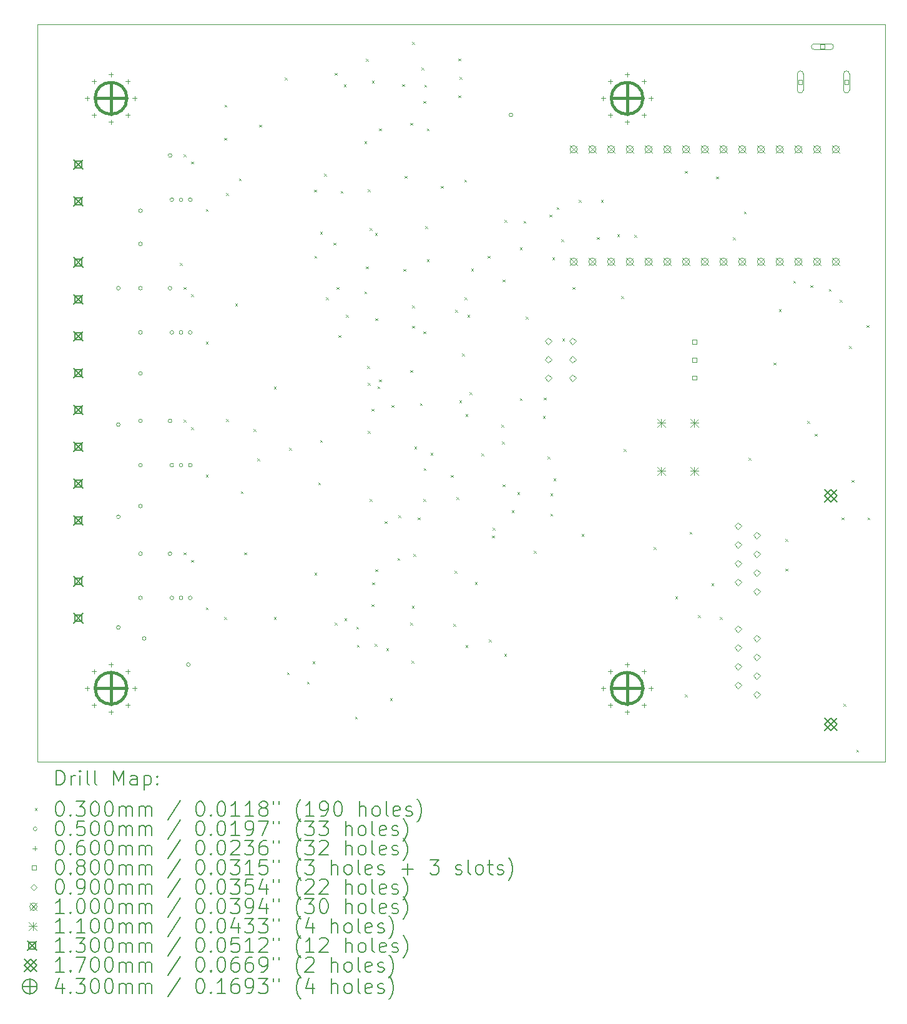
<source format=gbr>
%TF.GenerationSoftware,KiCad,Pcbnew,8.0.1*%
%TF.CreationDate,2024-04-28T19:30:45-05:00*%
%TF.ProjectId,LCC_Booster,4c43435f-426f-46f7-9374-65722e6b6963,rev?*%
%TF.SameCoordinates,Original*%
%TF.FileFunction,Drillmap*%
%TF.FilePolarity,Positive*%
%FSLAX45Y45*%
G04 Gerber Fmt 4.5, Leading zero omitted, Abs format (unit mm)*
G04 Created by KiCad (PCBNEW 8.0.1) date 2024-04-28 19:30:45*
%MOMM*%
%LPD*%
G01*
G04 APERTURE LIST*
%ADD10C,0.050000*%
%ADD11C,0.200000*%
%ADD12C,0.100000*%
%ADD13C,0.110000*%
%ADD14C,0.130000*%
%ADD15C,0.170000*%
%ADD16C,0.430000*%
G04 APERTURE END LIST*
D10*
X2000000Y-2000000D02*
X13500000Y-2000000D01*
X13500000Y-12000000D01*
X2000000Y-12000000D01*
X2000000Y-2000000D01*
D11*
D12*
X3935000Y-5235000D02*
X3965000Y-5265000D01*
X3965000Y-5235000D02*
X3935000Y-5265000D01*
X3985000Y-3760000D02*
X4015000Y-3790000D01*
X4015000Y-3760000D02*
X3985000Y-3790000D01*
X3985000Y-7360170D02*
X4015000Y-7390170D01*
X4015000Y-7360170D02*
X3985000Y-7390170D01*
X3985000Y-9160000D02*
X4015000Y-9190000D01*
X4015000Y-9160000D02*
X3985000Y-9190000D01*
X3985320Y-5559550D02*
X4015320Y-5589550D01*
X4015320Y-5559550D02*
X3985320Y-5589550D01*
X4085000Y-3860000D02*
X4115000Y-3890000D01*
X4115000Y-3860000D02*
X4085000Y-3890000D01*
X4085000Y-7460170D02*
X4115000Y-7490170D01*
X4115000Y-7460170D02*
X4085000Y-7490170D01*
X4085000Y-9260000D02*
X4115000Y-9290000D01*
X4115000Y-9260000D02*
X4085000Y-9290000D01*
X4085320Y-5659550D02*
X4115320Y-5689550D01*
X4115320Y-5659550D02*
X4085320Y-5689550D01*
X4285000Y-4502000D02*
X4315000Y-4532000D01*
X4315000Y-4502000D02*
X4285000Y-4532000D01*
X4285000Y-8102170D02*
X4315000Y-8132170D01*
X4315000Y-8102170D02*
X4285000Y-8132170D01*
X4285000Y-9902000D02*
X4315000Y-9932000D01*
X4315000Y-9902000D02*
X4285000Y-9932000D01*
X4285320Y-6301550D02*
X4315320Y-6331550D01*
X4315320Y-6301550D02*
X4285320Y-6331550D01*
X4535000Y-3535000D02*
X4565000Y-3565000D01*
X4565000Y-3535000D02*
X4535000Y-3565000D01*
X4535000Y-10035000D02*
X4565000Y-10065000D01*
X4565000Y-10035000D02*
X4535000Y-10065000D01*
X4539420Y-3086540D02*
X4569420Y-3116540D01*
X4569420Y-3086540D02*
X4539420Y-3116540D01*
X4559870Y-7349160D02*
X4589870Y-7379160D01*
X4589870Y-7349160D02*
X4559870Y-7379160D01*
X4560000Y-4285000D02*
X4590000Y-4315000D01*
X4590000Y-4285000D02*
X4560000Y-4315000D01*
X4685000Y-5785000D02*
X4715000Y-5815000D01*
X4715000Y-5785000D02*
X4685000Y-5815000D01*
X4735000Y-4085000D02*
X4765000Y-4115000D01*
X4765000Y-4085000D02*
X4735000Y-4115000D01*
X4762190Y-8330140D02*
X4792190Y-8360140D01*
X4792190Y-8330140D02*
X4762190Y-8360140D01*
X4808060Y-9159150D02*
X4838060Y-9189150D01*
X4838060Y-9159150D02*
X4808060Y-9189150D01*
X4935000Y-7485000D02*
X4965000Y-7515000D01*
X4965000Y-7485000D02*
X4935000Y-7515000D01*
X4985000Y-7885000D02*
X5015000Y-7915000D01*
X5015000Y-7885000D02*
X4985000Y-7915000D01*
X5010000Y-3360000D02*
X5040000Y-3390000D01*
X5040000Y-3360000D02*
X5010000Y-3390000D01*
X5210000Y-6910000D02*
X5240000Y-6940000D01*
X5240000Y-6910000D02*
X5210000Y-6940000D01*
X5210000Y-10035000D02*
X5240000Y-10065000D01*
X5240000Y-10035000D02*
X5210000Y-10065000D01*
X5358870Y-2718750D02*
X5388870Y-2748750D01*
X5388870Y-2718750D02*
X5358870Y-2748750D01*
X5385000Y-10785000D02*
X5415000Y-10815000D01*
X5415000Y-10785000D02*
X5385000Y-10815000D01*
X5418750Y-7738310D02*
X5448750Y-7768310D01*
X5448750Y-7738310D02*
X5418750Y-7768310D01*
X5657120Y-10911000D02*
X5687120Y-10941000D01*
X5687120Y-10911000D02*
X5657120Y-10941000D01*
X5735000Y-10635000D02*
X5765000Y-10665000D01*
X5765000Y-10635000D02*
X5735000Y-10665000D01*
X5754580Y-4237970D02*
X5784580Y-4267970D01*
X5784580Y-4237970D02*
X5754580Y-4267970D01*
X5760000Y-5135000D02*
X5790000Y-5165000D01*
X5790000Y-5135000D02*
X5760000Y-5165000D01*
X5760000Y-9435000D02*
X5790000Y-9465000D01*
X5790000Y-9435000D02*
X5760000Y-9465000D01*
X5810000Y-8210000D02*
X5840000Y-8240000D01*
X5840000Y-8210000D02*
X5810000Y-8240000D01*
X5835000Y-4810000D02*
X5865000Y-4840000D01*
X5865000Y-4810000D02*
X5835000Y-4840000D01*
X5835000Y-7635000D02*
X5865000Y-7665000D01*
X5865000Y-7635000D02*
X5835000Y-7665000D01*
X5890870Y-4025450D02*
X5920870Y-4055450D01*
X5920870Y-4025450D02*
X5890870Y-4055450D01*
X5914730Y-5700900D02*
X5944730Y-5730900D01*
X5944730Y-5700900D02*
X5914730Y-5730900D01*
X6017740Y-4957390D02*
X6047740Y-4987390D01*
X6047740Y-4957390D02*
X6017740Y-4987390D01*
X6035000Y-10110000D02*
X6065000Y-10140000D01*
X6065000Y-10110000D02*
X6035000Y-10140000D01*
X6035370Y-2657450D02*
X6065370Y-2687450D01*
X6065370Y-2657450D02*
X6035370Y-2687450D01*
X6060000Y-5560000D02*
X6090000Y-5590000D01*
X6090000Y-5560000D02*
X6060000Y-5590000D01*
X6085000Y-6210000D02*
X6115000Y-6240000D01*
X6115000Y-6210000D02*
X6085000Y-6240000D01*
X6114130Y-4255940D02*
X6144130Y-4285940D01*
X6144130Y-4255940D02*
X6114130Y-4285940D01*
X6158950Y-2810820D02*
X6188950Y-2840820D01*
X6188950Y-2810820D02*
X6158950Y-2840820D01*
X6165810Y-10053100D02*
X6195810Y-10083100D01*
X6195810Y-10053100D02*
X6165810Y-10083100D01*
X6185000Y-5935000D02*
X6215000Y-5965000D01*
X6215000Y-5935000D02*
X6185000Y-5965000D01*
X6310000Y-11385000D02*
X6340000Y-11415000D01*
X6340000Y-11385000D02*
X6310000Y-11415000D01*
X6325140Y-10165800D02*
X6355140Y-10195800D01*
X6355140Y-10165800D02*
X6325140Y-10195800D01*
X6335000Y-10410000D02*
X6365000Y-10440000D01*
X6365000Y-10410000D02*
X6335000Y-10440000D01*
X6435910Y-5619250D02*
X6465910Y-5649250D01*
X6465910Y-5619250D02*
X6435910Y-5649250D01*
X6438290Y-3582850D02*
X6468290Y-3612850D01*
X6468290Y-3582850D02*
X6438290Y-3612850D01*
X6456360Y-2465600D02*
X6486360Y-2495600D01*
X6486360Y-2465600D02*
X6456360Y-2495600D01*
X6458230Y-5281860D02*
X6488230Y-5311860D01*
X6488230Y-5281860D02*
X6458230Y-5311860D01*
X6473840Y-6633110D02*
X6503840Y-6663110D01*
X6503840Y-6633110D02*
X6473840Y-6663110D01*
X6485000Y-4235000D02*
X6515000Y-4265000D01*
X6515000Y-4235000D02*
X6485000Y-4265000D01*
X6485000Y-6860000D02*
X6515000Y-6890000D01*
X6515000Y-6860000D02*
X6485000Y-6890000D01*
X6485000Y-7510000D02*
X6515000Y-7540000D01*
X6515000Y-7510000D02*
X6485000Y-7540000D01*
X6510000Y-4760000D02*
X6540000Y-4790000D01*
X6540000Y-4760000D02*
X6510000Y-4790000D01*
X6510000Y-8435000D02*
X6540000Y-8465000D01*
X6540000Y-8435000D02*
X6510000Y-8465000D01*
X6535000Y-7210000D02*
X6565000Y-7240000D01*
X6565000Y-7210000D02*
X6535000Y-7240000D01*
X6535000Y-9860000D02*
X6565000Y-9890000D01*
X6565000Y-9860000D02*
X6535000Y-9890000D01*
X6539390Y-2762250D02*
X6569390Y-2792250D01*
X6569390Y-2762250D02*
X6539390Y-2792250D01*
X6541040Y-9564200D02*
X6571040Y-9594200D01*
X6571040Y-9564200D02*
X6541040Y-9594200D01*
X6574480Y-10400700D02*
X6604480Y-10430700D01*
X6604480Y-10400700D02*
X6574480Y-10430700D01*
X6581560Y-4826570D02*
X6611560Y-4856570D01*
X6611560Y-4826570D02*
X6581560Y-4856570D01*
X6585000Y-5985000D02*
X6615000Y-6015000D01*
X6615000Y-5985000D02*
X6585000Y-6015000D01*
X6585000Y-9385000D02*
X6615000Y-9415000D01*
X6615000Y-9385000D02*
X6585000Y-9415000D01*
X6613090Y-6907670D02*
X6643090Y-6937670D01*
X6643090Y-6907670D02*
X6613090Y-6937670D01*
X6635000Y-3410000D02*
X6665000Y-3440000D01*
X6665000Y-3410000D02*
X6635000Y-3440000D01*
X6636500Y-6813600D02*
X6666500Y-6843600D01*
X6666500Y-6813600D02*
X6636500Y-6843600D01*
X6710000Y-8735000D02*
X6740000Y-8765000D01*
X6740000Y-8735000D02*
X6710000Y-8765000D01*
X6735000Y-10460000D02*
X6765000Y-10490000D01*
X6765000Y-10460000D02*
X6735000Y-10490000D01*
X6785000Y-11135000D02*
X6815000Y-11165000D01*
X6815000Y-11135000D02*
X6785000Y-11165000D01*
X6805000Y-7160840D02*
X6835000Y-7190840D01*
X6835000Y-7160840D02*
X6805000Y-7190840D01*
X6885000Y-9235000D02*
X6915000Y-9265000D01*
X6915000Y-9235000D02*
X6885000Y-9265000D01*
X6899350Y-8653140D02*
X6929350Y-8683140D01*
X6929350Y-8653140D02*
X6899350Y-8683140D01*
X6948720Y-2807090D02*
X6978720Y-2837090D01*
X6978720Y-2807090D02*
X6948720Y-2837090D01*
X6966500Y-5314330D02*
X6996500Y-5344330D01*
X6996500Y-5314330D02*
X6966500Y-5344330D01*
X6985000Y-4051140D02*
X7015000Y-4081140D01*
X7015000Y-4051140D02*
X6985000Y-4081140D01*
X7060000Y-3335000D02*
X7090000Y-3365000D01*
X7090000Y-3335000D02*
X7060000Y-3365000D01*
X7060000Y-6685000D02*
X7090000Y-6715000D01*
X7090000Y-6685000D02*
X7060000Y-6715000D01*
X7060000Y-10110000D02*
X7090000Y-10140000D01*
X7090000Y-10110000D02*
X7060000Y-10140000D01*
X7077140Y-10625700D02*
X7107140Y-10655700D01*
X7107140Y-10625700D02*
X7077140Y-10655700D01*
X7078470Y-9882960D02*
X7108470Y-9912960D01*
X7108470Y-9882960D02*
X7078470Y-9912960D01*
X7085000Y-2235000D02*
X7115000Y-2265000D01*
X7115000Y-2235000D02*
X7085000Y-2265000D01*
X7085000Y-5810000D02*
X7115000Y-5840000D01*
X7115000Y-5810000D02*
X7085000Y-5840000D01*
X7085000Y-6085000D02*
X7115000Y-6115000D01*
X7115000Y-6085000D02*
X7085000Y-6115000D01*
X7102350Y-9178620D02*
X7132350Y-9208620D01*
X7132350Y-9178620D02*
X7102350Y-9208620D01*
X7114000Y-7721700D02*
X7144000Y-7751700D01*
X7144000Y-7721700D02*
X7114000Y-7751700D01*
X7160000Y-8685000D02*
X7190000Y-8715000D01*
X7190000Y-8685000D02*
X7160000Y-8715000D01*
X7190310Y-7135000D02*
X7220310Y-7165000D01*
X7220310Y-7135000D02*
X7190310Y-7165000D01*
X7210000Y-2585000D02*
X7240000Y-2615000D01*
X7240000Y-2585000D02*
X7210000Y-2615000D01*
X7235000Y-6160000D02*
X7265000Y-6190000D01*
X7265000Y-6160000D02*
X7235000Y-6190000D01*
X7235000Y-8435000D02*
X7265000Y-8465000D01*
X7265000Y-8435000D02*
X7235000Y-8465000D01*
X7236120Y-3036720D02*
X7266120Y-3066720D01*
X7266120Y-3036720D02*
X7236120Y-3066720D01*
X7241370Y-8016410D02*
X7271370Y-8046410D01*
X7271370Y-8016410D02*
X7241370Y-8046410D01*
X7250180Y-2817150D02*
X7280180Y-2847150D01*
X7280180Y-2817150D02*
X7250180Y-2847150D01*
X7260000Y-4735000D02*
X7290000Y-4765000D01*
X7290000Y-4735000D02*
X7260000Y-4765000D01*
X7285000Y-3410000D02*
X7315000Y-3440000D01*
X7315000Y-3410000D02*
X7285000Y-3440000D01*
X7285000Y-5185000D02*
X7315000Y-5215000D01*
X7315000Y-5185000D02*
X7285000Y-5215000D01*
X7335000Y-7810000D02*
X7365000Y-7840000D01*
X7365000Y-7810000D02*
X7335000Y-7840000D01*
X7472460Y-4189450D02*
X7502460Y-4219450D01*
X7502460Y-4189450D02*
X7472460Y-4219450D01*
X7610000Y-8110000D02*
X7640000Y-8140000D01*
X7640000Y-8110000D02*
X7610000Y-8140000D01*
X7644330Y-10125800D02*
X7674330Y-10155800D01*
X7674330Y-10125800D02*
X7644330Y-10155800D01*
X7660000Y-9410000D02*
X7690000Y-9440000D01*
X7690000Y-9410000D02*
X7660000Y-9440000D01*
X7666500Y-5869560D02*
X7696500Y-5899560D01*
X7696500Y-5869560D02*
X7666500Y-5899560D01*
X7687570Y-8410240D02*
X7717570Y-8440240D01*
X7717570Y-8410240D02*
X7687570Y-8440240D01*
X7710000Y-2460000D02*
X7740000Y-2490000D01*
X7740000Y-2460000D02*
X7710000Y-2490000D01*
X7710000Y-2960000D02*
X7740000Y-2990000D01*
X7740000Y-2960000D02*
X7710000Y-2990000D01*
X7722590Y-7096870D02*
X7752590Y-7126870D01*
X7752590Y-7096870D02*
X7722590Y-7126870D01*
X7728740Y-2710140D02*
X7758740Y-2740140D01*
X7758740Y-2710140D02*
X7728740Y-2740140D01*
X7760000Y-6460000D02*
X7790000Y-6490000D01*
X7790000Y-6460000D02*
X7760000Y-6490000D01*
X7789580Y-4102130D02*
X7819580Y-4132130D01*
X7819580Y-4102130D02*
X7789580Y-4132130D01*
X7797160Y-5701220D02*
X7827160Y-5731220D01*
X7827160Y-5701220D02*
X7797160Y-5731220D01*
X7809370Y-10414400D02*
X7839370Y-10444400D01*
X7839370Y-10414400D02*
X7809370Y-10444400D01*
X7810000Y-7285000D02*
X7840000Y-7315000D01*
X7840000Y-7285000D02*
X7810000Y-7315000D01*
X7832928Y-5936864D02*
X7862928Y-5966864D01*
X7862928Y-5936864D02*
X7832928Y-5966864D01*
X7862590Y-6988340D02*
X7892590Y-7018340D01*
X7892590Y-6988340D02*
X7862590Y-7018340D01*
X7885000Y-5310000D02*
X7915000Y-5340000D01*
X7915000Y-5310000D02*
X7885000Y-5340000D01*
X7935000Y-9560000D02*
X7965000Y-9590000D01*
X7965000Y-9560000D02*
X7935000Y-9590000D01*
X8025620Y-7814060D02*
X8055620Y-7844060D01*
X8055620Y-7814060D02*
X8025620Y-7844060D01*
X8110000Y-5135000D02*
X8140000Y-5165000D01*
X8140000Y-5135000D02*
X8110000Y-5165000D01*
X8125500Y-10339600D02*
X8155500Y-10369600D01*
X8155500Y-10339600D02*
X8125500Y-10369600D01*
X8168530Y-8928520D02*
X8198530Y-8958520D01*
X8198530Y-8928520D02*
X8168530Y-8958520D01*
X8178440Y-8825850D02*
X8208440Y-8855850D01*
X8208440Y-8825850D02*
X8178440Y-8855850D01*
X8296100Y-7426990D02*
X8326100Y-7456990D01*
X8326100Y-7426990D02*
X8296100Y-7456990D01*
X8303760Y-7654170D02*
X8333760Y-7684170D01*
X8333760Y-7654170D02*
X8303760Y-7684170D01*
X8310000Y-5460000D02*
X8340000Y-5490000D01*
X8340000Y-5460000D02*
X8310000Y-5490000D01*
X8310000Y-8235000D02*
X8340000Y-8265000D01*
X8340000Y-8235000D02*
X8310000Y-8265000D01*
X8335000Y-10535000D02*
X8365000Y-10565000D01*
X8365000Y-10535000D02*
X8335000Y-10565000D01*
X8335590Y-4651120D02*
X8365590Y-4681120D01*
X8365590Y-4651120D02*
X8335590Y-4681120D01*
X8435000Y-8585000D02*
X8465000Y-8615000D01*
X8465000Y-8585000D02*
X8435000Y-8615000D01*
X8509580Y-8340290D02*
X8539580Y-8370290D01*
X8539580Y-8340290D02*
X8509580Y-8370290D01*
X8543890Y-5022770D02*
X8573890Y-5052770D01*
X8573890Y-5022770D02*
X8543890Y-5052770D01*
X8545370Y-7066210D02*
X8575370Y-7096210D01*
X8575370Y-7066210D02*
X8545370Y-7096210D01*
X8595950Y-4664150D02*
X8625950Y-4694150D01*
X8625950Y-4664150D02*
X8595950Y-4694150D01*
X8627150Y-5960800D02*
X8657150Y-5990800D01*
X8657150Y-5960800D02*
X8627150Y-5990800D01*
X8735000Y-9135000D02*
X8765000Y-9165000D01*
X8765000Y-9135000D02*
X8735000Y-9165000D01*
X8860000Y-7310000D02*
X8890000Y-7340000D01*
X8890000Y-7310000D02*
X8860000Y-7340000D01*
X8870677Y-7059069D02*
X8900677Y-7089069D01*
X8900677Y-7059069D02*
X8870677Y-7089069D01*
X8921104Y-7857507D02*
X8951104Y-7887507D01*
X8951104Y-7857507D02*
X8921104Y-7887507D01*
X8946000Y-4577000D02*
X8976000Y-4607000D01*
X8976000Y-4577000D02*
X8946000Y-4607000D01*
X8960000Y-8635000D02*
X8990000Y-8665000D01*
X8990000Y-8635000D02*
X8960000Y-8665000D01*
X8961240Y-8360240D02*
X8991240Y-8390240D01*
X8991240Y-8360240D02*
X8961240Y-8390240D01*
X8985000Y-5160000D02*
X9015000Y-5190000D01*
X9015000Y-5160000D02*
X8985000Y-5190000D01*
X9003220Y-8153791D02*
X9033220Y-8183791D01*
X9033220Y-8153791D02*
X9003220Y-8183791D01*
X9046000Y-4477000D02*
X9076000Y-4507000D01*
X9076000Y-4477000D02*
X9046000Y-4507000D01*
X9110000Y-4910000D02*
X9140000Y-4940000D01*
X9140000Y-4910000D02*
X9110000Y-4940000D01*
X9120180Y-6258360D02*
X9150180Y-6288360D01*
X9150180Y-6258360D02*
X9120180Y-6288360D01*
X9260000Y-5560000D02*
X9290000Y-5590000D01*
X9290000Y-5560000D02*
X9260000Y-5590000D01*
X9346000Y-4377000D02*
X9376000Y-4407000D01*
X9376000Y-4377000D02*
X9346000Y-4407000D01*
X9385000Y-8910000D02*
X9415000Y-8940000D01*
X9415000Y-8910000D02*
X9385000Y-8940000D01*
X9592120Y-4880890D02*
X9622120Y-4910890D01*
X9622120Y-4880890D02*
X9592120Y-4910890D01*
X9646000Y-4377000D02*
X9676000Y-4407000D01*
X9676000Y-4377000D02*
X9646000Y-4407000D01*
X9864430Y-4842410D02*
X9894430Y-4872410D01*
X9894430Y-4842410D02*
X9864430Y-4872410D01*
X9919580Y-5683750D02*
X9949580Y-5713750D01*
X9949580Y-5683750D02*
X9919580Y-5713750D01*
X9952690Y-7758920D02*
X9982690Y-7788920D01*
X9982690Y-7758920D02*
X9952690Y-7788920D01*
X10098200Y-4855070D02*
X10128200Y-4885070D01*
X10128200Y-4855070D02*
X10098200Y-4885070D01*
X10360000Y-9085000D02*
X10390000Y-9115000D01*
X10390000Y-9085000D02*
X10360000Y-9115000D01*
X10652700Y-9756250D02*
X10682700Y-9786250D01*
X10682700Y-9756250D02*
X10652700Y-9786250D01*
X10785000Y-3985000D02*
X10815000Y-4015000D01*
X10815000Y-3985000D02*
X10785000Y-4015000D01*
X10785000Y-11085000D02*
X10815000Y-11115000D01*
X10815000Y-11085000D02*
X10785000Y-11115000D01*
X10846000Y-8877000D02*
X10876000Y-8907000D01*
X10876000Y-8877000D02*
X10846000Y-8907000D01*
X10960000Y-10010000D02*
X10990000Y-10040000D01*
X10990000Y-10010000D02*
X10960000Y-10040000D01*
X11146000Y-9577000D02*
X11176000Y-9607000D01*
X11176000Y-9577000D02*
X11146000Y-9607000D01*
X11210000Y-4060000D02*
X11240000Y-4090000D01*
X11240000Y-4060000D02*
X11210000Y-4090000D01*
X11260000Y-10035000D02*
X11290000Y-10065000D01*
X11290000Y-10035000D02*
X11260000Y-10065000D01*
X11435000Y-4885000D02*
X11465000Y-4915000D01*
X11465000Y-4885000D02*
X11435000Y-4915000D01*
X11585000Y-4535000D02*
X11615000Y-4565000D01*
X11615000Y-4535000D02*
X11585000Y-4565000D01*
X11646000Y-7877000D02*
X11676000Y-7907000D01*
X11676000Y-7877000D02*
X11646000Y-7907000D01*
X11985000Y-6585000D02*
X12015000Y-6615000D01*
X12015000Y-6585000D02*
X11985000Y-6615000D01*
X12060000Y-5860000D02*
X12090000Y-5890000D01*
X12090000Y-5860000D02*
X12060000Y-5890000D01*
X12146000Y-8977000D02*
X12176000Y-9007000D01*
X12176000Y-8977000D02*
X12146000Y-9007000D01*
X12146000Y-9377000D02*
X12176000Y-9407000D01*
X12176000Y-9377000D02*
X12146000Y-9407000D01*
X12254000Y-5477000D02*
X12284000Y-5507000D01*
X12284000Y-5477000D02*
X12254000Y-5507000D01*
X12446000Y-7377000D02*
X12476000Y-7407000D01*
X12476000Y-7377000D02*
X12446000Y-7407000D01*
X12485000Y-5535000D02*
X12515000Y-5565000D01*
X12515000Y-5535000D02*
X12485000Y-5565000D01*
X12546000Y-7549500D02*
X12576000Y-7579500D01*
X12576000Y-7549500D02*
X12546000Y-7579500D01*
X12735000Y-5585000D02*
X12765000Y-5615000D01*
X12765000Y-5585000D02*
X12735000Y-5615000D01*
X12885000Y-5735000D02*
X12915000Y-5765000D01*
X12915000Y-5735000D02*
X12885000Y-5765000D01*
X12910000Y-8685000D02*
X12940000Y-8715000D01*
X12940000Y-8685000D02*
X12910000Y-8715000D01*
X12935000Y-11210000D02*
X12965000Y-11240000D01*
X12965000Y-11210000D02*
X12935000Y-11240000D01*
X13010000Y-6360000D02*
X13040000Y-6390000D01*
X13040000Y-6360000D02*
X13010000Y-6390000D01*
X13046000Y-8177000D02*
X13076000Y-8207000D01*
X13076000Y-8177000D02*
X13046000Y-8207000D01*
X13110000Y-11835000D02*
X13140000Y-11865000D01*
X13140000Y-11835000D02*
X13110000Y-11865000D01*
X13246000Y-6077000D02*
X13276000Y-6107000D01*
X13276000Y-6077000D02*
X13246000Y-6107000D01*
X13260000Y-8685000D02*
X13290000Y-8715000D01*
X13290000Y-8685000D02*
X13260000Y-8715000D01*
X3125000Y-5575000D02*
G75*
G02*
X3075000Y-5575000I-25000J0D01*
G01*
X3075000Y-5575000D02*
G75*
G02*
X3125000Y-5575000I25000J0D01*
G01*
X3125000Y-7425000D02*
G75*
G02*
X3075000Y-7425000I-25000J0D01*
G01*
X3075000Y-7425000D02*
G75*
G02*
X3125000Y-7425000I25000J0D01*
G01*
X3125000Y-8675000D02*
G75*
G02*
X3075000Y-8675000I-25000J0D01*
G01*
X3075000Y-8675000D02*
G75*
G02*
X3125000Y-8675000I25000J0D01*
G01*
X3125000Y-10175000D02*
G75*
G02*
X3075000Y-10175000I-25000J0D01*
G01*
X3075000Y-10175000D02*
G75*
G02*
X3125000Y-10175000I25000J0D01*
G01*
X3425000Y-4525000D02*
G75*
G02*
X3375000Y-4525000I-25000J0D01*
G01*
X3375000Y-4525000D02*
G75*
G02*
X3425000Y-4525000I25000J0D01*
G01*
X3425000Y-4975000D02*
G75*
G02*
X3375000Y-4975000I-25000J0D01*
G01*
X3375000Y-4975000D02*
G75*
G02*
X3425000Y-4975000I25000J0D01*
G01*
X3425000Y-5575000D02*
G75*
G02*
X3375000Y-5575000I-25000J0D01*
G01*
X3375000Y-5575000D02*
G75*
G02*
X3425000Y-5575000I25000J0D01*
G01*
X3425000Y-6175000D02*
G75*
G02*
X3375000Y-6175000I-25000J0D01*
G01*
X3375000Y-6175000D02*
G75*
G02*
X3425000Y-6175000I25000J0D01*
G01*
X3425000Y-6730000D02*
G75*
G02*
X3375000Y-6730000I-25000J0D01*
G01*
X3375000Y-6730000D02*
G75*
G02*
X3425000Y-6730000I25000J0D01*
G01*
X3425000Y-7375000D02*
G75*
G02*
X3375000Y-7375000I-25000J0D01*
G01*
X3375000Y-7375000D02*
G75*
G02*
X3425000Y-7375000I25000J0D01*
G01*
X3425000Y-7975000D02*
G75*
G02*
X3375000Y-7975000I-25000J0D01*
G01*
X3375000Y-7975000D02*
G75*
G02*
X3425000Y-7975000I25000J0D01*
G01*
X3425000Y-8530000D02*
G75*
G02*
X3375000Y-8530000I-25000J0D01*
G01*
X3375000Y-8530000D02*
G75*
G02*
X3425000Y-8530000I25000J0D01*
G01*
X3425000Y-9175000D02*
G75*
G02*
X3375000Y-9175000I-25000J0D01*
G01*
X3375000Y-9175000D02*
G75*
G02*
X3425000Y-9175000I25000J0D01*
G01*
X3425000Y-9775000D02*
G75*
G02*
X3375000Y-9775000I-25000J0D01*
G01*
X3375000Y-9775000D02*
G75*
G02*
X3425000Y-9775000I25000J0D01*
G01*
X3475000Y-10325000D02*
G75*
G02*
X3425000Y-10325000I-25000J0D01*
G01*
X3425000Y-10325000D02*
G75*
G02*
X3475000Y-10325000I25000J0D01*
G01*
X3825000Y-3775000D02*
G75*
G02*
X3775000Y-3775000I-25000J0D01*
G01*
X3775000Y-3775000D02*
G75*
G02*
X3825000Y-3775000I25000J0D01*
G01*
X3825000Y-5575000D02*
G75*
G02*
X3775000Y-5575000I-25000J0D01*
G01*
X3775000Y-5575000D02*
G75*
G02*
X3825000Y-5575000I25000J0D01*
G01*
X3825000Y-7375000D02*
G75*
G02*
X3775000Y-7375000I-25000J0D01*
G01*
X3775000Y-7375000D02*
G75*
G02*
X3825000Y-7375000I25000J0D01*
G01*
X3825000Y-9175000D02*
G75*
G02*
X3775000Y-9175000I-25000J0D01*
G01*
X3775000Y-9175000D02*
G75*
G02*
X3825000Y-9175000I25000J0D01*
G01*
X3850000Y-4375000D02*
G75*
G02*
X3800000Y-4375000I-25000J0D01*
G01*
X3800000Y-4375000D02*
G75*
G02*
X3850000Y-4375000I25000J0D01*
G01*
X3850000Y-6175000D02*
G75*
G02*
X3800000Y-6175000I-25000J0D01*
G01*
X3800000Y-6175000D02*
G75*
G02*
X3850000Y-6175000I25000J0D01*
G01*
X3850000Y-7975000D02*
G75*
G02*
X3800000Y-7975000I-25000J0D01*
G01*
X3800000Y-7975000D02*
G75*
G02*
X3850000Y-7975000I25000J0D01*
G01*
X3850000Y-9775000D02*
G75*
G02*
X3800000Y-9775000I-25000J0D01*
G01*
X3800000Y-9775000D02*
G75*
G02*
X3850000Y-9775000I25000J0D01*
G01*
X3975000Y-4375000D02*
G75*
G02*
X3925000Y-4375000I-25000J0D01*
G01*
X3925000Y-4375000D02*
G75*
G02*
X3975000Y-4375000I25000J0D01*
G01*
X3975000Y-6175000D02*
G75*
G02*
X3925000Y-6175000I-25000J0D01*
G01*
X3925000Y-6175000D02*
G75*
G02*
X3975000Y-6175000I25000J0D01*
G01*
X3975000Y-7975000D02*
G75*
G02*
X3925000Y-7975000I-25000J0D01*
G01*
X3925000Y-7975000D02*
G75*
G02*
X3975000Y-7975000I25000J0D01*
G01*
X3975000Y-9775000D02*
G75*
G02*
X3925000Y-9775000I-25000J0D01*
G01*
X3925000Y-9775000D02*
G75*
G02*
X3975000Y-9775000I25000J0D01*
G01*
X4075000Y-10680000D02*
G75*
G02*
X4025000Y-10680000I-25000J0D01*
G01*
X4025000Y-10680000D02*
G75*
G02*
X4075000Y-10680000I25000J0D01*
G01*
X4100000Y-4375000D02*
G75*
G02*
X4050000Y-4375000I-25000J0D01*
G01*
X4050000Y-4375000D02*
G75*
G02*
X4100000Y-4375000I25000J0D01*
G01*
X4100000Y-6175000D02*
G75*
G02*
X4050000Y-6175000I-25000J0D01*
G01*
X4050000Y-6175000D02*
G75*
G02*
X4100000Y-6175000I25000J0D01*
G01*
X4100000Y-7975000D02*
G75*
G02*
X4050000Y-7975000I-25000J0D01*
G01*
X4050000Y-7975000D02*
G75*
G02*
X4100000Y-7975000I25000J0D01*
G01*
X4100000Y-9775000D02*
G75*
G02*
X4050000Y-9775000I-25000J0D01*
G01*
X4050000Y-9775000D02*
G75*
G02*
X4100000Y-9775000I25000J0D01*
G01*
X8450000Y-3225000D02*
G75*
G02*
X8400000Y-3225000I-25000J0D01*
G01*
X8400000Y-3225000D02*
G75*
G02*
X8450000Y-3225000I25000J0D01*
G01*
X2677500Y-2970000D02*
X2677500Y-3030000D01*
X2647500Y-3000000D02*
X2707500Y-3000000D01*
X2677500Y-10970000D02*
X2677500Y-11030000D01*
X2647500Y-11000000D02*
X2707500Y-11000000D01*
X2771958Y-2741958D02*
X2771958Y-2801958D01*
X2741958Y-2771958D02*
X2801958Y-2771958D01*
X2771958Y-3198042D02*
X2771958Y-3258042D01*
X2741958Y-3228042D02*
X2801958Y-3228042D01*
X2771958Y-10741958D02*
X2771958Y-10801958D01*
X2741958Y-10771958D02*
X2801958Y-10771958D01*
X2771958Y-11198042D02*
X2771958Y-11258042D01*
X2741958Y-11228042D02*
X2801958Y-11228042D01*
X3000000Y-2647500D02*
X3000000Y-2707500D01*
X2970000Y-2677500D02*
X3030000Y-2677500D01*
X3000000Y-3292500D02*
X3000000Y-3352500D01*
X2970000Y-3322500D02*
X3030000Y-3322500D01*
X3000000Y-10647500D02*
X3000000Y-10707500D01*
X2970000Y-10677500D02*
X3030000Y-10677500D01*
X3000000Y-11292500D02*
X3000000Y-11352500D01*
X2970000Y-11322500D02*
X3030000Y-11322500D01*
X3228042Y-2741958D02*
X3228042Y-2801958D01*
X3198042Y-2771958D02*
X3258042Y-2771958D01*
X3228042Y-3198042D02*
X3228042Y-3258042D01*
X3198042Y-3228042D02*
X3258042Y-3228042D01*
X3228042Y-10741958D02*
X3228042Y-10801958D01*
X3198042Y-10771958D02*
X3258042Y-10771958D01*
X3228042Y-11198042D02*
X3228042Y-11258042D01*
X3198042Y-11228042D02*
X3258042Y-11228042D01*
X3322500Y-2970000D02*
X3322500Y-3030000D01*
X3292500Y-3000000D02*
X3352500Y-3000000D01*
X3322500Y-10970000D02*
X3322500Y-11030000D01*
X3292500Y-11000000D02*
X3352500Y-11000000D01*
X9677500Y-2970000D02*
X9677500Y-3030000D01*
X9647500Y-3000000D02*
X9707500Y-3000000D01*
X9677500Y-10970000D02*
X9677500Y-11030000D01*
X9647500Y-11000000D02*
X9707500Y-11000000D01*
X9771958Y-2741958D02*
X9771958Y-2801958D01*
X9741958Y-2771958D02*
X9801958Y-2771958D01*
X9771958Y-3198042D02*
X9771958Y-3258042D01*
X9741958Y-3228042D02*
X9801958Y-3228042D01*
X9771958Y-10741958D02*
X9771958Y-10801958D01*
X9741958Y-10771958D02*
X9801958Y-10771958D01*
X9771958Y-11198042D02*
X9771958Y-11258042D01*
X9741958Y-11228042D02*
X9801958Y-11228042D01*
X10000000Y-2647500D02*
X10000000Y-2707500D01*
X9970000Y-2677500D02*
X10030000Y-2677500D01*
X10000000Y-3292500D02*
X10000000Y-3352500D01*
X9970000Y-3322500D02*
X10030000Y-3322500D01*
X10000000Y-10647500D02*
X10000000Y-10707500D01*
X9970000Y-10677500D02*
X10030000Y-10677500D01*
X10000000Y-11292500D02*
X10000000Y-11352500D01*
X9970000Y-11322500D02*
X10030000Y-11322500D01*
X10228042Y-2741958D02*
X10228042Y-2801958D01*
X10198042Y-2771958D02*
X10258042Y-2771958D01*
X10228042Y-3198042D02*
X10228042Y-3258042D01*
X10198042Y-3228042D02*
X10258042Y-3228042D01*
X10228042Y-10741958D02*
X10228042Y-10801958D01*
X10198042Y-10771958D02*
X10258042Y-10771958D01*
X10228042Y-11198042D02*
X10228042Y-11258042D01*
X10198042Y-11228042D02*
X10258042Y-11228042D01*
X10322500Y-2970000D02*
X10322500Y-3030000D01*
X10292500Y-3000000D02*
X10352500Y-3000000D01*
X10322500Y-10970000D02*
X10322500Y-11030000D01*
X10292500Y-11000000D02*
X10352500Y-11000000D01*
X10943785Y-6330784D02*
X10943785Y-6274215D01*
X10887216Y-6274215D01*
X10887216Y-6330784D01*
X10943785Y-6330784D01*
X10943785Y-6574784D02*
X10943785Y-6518215D01*
X10887216Y-6518215D01*
X10887216Y-6574784D01*
X10943785Y-6574784D01*
X10943785Y-6818784D02*
X10943785Y-6762215D01*
X10887216Y-6762215D01*
X10887216Y-6818784D01*
X10943785Y-6818784D01*
X12378284Y-2808284D02*
X12378284Y-2751716D01*
X12321715Y-2751716D01*
X12321715Y-2808284D01*
X12378284Y-2808284D01*
X12390000Y-2890000D02*
X12390000Y-2670000D01*
X12310000Y-2670000D02*
G75*
G02*
X12390000Y-2670000I40000J0D01*
G01*
X12310000Y-2670000D02*
X12310000Y-2890000D01*
X12310000Y-2890000D02*
G75*
G03*
X12390000Y-2890000I40000J0D01*
G01*
X12678284Y-2328285D02*
X12678284Y-2271716D01*
X12621715Y-2271716D01*
X12621715Y-2328285D01*
X12678284Y-2328285D01*
X12540000Y-2340000D02*
X12760000Y-2340000D01*
X12760000Y-2260000D02*
G75*
G02*
X12760000Y-2340000I0J-40000D01*
G01*
X12760000Y-2260000D02*
X12540000Y-2260000D01*
X12540000Y-2260000D02*
G75*
G03*
X12540000Y-2340000I0J-40000D01*
G01*
X13003284Y-2808284D02*
X13003284Y-2751716D01*
X12946715Y-2751716D01*
X12946715Y-2808284D01*
X13003284Y-2808284D01*
X13015000Y-2890000D02*
X13015000Y-2670000D01*
X12935000Y-2670000D02*
G75*
G02*
X13015000Y-2670000I40000J0D01*
G01*
X12935000Y-2670000D02*
X12935000Y-2890000D01*
X12935000Y-2890000D02*
G75*
G03*
X13015000Y-2890000I40000J0D01*
G01*
X8931000Y-6337000D02*
X8976000Y-6292000D01*
X8931000Y-6247000D01*
X8886000Y-6292000D01*
X8931000Y-6337000D01*
X8931000Y-6587000D02*
X8976000Y-6542000D01*
X8931000Y-6497000D01*
X8886000Y-6542000D01*
X8931000Y-6587000D01*
X8931000Y-6837000D02*
X8976000Y-6792000D01*
X8931000Y-6747000D01*
X8886000Y-6792000D01*
X8931000Y-6837000D01*
X9261000Y-6337000D02*
X9306000Y-6292000D01*
X9261000Y-6247000D01*
X9216000Y-6292000D01*
X9261000Y-6337000D01*
X9261000Y-6587000D02*
X9306000Y-6542000D01*
X9261000Y-6497000D01*
X9216000Y-6542000D01*
X9261000Y-6587000D01*
X9261000Y-6837000D02*
X9306000Y-6792000D01*
X9261000Y-6747000D01*
X9216000Y-6792000D01*
X9261000Y-6837000D01*
X11504000Y-8844000D02*
X11549000Y-8799000D01*
X11504000Y-8754000D01*
X11459000Y-8799000D01*
X11504000Y-8844000D01*
X11504000Y-9098000D02*
X11549000Y-9053000D01*
X11504000Y-9008000D01*
X11459000Y-9053000D01*
X11504000Y-9098000D01*
X11504000Y-9352000D02*
X11549000Y-9307000D01*
X11504000Y-9262000D01*
X11459000Y-9307000D01*
X11504000Y-9352000D01*
X11504000Y-9606000D02*
X11549000Y-9561000D01*
X11504000Y-9516000D01*
X11459000Y-9561000D01*
X11504000Y-9606000D01*
X11504000Y-10241000D02*
X11549000Y-10196000D01*
X11504000Y-10151000D01*
X11459000Y-10196000D01*
X11504000Y-10241000D01*
X11504000Y-10495000D02*
X11549000Y-10450000D01*
X11504000Y-10405000D01*
X11459000Y-10450000D01*
X11504000Y-10495000D01*
X11504000Y-10749000D02*
X11549000Y-10704000D01*
X11504000Y-10659000D01*
X11459000Y-10704000D01*
X11504000Y-10749000D01*
X11504000Y-11003000D02*
X11549000Y-10958000D01*
X11504000Y-10913000D01*
X11459000Y-10958000D01*
X11504000Y-11003000D01*
X11758000Y-8971000D02*
X11803000Y-8926000D01*
X11758000Y-8881000D01*
X11713000Y-8926000D01*
X11758000Y-8971000D01*
X11758000Y-9225000D02*
X11803000Y-9180000D01*
X11758000Y-9135000D01*
X11713000Y-9180000D01*
X11758000Y-9225000D01*
X11758000Y-9479000D02*
X11803000Y-9434000D01*
X11758000Y-9389000D01*
X11713000Y-9434000D01*
X11758000Y-9479000D01*
X11758000Y-9733000D02*
X11803000Y-9688000D01*
X11758000Y-9643000D01*
X11713000Y-9688000D01*
X11758000Y-9733000D01*
X11758000Y-10368000D02*
X11803000Y-10323000D01*
X11758000Y-10278000D01*
X11713000Y-10323000D01*
X11758000Y-10368000D01*
X11758000Y-10622000D02*
X11803000Y-10577000D01*
X11758000Y-10532000D01*
X11713000Y-10577000D01*
X11758000Y-10622000D01*
X11758000Y-10876000D02*
X11803000Y-10831000D01*
X11758000Y-10786000D01*
X11713000Y-10831000D01*
X11758000Y-10876000D01*
X11758000Y-11130000D02*
X11803000Y-11085000D01*
X11758000Y-11040000D01*
X11713000Y-11085000D01*
X11758000Y-11130000D01*
X9225000Y-3642000D02*
X9325000Y-3742000D01*
X9325000Y-3642000D02*
X9225000Y-3742000D01*
X9325000Y-3692000D02*
G75*
G02*
X9225000Y-3692000I-50000J0D01*
G01*
X9225000Y-3692000D02*
G75*
G02*
X9325000Y-3692000I50000J0D01*
G01*
X9225000Y-5166000D02*
X9325000Y-5266000D01*
X9325000Y-5166000D02*
X9225000Y-5266000D01*
X9325000Y-5216000D02*
G75*
G02*
X9225000Y-5216000I-50000J0D01*
G01*
X9225000Y-5216000D02*
G75*
G02*
X9325000Y-5216000I50000J0D01*
G01*
X9479000Y-3642000D02*
X9579000Y-3742000D01*
X9579000Y-3642000D02*
X9479000Y-3742000D01*
X9579000Y-3692000D02*
G75*
G02*
X9479000Y-3692000I-50000J0D01*
G01*
X9479000Y-3692000D02*
G75*
G02*
X9579000Y-3692000I50000J0D01*
G01*
X9479000Y-5166000D02*
X9579000Y-5266000D01*
X9579000Y-5166000D02*
X9479000Y-5266000D01*
X9579000Y-5216000D02*
G75*
G02*
X9479000Y-5216000I-50000J0D01*
G01*
X9479000Y-5216000D02*
G75*
G02*
X9579000Y-5216000I50000J0D01*
G01*
X9733000Y-3642000D02*
X9833000Y-3742000D01*
X9833000Y-3642000D02*
X9733000Y-3742000D01*
X9833000Y-3692000D02*
G75*
G02*
X9733000Y-3692000I-50000J0D01*
G01*
X9733000Y-3692000D02*
G75*
G02*
X9833000Y-3692000I50000J0D01*
G01*
X9733000Y-5166000D02*
X9833000Y-5266000D01*
X9833000Y-5166000D02*
X9733000Y-5266000D01*
X9833000Y-5216000D02*
G75*
G02*
X9733000Y-5216000I-50000J0D01*
G01*
X9733000Y-5216000D02*
G75*
G02*
X9833000Y-5216000I50000J0D01*
G01*
X9987000Y-3642000D02*
X10087000Y-3742000D01*
X10087000Y-3642000D02*
X9987000Y-3742000D01*
X10087000Y-3692000D02*
G75*
G02*
X9987000Y-3692000I-50000J0D01*
G01*
X9987000Y-3692000D02*
G75*
G02*
X10087000Y-3692000I50000J0D01*
G01*
X9987000Y-5166000D02*
X10087000Y-5266000D01*
X10087000Y-5166000D02*
X9987000Y-5266000D01*
X10087000Y-5216000D02*
G75*
G02*
X9987000Y-5216000I-50000J0D01*
G01*
X9987000Y-5216000D02*
G75*
G02*
X10087000Y-5216000I50000J0D01*
G01*
X10241000Y-3642000D02*
X10341000Y-3742000D01*
X10341000Y-3642000D02*
X10241000Y-3742000D01*
X10341000Y-3692000D02*
G75*
G02*
X10241000Y-3692000I-50000J0D01*
G01*
X10241000Y-3692000D02*
G75*
G02*
X10341000Y-3692000I50000J0D01*
G01*
X10241000Y-5166000D02*
X10341000Y-5266000D01*
X10341000Y-5166000D02*
X10241000Y-5266000D01*
X10341000Y-5216000D02*
G75*
G02*
X10241000Y-5216000I-50000J0D01*
G01*
X10241000Y-5216000D02*
G75*
G02*
X10341000Y-5216000I50000J0D01*
G01*
X10495000Y-3642000D02*
X10595000Y-3742000D01*
X10595000Y-3642000D02*
X10495000Y-3742000D01*
X10595000Y-3692000D02*
G75*
G02*
X10495000Y-3692000I-50000J0D01*
G01*
X10495000Y-3692000D02*
G75*
G02*
X10595000Y-3692000I50000J0D01*
G01*
X10495000Y-5166000D02*
X10595000Y-5266000D01*
X10595000Y-5166000D02*
X10495000Y-5266000D01*
X10595000Y-5216000D02*
G75*
G02*
X10495000Y-5216000I-50000J0D01*
G01*
X10495000Y-5216000D02*
G75*
G02*
X10595000Y-5216000I50000J0D01*
G01*
X10749000Y-3642000D02*
X10849000Y-3742000D01*
X10849000Y-3642000D02*
X10749000Y-3742000D01*
X10849000Y-3692000D02*
G75*
G02*
X10749000Y-3692000I-50000J0D01*
G01*
X10749000Y-3692000D02*
G75*
G02*
X10849000Y-3692000I50000J0D01*
G01*
X10749000Y-5166000D02*
X10849000Y-5266000D01*
X10849000Y-5166000D02*
X10749000Y-5266000D01*
X10849000Y-5216000D02*
G75*
G02*
X10749000Y-5216000I-50000J0D01*
G01*
X10749000Y-5216000D02*
G75*
G02*
X10849000Y-5216000I50000J0D01*
G01*
X11003000Y-3642000D02*
X11103000Y-3742000D01*
X11103000Y-3642000D02*
X11003000Y-3742000D01*
X11103000Y-3692000D02*
G75*
G02*
X11003000Y-3692000I-50000J0D01*
G01*
X11003000Y-3692000D02*
G75*
G02*
X11103000Y-3692000I50000J0D01*
G01*
X11003000Y-5166000D02*
X11103000Y-5266000D01*
X11103000Y-5166000D02*
X11003000Y-5266000D01*
X11103000Y-5216000D02*
G75*
G02*
X11003000Y-5216000I-50000J0D01*
G01*
X11003000Y-5216000D02*
G75*
G02*
X11103000Y-5216000I50000J0D01*
G01*
X11257000Y-3642000D02*
X11357000Y-3742000D01*
X11357000Y-3642000D02*
X11257000Y-3742000D01*
X11357000Y-3692000D02*
G75*
G02*
X11257000Y-3692000I-50000J0D01*
G01*
X11257000Y-3692000D02*
G75*
G02*
X11357000Y-3692000I50000J0D01*
G01*
X11257000Y-5166000D02*
X11357000Y-5266000D01*
X11357000Y-5166000D02*
X11257000Y-5266000D01*
X11357000Y-5216000D02*
G75*
G02*
X11257000Y-5216000I-50000J0D01*
G01*
X11257000Y-5216000D02*
G75*
G02*
X11357000Y-5216000I50000J0D01*
G01*
X11511000Y-3642000D02*
X11611000Y-3742000D01*
X11611000Y-3642000D02*
X11511000Y-3742000D01*
X11611000Y-3692000D02*
G75*
G02*
X11511000Y-3692000I-50000J0D01*
G01*
X11511000Y-3692000D02*
G75*
G02*
X11611000Y-3692000I50000J0D01*
G01*
X11511000Y-5166000D02*
X11611000Y-5266000D01*
X11611000Y-5166000D02*
X11511000Y-5266000D01*
X11611000Y-5216000D02*
G75*
G02*
X11511000Y-5216000I-50000J0D01*
G01*
X11511000Y-5216000D02*
G75*
G02*
X11611000Y-5216000I50000J0D01*
G01*
X11765000Y-3642000D02*
X11865000Y-3742000D01*
X11865000Y-3642000D02*
X11765000Y-3742000D01*
X11865000Y-3692000D02*
G75*
G02*
X11765000Y-3692000I-50000J0D01*
G01*
X11765000Y-3692000D02*
G75*
G02*
X11865000Y-3692000I50000J0D01*
G01*
X11765000Y-5166000D02*
X11865000Y-5266000D01*
X11865000Y-5166000D02*
X11765000Y-5266000D01*
X11865000Y-5216000D02*
G75*
G02*
X11765000Y-5216000I-50000J0D01*
G01*
X11765000Y-5216000D02*
G75*
G02*
X11865000Y-5216000I50000J0D01*
G01*
X12019000Y-3642000D02*
X12119000Y-3742000D01*
X12119000Y-3642000D02*
X12019000Y-3742000D01*
X12119000Y-3692000D02*
G75*
G02*
X12019000Y-3692000I-50000J0D01*
G01*
X12019000Y-3692000D02*
G75*
G02*
X12119000Y-3692000I50000J0D01*
G01*
X12019000Y-5166000D02*
X12119000Y-5266000D01*
X12119000Y-5166000D02*
X12019000Y-5266000D01*
X12119000Y-5216000D02*
G75*
G02*
X12019000Y-5216000I-50000J0D01*
G01*
X12019000Y-5216000D02*
G75*
G02*
X12119000Y-5216000I50000J0D01*
G01*
X12273000Y-3642000D02*
X12373000Y-3742000D01*
X12373000Y-3642000D02*
X12273000Y-3742000D01*
X12373000Y-3692000D02*
G75*
G02*
X12273000Y-3692000I-50000J0D01*
G01*
X12273000Y-3692000D02*
G75*
G02*
X12373000Y-3692000I50000J0D01*
G01*
X12273000Y-5166000D02*
X12373000Y-5266000D01*
X12373000Y-5166000D02*
X12273000Y-5266000D01*
X12373000Y-5216000D02*
G75*
G02*
X12273000Y-5216000I-50000J0D01*
G01*
X12273000Y-5216000D02*
G75*
G02*
X12373000Y-5216000I50000J0D01*
G01*
X12527000Y-3642000D02*
X12627000Y-3742000D01*
X12627000Y-3642000D02*
X12527000Y-3742000D01*
X12627000Y-3692000D02*
G75*
G02*
X12527000Y-3692000I-50000J0D01*
G01*
X12527000Y-3692000D02*
G75*
G02*
X12627000Y-3692000I50000J0D01*
G01*
X12527000Y-5166000D02*
X12627000Y-5266000D01*
X12627000Y-5166000D02*
X12527000Y-5266000D01*
X12627000Y-5216000D02*
G75*
G02*
X12527000Y-5216000I-50000J0D01*
G01*
X12527000Y-5216000D02*
G75*
G02*
X12627000Y-5216000I50000J0D01*
G01*
X12781000Y-3642000D02*
X12881000Y-3742000D01*
X12881000Y-3642000D02*
X12781000Y-3742000D01*
X12881000Y-3692000D02*
G75*
G02*
X12781000Y-3692000I-50000J0D01*
G01*
X12781000Y-3692000D02*
G75*
G02*
X12881000Y-3692000I50000J0D01*
G01*
X12781000Y-5166000D02*
X12881000Y-5266000D01*
X12881000Y-5166000D02*
X12781000Y-5266000D01*
X12881000Y-5216000D02*
G75*
G02*
X12781000Y-5216000I-50000J0D01*
G01*
X12781000Y-5216000D02*
G75*
G02*
X12881000Y-5216000I50000J0D01*
G01*
D13*
X10406000Y-7347000D02*
X10516000Y-7457000D01*
X10516000Y-7347000D02*
X10406000Y-7457000D01*
X10461000Y-7347000D02*
X10461000Y-7457000D01*
X10406000Y-7402000D02*
X10516000Y-7402000D01*
X10406000Y-7997000D02*
X10516000Y-8107000D01*
X10516000Y-7997000D02*
X10406000Y-8107000D01*
X10461000Y-7997000D02*
X10461000Y-8107000D01*
X10406000Y-8052000D02*
X10516000Y-8052000D01*
X10856000Y-7347000D02*
X10966000Y-7457000D01*
X10966000Y-7347000D02*
X10856000Y-7457000D01*
X10911000Y-7347000D02*
X10911000Y-7457000D01*
X10856000Y-7402000D02*
X10966000Y-7402000D01*
X10856000Y-7997000D02*
X10966000Y-8107000D01*
X10966000Y-7997000D02*
X10856000Y-8107000D01*
X10911000Y-7997000D02*
X10911000Y-8107000D01*
X10856000Y-8052000D02*
X10966000Y-8052000D01*
D14*
X2490500Y-3835000D02*
X2620500Y-3965000D01*
X2620500Y-3835000D02*
X2490500Y-3965000D01*
X2601462Y-3945962D02*
X2601462Y-3854038D01*
X2509538Y-3854038D01*
X2509538Y-3945962D01*
X2601462Y-3945962D01*
X2490500Y-4335000D02*
X2620500Y-4465000D01*
X2620500Y-4335000D02*
X2490500Y-4465000D01*
X2601462Y-4445962D02*
X2601462Y-4354038D01*
X2509538Y-4354038D01*
X2509538Y-4445962D01*
X2601462Y-4445962D01*
X2490500Y-5160000D02*
X2620500Y-5290000D01*
X2620500Y-5160000D02*
X2490500Y-5290000D01*
X2601462Y-5270962D02*
X2601462Y-5179038D01*
X2509538Y-5179038D01*
X2509538Y-5270962D01*
X2601462Y-5270962D01*
X2490500Y-5660000D02*
X2620500Y-5790000D01*
X2620500Y-5660000D02*
X2490500Y-5790000D01*
X2601462Y-5770962D02*
X2601462Y-5679038D01*
X2509538Y-5679038D01*
X2509538Y-5770962D01*
X2601462Y-5770962D01*
X2490500Y-6160000D02*
X2620500Y-6290000D01*
X2620500Y-6160000D02*
X2490500Y-6290000D01*
X2601462Y-6270962D02*
X2601462Y-6179038D01*
X2509538Y-6179038D01*
X2509538Y-6270962D01*
X2601462Y-6270962D01*
X2490500Y-6660000D02*
X2620500Y-6790000D01*
X2620500Y-6660000D02*
X2490500Y-6790000D01*
X2601462Y-6770962D02*
X2601462Y-6679038D01*
X2509538Y-6679038D01*
X2509538Y-6770962D01*
X2601462Y-6770962D01*
X2490500Y-7160000D02*
X2620500Y-7290000D01*
X2620500Y-7160000D02*
X2490500Y-7290000D01*
X2601462Y-7270962D02*
X2601462Y-7179038D01*
X2509538Y-7179038D01*
X2509538Y-7270962D01*
X2601462Y-7270962D01*
X2490500Y-7660000D02*
X2620500Y-7790000D01*
X2620500Y-7660000D02*
X2490500Y-7790000D01*
X2601462Y-7770962D02*
X2601462Y-7679038D01*
X2509538Y-7679038D01*
X2509538Y-7770962D01*
X2601462Y-7770962D01*
X2490500Y-8160000D02*
X2620500Y-8290000D01*
X2620500Y-8160000D02*
X2490500Y-8290000D01*
X2601462Y-8270962D02*
X2601462Y-8179038D01*
X2509538Y-8179038D01*
X2509538Y-8270962D01*
X2601462Y-8270962D01*
X2490500Y-8660000D02*
X2620500Y-8790000D01*
X2620500Y-8660000D02*
X2490500Y-8790000D01*
X2601462Y-8770962D02*
X2601462Y-8679038D01*
X2509538Y-8679038D01*
X2509538Y-8770962D01*
X2601462Y-8770962D01*
X2490500Y-9485000D02*
X2620500Y-9615000D01*
X2620500Y-9485000D02*
X2490500Y-9615000D01*
X2601462Y-9595962D02*
X2601462Y-9504038D01*
X2509538Y-9504038D01*
X2509538Y-9595962D01*
X2601462Y-9595962D01*
X2490500Y-9985000D02*
X2620500Y-10115000D01*
X2620500Y-9985000D02*
X2490500Y-10115000D01*
X2601462Y-10095962D02*
X2601462Y-10004038D01*
X2509538Y-10004038D01*
X2509538Y-10095962D01*
X2601462Y-10095962D01*
D15*
X12676000Y-8307000D02*
X12846000Y-8477000D01*
X12846000Y-8307000D02*
X12676000Y-8477000D01*
X12761000Y-8477000D02*
X12846000Y-8392000D01*
X12761000Y-8307000D01*
X12676000Y-8392000D01*
X12761000Y-8477000D01*
X12676000Y-11407000D02*
X12846000Y-11577000D01*
X12846000Y-11407000D02*
X12676000Y-11577000D01*
X12761000Y-11577000D02*
X12846000Y-11492000D01*
X12761000Y-11407000D01*
X12676000Y-11492000D01*
X12761000Y-11577000D01*
D16*
X3000000Y-2785000D02*
X3000000Y-3215000D01*
X2785000Y-3000000D02*
X3215000Y-3000000D01*
X3215000Y-3000000D02*
G75*
G02*
X2785000Y-3000000I-215000J0D01*
G01*
X2785000Y-3000000D02*
G75*
G02*
X3215000Y-3000000I215000J0D01*
G01*
X3000000Y-10785000D02*
X3000000Y-11215000D01*
X2785000Y-11000000D02*
X3215000Y-11000000D01*
X3215000Y-11000000D02*
G75*
G02*
X2785000Y-11000000I-215000J0D01*
G01*
X2785000Y-11000000D02*
G75*
G02*
X3215000Y-11000000I215000J0D01*
G01*
X10000000Y-2785000D02*
X10000000Y-3215000D01*
X9785000Y-3000000D02*
X10215000Y-3000000D01*
X10215000Y-3000000D02*
G75*
G02*
X9785000Y-3000000I-215000J0D01*
G01*
X9785000Y-3000000D02*
G75*
G02*
X10215000Y-3000000I215000J0D01*
G01*
X10000000Y-10785000D02*
X10000000Y-11215000D01*
X9785000Y-11000000D02*
X10215000Y-11000000D01*
X10215000Y-11000000D02*
G75*
G02*
X9785000Y-11000000I-215000J0D01*
G01*
X9785000Y-11000000D02*
G75*
G02*
X10215000Y-11000000I215000J0D01*
G01*
D11*
X2258277Y-12313984D02*
X2258277Y-12113984D01*
X2258277Y-12113984D02*
X2305896Y-12113984D01*
X2305896Y-12113984D02*
X2334467Y-12123508D01*
X2334467Y-12123508D02*
X2353515Y-12142555D01*
X2353515Y-12142555D02*
X2363039Y-12161603D01*
X2363039Y-12161603D02*
X2372563Y-12199698D01*
X2372563Y-12199698D02*
X2372563Y-12228269D01*
X2372563Y-12228269D02*
X2363039Y-12266365D01*
X2363039Y-12266365D02*
X2353515Y-12285412D01*
X2353515Y-12285412D02*
X2334467Y-12304460D01*
X2334467Y-12304460D02*
X2305896Y-12313984D01*
X2305896Y-12313984D02*
X2258277Y-12313984D01*
X2458277Y-12313984D02*
X2458277Y-12180650D01*
X2458277Y-12218746D02*
X2467801Y-12199698D01*
X2467801Y-12199698D02*
X2477324Y-12190174D01*
X2477324Y-12190174D02*
X2496372Y-12180650D01*
X2496372Y-12180650D02*
X2515420Y-12180650D01*
X2582086Y-12313984D02*
X2582086Y-12180650D01*
X2582086Y-12113984D02*
X2572563Y-12123508D01*
X2572563Y-12123508D02*
X2582086Y-12133031D01*
X2582086Y-12133031D02*
X2591610Y-12123508D01*
X2591610Y-12123508D02*
X2582086Y-12113984D01*
X2582086Y-12113984D02*
X2582086Y-12133031D01*
X2705896Y-12313984D02*
X2686848Y-12304460D01*
X2686848Y-12304460D02*
X2677324Y-12285412D01*
X2677324Y-12285412D02*
X2677324Y-12113984D01*
X2810658Y-12313984D02*
X2791610Y-12304460D01*
X2791610Y-12304460D02*
X2782086Y-12285412D01*
X2782086Y-12285412D02*
X2782086Y-12113984D01*
X3039229Y-12313984D02*
X3039229Y-12113984D01*
X3039229Y-12113984D02*
X3105896Y-12256841D01*
X3105896Y-12256841D02*
X3172562Y-12113984D01*
X3172562Y-12113984D02*
X3172562Y-12313984D01*
X3353515Y-12313984D02*
X3353515Y-12209222D01*
X3353515Y-12209222D02*
X3343991Y-12190174D01*
X3343991Y-12190174D02*
X3324943Y-12180650D01*
X3324943Y-12180650D02*
X3286848Y-12180650D01*
X3286848Y-12180650D02*
X3267801Y-12190174D01*
X3353515Y-12304460D02*
X3334467Y-12313984D01*
X3334467Y-12313984D02*
X3286848Y-12313984D01*
X3286848Y-12313984D02*
X3267801Y-12304460D01*
X3267801Y-12304460D02*
X3258277Y-12285412D01*
X3258277Y-12285412D02*
X3258277Y-12266365D01*
X3258277Y-12266365D02*
X3267801Y-12247317D01*
X3267801Y-12247317D02*
X3286848Y-12237793D01*
X3286848Y-12237793D02*
X3334467Y-12237793D01*
X3334467Y-12237793D02*
X3353515Y-12228269D01*
X3448753Y-12180650D02*
X3448753Y-12380650D01*
X3448753Y-12190174D02*
X3467801Y-12180650D01*
X3467801Y-12180650D02*
X3505896Y-12180650D01*
X3505896Y-12180650D02*
X3524943Y-12190174D01*
X3524943Y-12190174D02*
X3534467Y-12199698D01*
X3534467Y-12199698D02*
X3543991Y-12218746D01*
X3543991Y-12218746D02*
X3543991Y-12275888D01*
X3543991Y-12275888D02*
X3534467Y-12294936D01*
X3534467Y-12294936D02*
X3524943Y-12304460D01*
X3524943Y-12304460D02*
X3505896Y-12313984D01*
X3505896Y-12313984D02*
X3467801Y-12313984D01*
X3467801Y-12313984D02*
X3448753Y-12304460D01*
X3629705Y-12294936D02*
X3639229Y-12304460D01*
X3639229Y-12304460D02*
X3629705Y-12313984D01*
X3629705Y-12313984D02*
X3620182Y-12304460D01*
X3620182Y-12304460D02*
X3629705Y-12294936D01*
X3629705Y-12294936D02*
X3629705Y-12313984D01*
X3629705Y-12190174D02*
X3639229Y-12199698D01*
X3639229Y-12199698D02*
X3629705Y-12209222D01*
X3629705Y-12209222D02*
X3620182Y-12199698D01*
X3620182Y-12199698D02*
X3629705Y-12190174D01*
X3629705Y-12190174D02*
X3629705Y-12209222D01*
D12*
X1967500Y-12627500D02*
X1997500Y-12657500D01*
X1997500Y-12627500D02*
X1967500Y-12657500D01*
D11*
X2296372Y-12533984D02*
X2315420Y-12533984D01*
X2315420Y-12533984D02*
X2334467Y-12543508D01*
X2334467Y-12543508D02*
X2343991Y-12553031D01*
X2343991Y-12553031D02*
X2353515Y-12572079D01*
X2353515Y-12572079D02*
X2363039Y-12610174D01*
X2363039Y-12610174D02*
X2363039Y-12657793D01*
X2363039Y-12657793D02*
X2353515Y-12695888D01*
X2353515Y-12695888D02*
X2343991Y-12714936D01*
X2343991Y-12714936D02*
X2334467Y-12724460D01*
X2334467Y-12724460D02*
X2315420Y-12733984D01*
X2315420Y-12733984D02*
X2296372Y-12733984D01*
X2296372Y-12733984D02*
X2277324Y-12724460D01*
X2277324Y-12724460D02*
X2267801Y-12714936D01*
X2267801Y-12714936D02*
X2258277Y-12695888D01*
X2258277Y-12695888D02*
X2248753Y-12657793D01*
X2248753Y-12657793D02*
X2248753Y-12610174D01*
X2248753Y-12610174D02*
X2258277Y-12572079D01*
X2258277Y-12572079D02*
X2267801Y-12553031D01*
X2267801Y-12553031D02*
X2277324Y-12543508D01*
X2277324Y-12543508D02*
X2296372Y-12533984D01*
X2448753Y-12714936D02*
X2458277Y-12724460D01*
X2458277Y-12724460D02*
X2448753Y-12733984D01*
X2448753Y-12733984D02*
X2439229Y-12724460D01*
X2439229Y-12724460D02*
X2448753Y-12714936D01*
X2448753Y-12714936D02*
X2448753Y-12733984D01*
X2524944Y-12533984D02*
X2648753Y-12533984D01*
X2648753Y-12533984D02*
X2582086Y-12610174D01*
X2582086Y-12610174D02*
X2610658Y-12610174D01*
X2610658Y-12610174D02*
X2629705Y-12619698D01*
X2629705Y-12619698D02*
X2639229Y-12629222D01*
X2639229Y-12629222D02*
X2648753Y-12648269D01*
X2648753Y-12648269D02*
X2648753Y-12695888D01*
X2648753Y-12695888D02*
X2639229Y-12714936D01*
X2639229Y-12714936D02*
X2629705Y-12724460D01*
X2629705Y-12724460D02*
X2610658Y-12733984D01*
X2610658Y-12733984D02*
X2553515Y-12733984D01*
X2553515Y-12733984D02*
X2534467Y-12724460D01*
X2534467Y-12724460D02*
X2524944Y-12714936D01*
X2772563Y-12533984D02*
X2791610Y-12533984D01*
X2791610Y-12533984D02*
X2810658Y-12543508D01*
X2810658Y-12543508D02*
X2820182Y-12553031D01*
X2820182Y-12553031D02*
X2829705Y-12572079D01*
X2829705Y-12572079D02*
X2839229Y-12610174D01*
X2839229Y-12610174D02*
X2839229Y-12657793D01*
X2839229Y-12657793D02*
X2829705Y-12695888D01*
X2829705Y-12695888D02*
X2820182Y-12714936D01*
X2820182Y-12714936D02*
X2810658Y-12724460D01*
X2810658Y-12724460D02*
X2791610Y-12733984D01*
X2791610Y-12733984D02*
X2772563Y-12733984D01*
X2772563Y-12733984D02*
X2753515Y-12724460D01*
X2753515Y-12724460D02*
X2743991Y-12714936D01*
X2743991Y-12714936D02*
X2734467Y-12695888D01*
X2734467Y-12695888D02*
X2724944Y-12657793D01*
X2724944Y-12657793D02*
X2724944Y-12610174D01*
X2724944Y-12610174D02*
X2734467Y-12572079D01*
X2734467Y-12572079D02*
X2743991Y-12553031D01*
X2743991Y-12553031D02*
X2753515Y-12543508D01*
X2753515Y-12543508D02*
X2772563Y-12533984D01*
X2963039Y-12533984D02*
X2982086Y-12533984D01*
X2982086Y-12533984D02*
X3001134Y-12543508D01*
X3001134Y-12543508D02*
X3010658Y-12553031D01*
X3010658Y-12553031D02*
X3020182Y-12572079D01*
X3020182Y-12572079D02*
X3029705Y-12610174D01*
X3029705Y-12610174D02*
X3029705Y-12657793D01*
X3029705Y-12657793D02*
X3020182Y-12695888D01*
X3020182Y-12695888D02*
X3010658Y-12714936D01*
X3010658Y-12714936D02*
X3001134Y-12724460D01*
X3001134Y-12724460D02*
X2982086Y-12733984D01*
X2982086Y-12733984D02*
X2963039Y-12733984D01*
X2963039Y-12733984D02*
X2943991Y-12724460D01*
X2943991Y-12724460D02*
X2934467Y-12714936D01*
X2934467Y-12714936D02*
X2924943Y-12695888D01*
X2924943Y-12695888D02*
X2915420Y-12657793D01*
X2915420Y-12657793D02*
X2915420Y-12610174D01*
X2915420Y-12610174D02*
X2924943Y-12572079D01*
X2924943Y-12572079D02*
X2934467Y-12553031D01*
X2934467Y-12553031D02*
X2943991Y-12543508D01*
X2943991Y-12543508D02*
X2963039Y-12533984D01*
X3115420Y-12733984D02*
X3115420Y-12600650D01*
X3115420Y-12619698D02*
X3124943Y-12610174D01*
X3124943Y-12610174D02*
X3143991Y-12600650D01*
X3143991Y-12600650D02*
X3172563Y-12600650D01*
X3172563Y-12600650D02*
X3191610Y-12610174D01*
X3191610Y-12610174D02*
X3201134Y-12629222D01*
X3201134Y-12629222D02*
X3201134Y-12733984D01*
X3201134Y-12629222D02*
X3210658Y-12610174D01*
X3210658Y-12610174D02*
X3229705Y-12600650D01*
X3229705Y-12600650D02*
X3258277Y-12600650D01*
X3258277Y-12600650D02*
X3277324Y-12610174D01*
X3277324Y-12610174D02*
X3286848Y-12629222D01*
X3286848Y-12629222D02*
X3286848Y-12733984D01*
X3382086Y-12733984D02*
X3382086Y-12600650D01*
X3382086Y-12619698D02*
X3391610Y-12610174D01*
X3391610Y-12610174D02*
X3410658Y-12600650D01*
X3410658Y-12600650D02*
X3439229Y-12600650D01*
X3439229Y-12600650D02*
X3458277Y-12610174D01*
X3458277Y-12610174D02*
X3467801Y-12629222D01*
X3467801Y-12629222D02*
X3467801Y-12733984D01*
X3467801Y-12629222D02*
X3477324Y-12610174D01*
X3477324Y-12610174D02*
X3496372Y-12600650D01*
X3496372Y-12600650D02*
X3524943Y-12600650D01*
X3524943Y-12600650D02*
X3543991Y-12610174D01*
X3543991Y-12610174D02*
X3553515Y-12629222D01*
X3553515Y-12629222D02*
X3553515Y-12733984D01*
X3943991Y-12524460D02*
X3772563Y-12781603D01*
X4201134Y-12533984D02*
X4220182Y-12533984D01*
X4220182Y-12533984D02*
X4239229Y-12543508D01*
X4239229Y-12543508D02*
X4248753Y-12553031D01*
X4248753Y-12553031D02*
X4258277Y-12572079D01*
X4258277Y-12572079D02*
X4267801Y-12610174D01*
X4267801Y-12610174D02*
X4267801Y-12657793D01*
X4267801Y-12657793D02*
X4258277Y-12695888D01*
X4258277Y-12695888D02*
X4248753Y-12714936D01*
X4248753Y-12714936D02*
X4239229Y-12724460D01*
X4239229Y-12724460D02*
X4220182Y-12733984D01*
X4220182Y-12733984D02*
X4201134Y-12733984D01*
X4201134Y-12733984D02*
X4182086Y-12724460D01*
X4182086Y-12724460D02*
X4172563Y-12714936D01*
X4172563Y-12714936D02*
X4163039Y-12695888D01*
X4163039Y-12695888D02*
X4153515Y-12657793D01*
X4153515Y-12657793D02*
X4153515Y-12610174D01*
X4153515Y-12610174D02*
X4163039Y-12572079D01*
X4163039Y-12572079D02*
X4172563Y-12553031D01*
X4172563Y-12553031D02*
X4182086Y-12543508D01*
X4182086Y-12543508D02*
X4201134Y-12533984D01*
X4353515Y-12714936D02*
X4363039Y-12724460D01*
X4363039Y-12724460D02*
X4353515Y-12733984D01*
X4353515Y-12733984D02*
X4343991Y-12724460D01*
X4343991Y-12724460D02*
X4353515Y-12714936D01*
X4353515Y-12714936D02*
X4353515Y-12733984D01*
X4486848Y-12533984D02*
X4505896Y-12533984D01*
X4505896Y-12533984D02*
X4524944Y-12543508D01*
X4524944Y-12543508D02*
X4534468Y-12553031D01*
X4534468Y-12553031D02*
X4543991Y-12572079D01*
X4543991Y-12572079D02*
X4553515Y-12610174D01*
X4553515Y-12610174D02*
X4553515Y-12657793D01*
X4553515Y-12657793D02*
X4543991Y-12695888D01*
X4543991Y-12695888D02*
X4534468Y-12714936D01*
X4534468Y-12714936D02*
X4524944Y-12724460D01*
X4524944Y-12724460D02*
X4505896Y-12733984D01*
X4505896Y-12733984D02*
X4486848Y-12733984D01*
X4486848Y-12733984D02*
X4467801Y-12724460D01*
X4467801Y-12724460D02*
X4458277Y-12714936D01*
X4458277Y-12714936D02*
X4448753Y-12695888D01*
X4448753Y-12695888D02*
X4439229Y-12657793D01*
X4439229Y-12657793D02*
X4439229Y-12610174D01*
X4439229Y-12610174D02*
X4448753Y-12572079D01*
X4448753Y-12572079D02*
X4458277Y-12553031D01*
X4458277Y-12553031D02*
X4467801Y-12543508D01*
X4467801Y-12543508D02*
X4486848Y-12533984D01*
X4743991Y-12733984D02*
X4629706Y-12733984D01*
X4686848Y-12733984D02*
X4686848Y-12533984D01*
X4686848Y-12533984D02*
X4667801Y-12562555D01*
X4667801Y-12562555D02*
X4648753Y-12581603D01*
X4648753Y-12581603D02*
X4629706Y-12591127D01*
X4934468Y-12733984D02*
X4820182Y-12733984D01*
X4877325Y-12733984D02*
X4877325Y-12533984D01*
X4877325Y-12533984D02*
X4858277Y-12562555D01*
X4858277Y-12562555D02*
X4839229Y-12581603D01*
X4839229Y-12581603D02*
X4820182Y-12591127D01*
X5048753Y-12619698D02*
X5029706Y-12610174D01*
X5029706Y-12610174D02*
X5020182Y-12600650D01*
X5020182Y-12600650D02*
X5010658Y-12581603D01*
X5010658Y-12581603D02*
X5010658Y-12572079D01*
X5010658Y-12572079D02*
X5020182Y-12553031D01*
X5020182Y-12553031D02*
X5029706Y-12543508D01*
X5029706Y-12543508D02*
X5048753Y-12533984D01*
X5048753Y-12533984D02*
X5086849Y-12533984D01*
X5086849Y-12533984D02*
X5105896Y-12543508D01*
X5105896Y-12543508D02*
X5115420Y-12553031D01*
X5115420Y-12553031D02*
X5124944Y-12572079D01*
X5124944Y-12572079D02*
X5124944Y-12581603D01*
X5124944Y-12581603D02*
X5115420Y-12600650D01*
X5115420Y-12600650D02*
X5105896Y-12610174D01*
X5105896Y-12610174D02*
X5086849Y-12619698D01*
X5086849Y-12619698D02*
X5048753Y-12619698D01*
X5048753Y-12619698D02*
X5029706Y-12629222D01*
X5029706Y-12629222D02*
X5020182Y-12638746D01*
X5020182Y-12638746D02*
X5010658Y-12657793D01*
X5010658Y-12657793D02*
X5010658Y-12695888D01*
X5010658Y-12695888D02*
X5020182Y-12714936D01*
X5020182Y-12714936D02*
X5029706Y-12724460D01*
X5029706Y-12724460D02*
X5048753Y-12733984D01*
X5048753Y-12733984D02*
X5086849Y-12733984D01*
X5086849Y-12733984D02*
X5105896Y-12724460D01*
X5105896Y-12724460D02*
X5115420Y-12714936D01*
X5115420Y-12714936D02*
X5124944Y-12695888D01*
X5124944Y-12695888D02*
X5124944Y-12657793D01*
X5124944Y-12657793D02*
X5115420Y-12638746D01*
X5115420Y-12638746D02*
X5105896Y-12629222D01*
X5105896Y-12629222D02*
X5086849Y-12619698D01*
X5201134Y-12533984D02*
X5201134Y-12572079D01*
X5277325Y-12533984D02*
X5277325Y-12572079D01*
X5572563Y-12810174D02*
X5563039Y-12800650D01*
X5563039Y-12800650D02*
X5543991Y-12772079D01*
X5543991Y-12772079D02*
X5534468Y-12753031D01*
X5534468Y-12753031D02*
X5524944Y-12724460D01*
X5524944Y-12724460D02*
X5515420Y-12676841D01*
X5515420Y-12676841D02*
X5515420Y-12638746D01*
X5515420Y-12638746D02*
X5524944Y-12591127D01*
X5524944Y-12591127D02*
X5534468Y-12562555D01*
X5534468Y-12562555D02*
X5543991Y-12543508D01*
X5543991Y-12543508D02*
X5563039Y-12514936D01*
X5563039Y-12514936D02*
X5572563Y-12505412D01*
X5753515Y-12733984D02*
X5639229Y-12733984D01*
X5696372Y-12733984D02*
X5696372Y-12533984D01*
X5696372Y-12533984D02*
X5677325Y-12562555D01*
X5677325Y-12562555D02*
X5658277Y-12581603D01*
X5658277Y-12581603D02*
X5639229Y-12591127D01*
X5848753Y-12733984D02*
X5886848Y-12733984D01*
X5886848Y-12733984D02*
X5905896Y-12724460D01*
X5905896Y-12724460D02*
X5915420Y-12714936D01*
X5915420Y-12714936D02*
X5934468Y-12686365D01*
X5934468Y-12686365D02*
X5943991Y-12648269D01*
X5943991Y-12648269D02*
X5943991Y-12572079D01*
X5943991Y-12572079D02*
X5934468Y-12553031D01*
X5934468Y-12553031D02*
X5924944Y-12543508D01*
X5924944Y-12543508D02*
X5905896Y-12533984D01*
X5905896Y-12533984D02*
X5867801Y-12533984D01*
X5867801Y-12533984D02*
X5848753Y-12543508D01*
X5848753Y-12543508D02*
X5839229Y-12553031D01*
X5839229Y-12553031D02*
X5829706Y-12572079D01*
X5829706Y-12572079D02*
X5829706Y-12619698D01*
X5829706Y-12619698D02*
X5839229Y-12638746D01*
X5839229Y-12638746D02*
X5848753Y-12648269D01*
X5848753Y-12648269D02*
X5867801Y-12657793D01*
X5867801Y-12657793D02*
X5905896Y-12657793D01*
X5905896Y-12657793D02*
X5924944Y-12648269D01*
X5924944Y-12648269D02*
X5934468Y-12638746D01*
X5934468Y-12638746D02*
X5943991Y-12619698D01*
X6067801Y-12533984D02*
X6086849Y-12533984D01*
X6086849Y-12533984D02*
X6105896Y-12543508D01*
X6105896Y-12543508D02*
X6115420Y-12553031D01*
X6115420Y-12553031D02*
X6124944Y-12572079D01*
X6124944Y-12572079D02*
X6134468Y-12610174D01*
X6134468Y-12610174D02*
X6134468Y-12657793D01*
X6134468Y-12657793D02*
X6124944Y-12695888D01*
X6124944Y-12695888D02*
X6115420Y-12714936D01*
X6115420Y-12714936D02*
X6105896Y-12724460D01*
X6105896Y-12724460D02*
X6086849Y-12733984D01*
X6086849Y-12733984D02*
X6067801Y-12733984D01*
X6067801Y-12733984D02*
X6048753Y-12724460D01*
X6048753Y-12724460D02*
X6039229Y-12714936D01*
X6039229Y-12714936D02*
X6029706Y-12695888D01*
X6029706Y-12695888D02*
X6020182Y-12657793D01*
X6020182Y-12657793D02*
X6020182Y-12610174D01*
X6020182Y-12610174D02*
X6029706Y-12572079D01*
X6029706Y-12572079D02*
X6039229Y-12553031D01*
X6039229Y-12553031D02*
X6048753Y-12543508D01*
X6048753Y-12543508D02*
X6067801Y-12533984D01*
X6372563Y-12733984D02*
X6372563Y-12533984D01*
X6458277Y-12733984D02*
X6458277Y-12629222D01*
X6458277Y-12629222D02*
X6448753Y-12610174D01*
X6448753Y-12610174D02*
X6429706Y-12600650D01*
X6429706Y-12600650D02*
X6401134Y-12600650D01*
X6401134Y-12600650D02*
X6382087Y-12610174D01*
X6382087Y-12610174D02*
X6372563Y-12619698D01*
X6582087Y-12733984D02*
X6563039Y-12724460D01*
X6563039Y-12724460D02*
X6553515Y-12714936D01*
X6553515Y-12714936D02*
X6543991Y-12695888D01*
X6543991Y-12695888D02*
X6543991Y-12638746D01*
X6543991Y-12638746D02*
X6553515Y-12619698D01*
X6553515Y-12619698D02*
X6563039Y-12610174D01*
X6563039Y-12610174D02*
X6582087Y-12600650D01*
X6582087Y-12600650D02*
X6610658Y-12600650D01*
X6610658Y-12600650D02*
X6629706Y-12610174D01*
X6629706Y-12610174D02*
X6639230Y-12619698D01*
X6639230Y-12619698D02*
X6648753Y-12638746D01*
X6648753Y-12638746D02*
X6648753Y-12695888D01*
X6648753Y-12695888D02*
X6639230Y-12714936D01*
X6639230Y-12714936D02*
X6629706Y-12724460D01*
X6629706Y-12724460D02*
X6610658Y-12733984D01*
X6610658Y-12733984D02*
X6582087Y-12733984D01*
X6763039Y-12733984D02*
X6743991Y-12724460D01*
X6743991Y-12724460D02*
X6734468Y-12705412D01*
X6734468Y-12705412D02*
X6734468Y-12533984D01*
X6915420Y-12724460D02*
X6896372Y-12733984D01*
X6896372Y-12733984D02*
X6858277Y-12733984D01*
X6858277Y-12733984D02*
X6839230Y-12724460D01*
X6839230Y-12724460D02*
X6829706Y-12705412D01*
X6829706Y-12705412D02*
X6829706Y-12629222D01*
X6829706Y-12629222D02*
X6839230Y-12610174D01*
X6839230Y-12610174D02*
X6858277Y-12600650D01*
X6858277Y-12600650D02*
X6896372Y-12600650D01*
X6896372Y-12600650D02*
X6915420Y-12610174D01*
X6915420Y-12610174D02*
X6924944Y-12629222D01*
X6924944Y-12629222D02*
X6924944Y-12648269D01*
X6924944Y-12648269D02*
X6829706Y-12667317D01*
X7001134Y-12724460D02*
X7020182Y-12733984D01*
X7020182Y-12733984D02*
X7058277Y-12733984D01*
X7058277Y-12733984D02*
X7077325Y-12724460D01*
X7077325Y-12724460D02*
X7086849Y-12705412D01*
X7086849Y-12705412D02*
X7086849Y-12695888D01*
X7086849Y-12695888D02*
X7077325Y-12676841D01*
X7077325Y-12676841D02*
X7058277Y-12667317D01*
X7058277Y-12667317D02*
X7029706Y-12667317D01*
X7029706Y-12667317D02*
X7010658Y-12657793D01*
X7010658Y-12657793D02*
X7001134Y-12638746D01*
X7001134Y-12638746D02*
X7001134Y-12629222D01*
X7001134Y-12629222D02*
X7010658Y-12610174D01*
X7010658Y-12610174D02*
X7029706Y-12600650D01*
X7029706Y-12600650D02*
X7058277Y-12600650D01*
X7058277Y-12600650D02*
X7077325Y-12610174D01*
X7153515Y-12810174D02*
X7163039Y-12800650D01*
X7163039Y-12800650D02*
X7182087Y-12772079D01*
X7182087Y-12772079D02*
X7191611Y-12753031D01*
X7191611Y-12753031D02*
X7201134Y-12724460D01*
X7201134Y-12724460D02*
X7210658Y-12676841D01*
X7210658Y-12676841D02*
X7210658Y-12638746D01*
X7210658Y-12638746D02*
X7201134Y-12591127D01*
X7201134Y-12591127D02*
X7191611Y-12562555D01*
X7191611Y-12562555D02*
X7182087Y-12543508D01*
X7182087Y-12543508D02*
X7163039Y-12514936D01*
X7163039Y-12514936D02*
X7153515Y-12505412D01*
D12*
X1997500Y-12906500D02*
G75*
G02*
X1947500Y-12906500I-25000J0D01*
G01*
X1947500Y-12906500D02*
G75*
G02*
X1997500Y-12906500I25000J0D01*
G01*
D11*
X2296372Y-12797984D02*
X2315420Y-12797984D01*
X2315420Y-12797984D02*
X2334467Y-12807508D01*
X2334467Y-12807508D02*
X2343991Y-12817031D01*
X2343991Y-12817031D02*
X2353515Y-12836079D01*
X2353515Y-12836079D02*
X2363039Y-12874174D01*
X2363039Y-12874174D02*
X2363039Y-12921793D01*
X2363039Y-12921793D02*
X2353515Y-12959888D01*
X2353515Y-12959888D02*
X2343991Y-12978936D01*
X2343991Y-12978936D02*
X2334467Y-12988460D01*
X2334467Y-12988460D02*
X2315420Y-12997984D01*
X2315420Y-12997984D02*
X2296372Y-12997984D01*
X2296372Y-12997984D02*
X2277324Y-12988460D01*
X2277324Y-12988460D02*
X2267801Y-12978936D01*
X2267801Y-12978936D02*
X2258277Y-12959888D01*
X2258277Y-12959888D02*
X2248753Y-12921793D01*
X2248753Y-12921793D02*
X2248753Y-12874174D01*
X2248753Y-12874174D02*
X2258277Y-12836079D01*
X2258277Y-12836079D02*
X2267801Y-12817031D01*
X2267801Y-12817031D02*
X2277324Y-12807508D01*
X2277324Y-12807508D02*
X2296372Y-12797984D01*
X2448753Y-12978936D02*
X2458277Y-12988460D01*
X2458277Y-12988460D02*
X2448753Y-12997984D01*
X2448753Y-12997984D02*
X2439229Y-12988460D01*
X2439229Y-12988460D02*
X2448753Y-12978936D01*
X2448753Y-12978936D02*
X2448753Y-12997984D01*
X2639229Y-12797984D02*
X2543991Y-12797984D01*
X2543991Y-12797984D02*
X2534467Y-12893222D01*
X2534467Y-12893222D02*
X2543991Y-12883698D01*
X2543991Y-12883698D02*
X2563039Y-12874174D01*
X2563039Y-12874174D02*
X2610658Y-12874174D01*
X2610658Y-12874174D02*
X2629705Y-12883698D01*
X2629705Y-12883698D02*
X2639229Y-12893222D01*
X2639229Y-12893222D02*
X2648753Y-12912269D01*
X2648753Y-12912269D02*
X2648753Y-12959888D01*
X2648753Y-12959888D02*
X2639229Y-12978936D01*
X2639229Y-12978936D02*
X2629705Y-12988460D01*
X2629705Y-12988460D02*
X2610658Y-12997984D01*
X2610658Y-12997984D02*
X2563039Y-12997984D01*
X2563039Y-12997984D02*
X2543991Y-12988460D01*
X2543991Y-12988460D02*
X2534467Y-12978936D01*
X2772563Y-12797984D02*
X2791610Y-12797984D01*
X2791610Y-12797984D02*
X2810658Y-12807508D01*
X2810658Y-12807508D02*
X2820182Y-12817031D01*
X2820182Y-12817031D02*
X2829705Y-12836079D01*
X2829705Y-12836079D02*
X2839229Y-12874174D01*
X2839229Y-12874174D02*
X2839229Y-12921793D01*
X2839229Y-12921793D02*
X2829705Y-12959888D01*
X2829705Y-12959888D02*
X2820182Y-12978936D01*
X2820182Y-12978936D02*
X2810658Y-12988460D01*
X2810658Y-12988460D02*
X2791610Y-12997984D01*
X2791610Y-12997984D02*
X2772563Y-12997984D01*
X2772563Y-12997984D02*
X2753515Y-12988460D01*
X2753515Y-12988460D02*
X2743991Y-12978936D01*
X2743991Y-12978936D02*
X2734467Y-12959888D01*
X2734467Y-12959888D02*
X2724944Y-12921793D01*
X2724944Y-12921793D02*
X2724944Y-12874174D01*
X2724944Y-12874174D02*
X2734467Y-12836079D01*
X2734467Y-12836079D02*
X2743991Y-12817031D01*
X2743991Y-12817031D02*
X2753515Y-12807508D01*
X2753515Y-12807508D02*
X2772563Y-12797984D01*
X2963039Y-12797984D02*
X2982086Y-12797984D01*
X2982086Y-12797984D02*
X3001134Y-12807508D01*
X3001134Y-12807508D02*
X3010658Y-12817031D01*
X3010658Y-12817031D02*
X3020182Y-12836079D01*
X3020182Y-12836079D02*
X3029705Y-12874174D01*
X3029705Y-12874174D02*
X3029705Y-12921793D01*
X3029705Y-12921793D02*
X3020182Y-12959888D01*
X3020182Y-12959888D02*
X3010658Y-12978936D01*
X3010658Y-12978936D02*
X3001134Y-12988460D01*
X3001134Y-12988460D02*
X2982086Y-12997984D01*
X2982086Y-12997984D02*
X2963039Y-12997984D01*
X2963039Y-12997984D02*
X2943991Y-12988460D01*
X2943991Y-12988460D02*
X2934467Y-12978936D01*
X2934467Y-12978936D02*
X2924943Y-12959888D01*
X2924943Y-12959888D02*
X2915420Y-12921793D01*
X2915420Y-12921793D02*
X2915420Y-12874174D01*
X2915420Y-12874174D02*
X2924943Y-12836079D01*
X2924943Y-12836079D02*
X2934467Y-12817031D01*
X2934467Y-12817031D02*
X2943991Y-12807508D01*
X2943991Y-12807508D02*
X2963039Y-12797984D01*
X3115420Y-12997984D02*
X3115420Y-12864650D01*
X3115420Y-12883698D02*
X3124943Y-12874174D01*
X3124943Y-12874174D02*
X3143991Y-12864650D01*
X3143991Y-12864650D02*
X3172563Y-12864650D01*
X3172563Y-12864650D02*
X3191610Y-12874174D01*
X3191610Y-12874174D02*
X3201134Y-12893222D01*
X3201134Y-12893222D02*
X3201134Y-12997984D01*
X3201134Y-12893222D02*
X3210658Y-12874174D01*
X3210658Y-12874174D02*
X3229705Y-12864650D01*
X3229705Y-12864650D02*
X3258277Y-12864650D01*
X3258277Y-12864650D02*
X3277324Y-12874174D01*
X3277324Y-12874174D02*
X3286848Y-12893222D01*
X3286848Y-12893222D02*
X3286848Y-12997984D01*
X3382086Y-12997984D02*
X3382086Y-12864650D01*
X3382086Y-12883698D02*
X3391610Y-12874174D01*
X3391610Y-12874174D02*
X3410658Y-12864650D01*
X3410658Y-12864650D02*
X3439229Y-12864650D01*
X3439229Y-12864650D02*
X3458277Y-12874174D01*
X3458277Y-12874174D02*
X3467801Y-12893222D01*
X3467801Y-12893222D02*
X3467801Y-12997984D01*
X3467801Y-12893222D02*
X3477324Y-12874174D01*
X3477324Y-12874174D02*
X3496372Y-12864650D01*
X3496372Y-12864650D02*
X3524943Y-12864650D01*
X3524943Y-12864650D02*
X3543991Y-12874174D01*
X3543991Y-12874174D02*
X3553515Y-12893222D01*
X3553515Y-12893222D02*
X3553515Y-12997984D01*
X3943991Y-12788460D02*
X3772563Y-13045603D01*
X4201134Y-12797984D02*
X4220182Y-12797984D01*
X4220182Y-12797984D02*
X4239229Y-12807508D01*
X4239229Y-12807508D02*
X4248753Y-12817031D01*
X4248753Y-12817031D02*
X4258277Y-12836079D01*
X4258277Y-12836079D02*
X4267801Y-12874174D01*
X4267801Y-12874174D02*
X4267801Y-12921793D01*
X4267801Y-12921793D02*
X4258277Y-12959888D01*
X4258277Y-12959888D02*
X4248753Y-12978936D01*
X4248753Y-12978936D02*
X4239229Y-12988460D01*
X4239229Y-12988460D02*
X4220182Y-12997984D01*
X4220182Y-12997984D02*
X4201134Y-12997984D01*
X4201134Y-12997984D02*
X4182086Y-12988460D01*
X4182086Y-12988460D02*
X4172563Y-12978936D01*
X4172563Y-12978936D02*
X4163039Y-12959888D01*
X4163039Y-12959888D02*
X4153515Y-12921793D01*
X4153515Y-12921793D02*
X4153515Y-12874174D01*
X4153515Y-12874174D02*
X4163039Y-12836079D01*
X4163039Y-12836079D02*
X4172563Y-12817031D01*
X4172563Y-12817031D02*
X4182086Y-12807508D01*
X4182086Y-12807508D02*
X4201134Y-12797984D01*
X4353515Y-12978936D02*
X4363039Y-12988460D01*
X4363039Y-12988460D02*
X4353515Y-12997984D01*
X4353515Y-12997984D02*
X4343991Y-12988460D01*
X4343991Y-12988460D02*
X4353515Y-12978936D01*
X4353515Y-12978936D02*
X4353515Y-12997984D01*
X4486848Y-12797984D02*
X4505896Y-12797984D01*
X4505896Y-12797984D02*
X4524944Y-12807508D01*
X4524944Y-12807508D02*
X4534468Y-12817031D01*
X4534468Y-12817031D02*
X4543991Y-12836079D01*
X4543991Y-12836079D02*
X4553515Y-12874174D01*
X4553515Y-12874174D02*
X4553515Y-12921793D01*
X4553515Y-12921793D02*
X4543991Y-12959888D01*
X4543991Y-12959888D02*
X4534468Y-12978936D01*
X4534468Y-12978936D02*
X4524944Y-12988460D01*
X4524944Y-12988460D02*
X4505896Y-12997984D01*
X4505896Y-12997984D02*
X4486848Y-12997984D01*
X4486848Y-12997984D02*
X4467801Y-12988460D01*
X4467801Y-12988460D02*
X4458277Y-12978936D01*
X4458277Y-12978936D02*
X4448753Y-12959888D01*
X4448753Y-12959888D02*
X4439229Y-12921793D01*
X4439229Y-12921793D02*
X4439229Y-12874174D01*
X4439229Y-12874174D02*
X4448753Y-12836079D01*
X4448753Y-12836079D02*
X4458277Y-12817031D01*
X4458277Y-12817031D02*
X4467801Y-12807508D01*
X4467801Y-12807508D02*
X4486848Y-12797984D01*
X4743991Y-12997984D02*
X4629706Y-12997984D01*
X4686848Y-12997984D02*
X4686848Y-12797984D01*
X4686848Y-12797984D02*
X4667801Y-12826555D01*
X4667801Y-12826555D02*
X4648753Y-12845603D01*
X4648753Y-12845603D02*
X4629706Y-12855127D01*
X4839229Y-12997984D02*
X4877325Y-12997984D01*
X4877325Y-12997984D02*
X4896372Y-12988460D01*
X4896372Y-12988460D02*
X4905896Y-12978936D01*
X4905896Y-12978936D02*
X4924944Y-12950365D01*
X4924944Y-12950365D02*
X4934468Y-12912269D01*
X4934468Y-12912269D02*
X4934468Y-12836079D01*
X4934468Y-12836079D02*
X4924944Y-12817031D01*
X4924944Y-12817031D02*
X4915420Y-12807508D01*
X4915420Y-12807508D02*
X4896372Y-12797984D01*
X4896372Y-12797984D02*
X4858277Y-12797984D01*
X4858277Y-12797984D02*
X4839229Y-12807508D01*
X4839229Y-12807508D02*
X4829706Y-12817031D01*
X4829706Y-12817031D02*
X4820182Y-12836079D01*
X4820182Y-12836079D02*
X4820182Y-12883698D01*
X4820182Y-12883698D02*
X4829706Y-12902746D01*
X4829706Y-12902746D02*
X4839229Y-12912269D01*
X4839229Y-12912269D02*
X4858277Y-12921793D01*
X4858277Y-12921793D02*
X4896372Y-12921793D01*
X4896372Y-12921793D02*
X4915420Y-12912269D01*
X4915420Y-12912269D02*
X4924944Y-12902746D01*
X4924944Y-12902746D02*
X4934468Y-12883698D01*
X5001134Y-12797984D02*
X5134468Y-12797984D01*
X5134468Y-12797984D02*
X5048753Y-12997984D01*
X5201134Y-12797984D02*
X5201134Y-12836079D01*
X5277325Y-12797984D02*
X5277325Y-12836079D01*
X5572563Y-13074174D02*
X5563039Y-13064650D01*
X5563039Y-13064650D02*
X5543991Y-13036079D01*
X5543991Y-13036079D02*
X5534468Y-13017031D01*
X5534468Y-13017031D02*
X5524944Y-12988460D01*
X5524944Y-12988460D02*
X5515420Y-12940841D01*
X5515420Y-12940841D02*
X5515420Y-12902746D01*
X5515420Y-12902746D02*
X5524944Y-12855127D01*
X5524944Y-12855127D02*
X5534468Y-12826555D01*
X5534468Y-12826555D02*
X5543991Y-12807508D01*
X5543991Y-12807508D02*
X5563039Y-12778936D01*
X5563039Y-12778936D02*
X5572563Y-12769412D01*
X5629706Y-12797984D02*
X5753515Y-12797984D01*
X5753515Y-12797984D02*
X5686848Y-12874174D01*
X5686848Y-12874174D02*
X5715420Y-12874174D01*
X5715420Y-12874174D02*
X5734468Y-12883698D01*
X5734468Y-12883698D02*
X5743991Y-12893222D01*
X5743991Y-12893222D02*
X5753515Y-12912269D01*
X5753515Y-12912269D02*
X5753515Y-12959888D01*
X5753515Y-12959888D02*
X5743991Y-12978936D01*
X5743991Y-12978936D02*
X5734468Y-12988460D01*
X5734468Y-12988460D02*
X5715420Y-12997984D01*
X5715420Y-12997984D02*
X5658277Y-12997984D01*
X5658277Y-12997984D02*
X5639229Y-12988460D01*
X5639229Y-12988460D02*
X5629706Y-12978936D01*
X5820182Y-12797984D02*
X5943991Y-12797984D01*
X5943991Y-12797984D02*
X5877325Y-12874174D01*
X5877325Y-12874174D02*
X5905896Y-12874174D01*
X5905896Y-12874174D02*
X5924944Y-12883698D01*
X5924944Y-12883698D02*
X5934468Y-12893222D01*
X5934468Y-12893222D02*
X5943991Y-12912269D01*
X5943991Y-12912269D02*
X5943991Y-12959888D01*
X5943991Y-12959888D02*
X5934468Y-12978936D01*
X5934468Y-12978936D02*
X5924944Y-12988460D01*
X5924944Y-12988460D02*
X5905896Y-12997984D01*
X5905896Y-12997984D02*
X5848753Y-12997984D01*
X5848753Y-12997984D02*
X5829706Y-12988460D01*
X5829706Y-12988460D02*
X5820182Y-12978936D01*
X6182087Y-12997984D02*
X6182087Y-12797984D01*
X6267801Y-12997984D02*
X6267801Y-12893222D01*
X6267801Y-12893222D02*
X6258277Y-12874174D01*
X6258277Y-12874174D02*
X6239230Y-12864650D01*
X6239230Y-12864650D02*
X6210658Y-12864650D01*
X6210658Y-12864650D02*
X6191610Y-12874174D01*
X6191610Y-12874174D02*
X6182087Y-12883698D01*
X6391610Y-12997984D02*
X6372563Y-12988460D01*
X6372563Y-12988460D02*
X6363039Y-12978936D01*
X6363039Y-12978936D02*
X6353515Y-12959888D01*
X6353515Y-12959888D02*
X6353515Y-12902746D01*
X6353515Y-12902746D02*
X6363039Y-12883698D01*
X6363039Y-12883698D02*
X6372563Y-12874174D01*
X6372563Y-12874174D02*
X6391610Y-12864650D01*
X6391610Y-12864650D02*
X6420182Y-12864650D01*
X6420182Y-12864650D02*
X6439230Y-12874174D01*
X6439230Y-12874174D02*
X6448753Y-12883698D01*
X6448753Y-12883698D02*
X6458277Y-12902746D01*
X6458277Y-12902746D02*
X6458277Y-12959888D01*
X6458277Y-12959888D02*
X6448753Y-12978936D01*
X6448753Y-12978936D02*
X6439230Y-12988460D01*
X6439230Y-12988460D02*
X6420182Y-12997984D01*
X6420182Y-12997984D02*
X6391610Y-12997984D01*
X6572563Y-12997984D02*
X6553515Y-12988460D01*
X6553515Y-12988460D02*
X6543991Y-12969412D01*
X6543991Y-12969412D02*
X6543991Y-12797984D01*
X6724944Y-12988460D02*
X6705896Y-12997984D01*
X6705896Y-12997984D02*
X6667801Y-12997984D01*
X6667801Y-12997984D02*
X6648753Y-12988460D01*
X6648753Y-12988460D02*
X6639230Y-12969412D01*
X6639230Y-12969412D02*
X6639230Y-12893222D01*
X6639230Y-12893222D02*
X6648753Y-12874174D01*
X6648753Y-12874174D02*
X6667801Y-12864650D01*
X6667801Y-12864650D02*
X6705896Y-12864650D01*
X6705896Y-12864650D02*
X6724944Y-12874174D01*
X6724944Y-12874174D02*
X6734468Y-12893222D01*
X6734468Y-12893222D02*
X6734468Y-12912269D01*
X6734468Y-12912269D02*
X6639230Y-12931317D01*
X6810658Y-12988460D02*
X6829706Y-12997984D01*
X6829706Y-12997984D02*
X6867801Y-12997984D01*
X6867801Y-12997984D02*
X6886849Y-12988460D01*
X6886849Y-12988460D02*
X6896372Y-12969412D01*
X6896372Y-12969412D02*
X6896372Y-12959888D01*
X6896372Y-12959888D02*
X6886849Y-12940841D01*
X6886849Y-12940841D02*
X6867801Y-12931317D01*
X6867801Y-12931317D02*
X6839230Y-12931317D01*
X6839230Y-12931317D02*
X6820182Y-12921793D01*
X6820182Y-12921793D02*
X6810658Y-12902746D01*
X6810658Y-12902746D02*
X6810658Y-12893222D01*
X6810658Y-12893222D02*
X6820182Y-12874174D01*
X6820182Y-12874174D02*
X6839230Y-12864650D01*
X6839230Y-12864650D02*
X6867801Y-12864650D01*
X6867801Y-12864650D02*
X6886849Y-12874174D01*
X6963039Y-13074174D02*
X6972563Y-13064650D01*
X6972563Y-13064650D02*
X6991611Y-13036079D01*
X6991611Y-13036079D02*
X7001134Y-13017031D01*
X7001134Y-13017031D02*
X7010658Y-12988460D01*
X7010658Y-12988460D02*
X7020182Y-12940841D01*
X7020182Y-12940841D02*
X7020182Y-12902746D01*
X7020182Y-12902746D02*
X7010658Y-12855127D01*
X7010658Y-12855127D02*
X7001134Y-12826555D01*
X7001134Y-12826555D02*
X6991611Y-12807508D01*
X6991611Y-12807508D02*
X6972563Y-12778936D01*
X6972563Y-12778936D02*
X6963039Y-12769412D01*
D12*
X1967500Y-13140500D02*
X1967500Y-13200500D01*
X1937500Y-13170500D02*
X1997500Y-13170500D01*
D11*
X2296372Y-13061984D02*
X2315420Y-13061984D01*
X2315420Y-13061984D02*
X2334467Y-13071508D01*
X2334467Y-13071508D02*
X2343991Y-13081031D01*
X2343991Y-13081031D02*
X2353515Y-13100079D01*
X2353515Y-13100079D02*
X2363039Y-13138174D01*
X2363039Y-13138174D02*
X2363039Y-13185793D01*
X2363039Y-13185793D02*
X2353515Y-13223888D01*
X2353515Y-13223888D02*
X2343991Y-13242936D01*
X2343991Y-13242936D02*
X2334467Y-13252460D01*
X2334467Y-13252460D02*
X2315420Y-13261984D01*
X2315420Y-13261984D02*
X2296372Y-13261984D01*
X2296372Y-13261984D02*
X2277324Y-13252460D01*
X2277324Y-13252460D02*
X2267801Y-13242936D01*
X2267801Y-13242936D02*
X2258277Y-13223888D01*
X2258277Y-13223888D02*
X2248753Y-13185793D01*
X2248753Y-13185793D02*
X2248753Y-13138174D01*
X2248753Y-13138174D02*
X2258277Y-13100079D01*
X2258277Y-13100079D02*
X2267801Y-13081031D01*
X2267801Y-13081031D02*
X2277324Y-13071508D01*
X2277324Y-13071508D02*
X2296372Y-13061984D01*
X2448753Y-13242936D02*
X2458277Y-13252460D01*
X2458277Y-13252460D02*
X2448753Y-13261984D01*
X2448753Y-13261984D02*
X2439229Y-13252460D01*
X2439229Y-13252460D02*
X2448753Y-13242936D01*
X2448753Y-13242936D02*
X2448753Y-13261984D01*
X2629705Y-13061984D02*
X2591610Y-13061984D01*
X2591610Y-13061984D02*
X2572563Y-13071508D01*
X2572563Y-13071508D02*
X2563039Y-13081031D01*
X2563039Y-13081031D02*
X2543991Y-13109603D01*
X2543991Y-13109603D02*
X2534467Y-13147698D01*
X2534467Y-13147698D02*
X2534467Y-13223888D01*
X2534467Y-13223888D02*
X2543991Y-13242936D01*
X2543991Y-13242936D02*
X2553515Y-13252460D01*
X2553515Y-13252460D02*
X2572563Y-13261984D01*
X2572563Y-13261984D02*
X2610658Y-13261984D01*
X2610658Y-13261984D02*
X2629705Y-13252460D01*
X2629705Y-13252460D02*
X2639229Y-13242936D01*
X2639229Y-13242936D02*
X2648753Y-13223888D01*
X2648753Y-13223888D02*
X2648753Y-13176269D01*
X2648753Y-13176269D02*
X2639229Y-13157222D01*
X2639229Y-13157222D02*
X2629705Y-13147698D01*
X2629705Y-13147698D02*
X2610658Y-13138174D01*
X2610658Y-13138174D02*
X2572563Y-13138174D01*
X2572563Y-13138174D02*
X2553515Y-13147698D01*
X2553515Y-13147698D02*
X2543991Y-13157222D01*
X2543991Y-13157222D02*
X2534467Y-13176269D01*
X2772563Y-13061984D02*
X2791610Y-13061984D01*
X2791610Y-13061984D02*
X2810658Y-13071508D01*
X2810658Y-13071508D02*
X2820182Y-13081031D01*
X2820182Y-13081031D02*
X2829705Y-13100079D01*
X2829705Y-13100079D02*
X2839229Y-13138174D01*
X2839229Y-13138174D02*
X2839229Y-13185793D01*
X2839229Y-13185793D02*
X2829705Y-13223888D01*
X2829705Y-13223888D02*
X2820182Y-13242936D01*
X2820182Y-13242936D02*
X2810658Y-13252460D01*
X2810658Y-13252460D02*
X2791610Y-13261984D01*
X2791610Y-13261984D02*
X2772563Y-13261984D01*
X2772563Y-13261984D02*
X2753515Y-13252460D01*
X2753515Y-13252460D02*
X2743991Y-13242936D01*
X2743991Y-13242936D02*
X2734467Y-13223888D01*
X2734467Y-13223888D02*
X2724944Y-13185793D01*
X2724944Y-13185793D02*
X2724944Y-13138174D01*
X2724944Y-13138174D02*
X2734467Y-13100079D01*
X2734467Y-13100079D02*
X2743991Y-13081031D01*
X2743991Y-13081031D02*
X2753515Y-13071508D01*
X2753515Y-13071508D02*
X2772563Y-13061984D01*
X2963039Y-13061984D02*
X2982086Y-13061984D01*
X2982086Y-13061984D02*
X3001134Y-13071508D01*
X3001134Y-13071508D02*
X3010658Y-13081031D01*
X3010658Y-13081031D02*
X3020182Y-13100079D01*
X3020182Y-13100079D02*
X3029705Y-13138174D01*
X3029705Y-13138174D02*
X3029705Y-13185793D01*
X3029705Y-13185793D02*
X3020182Y-13223888D01*
X3020182Y-13223888D02*
X3010658Y-13242936D01*
X3010658Y-13242936D02*
X3001134Y-13252460D01*
X3001134Y-13252460D02*
X2982086Y-13261984D01*
X2982086Y-13261984D02*
X2963039Y-13261984D01*
X2963039Y-13261984D02*
X2943991Y-13252460D01*
X2943991Y-13252460D02*
X2934467Y-13242936D01*
X2934467Y-13242936D02*
X2924943Y-13223888D01*
X2924943Y-13223888D02*
X2915420Y-13185793D01*
X2915420Y-13185793D02*
X2915420Y-13138174D01*
X2915420Y-13138174D02*
X2924943Y-13100079D01*
X2924943Y-13100079D02*
X2934467Y-13081031D01*
X2934467Y-13081031D02*
X2943991Y-13071508D01*
X2943991Y-13071508D02*
X2963039Y-13061984D01*
X3115420Y-13261984D02*
X3115420Y-13128650D01*
X3115420Y-13147698D02*
X3124943Y-13138174D01*
X3124943Y-13138174D02*
X3143991Y-13128650D01*
X3143991Y-13128650D02*
X3172563Y-13128650D01*
X3172563Y-13128650D02*
X3191610Y-13138174D01*
X3191610Y-13138174D02*
X3201134Y-13157222D01*
X3201134Y-13157222D02*
X3201134Y-13261984D01*
X3201134Y-13157222D02*
X3210658Y-13138174D01*
X3210658Y-13138174D02*
X3229705Y-13128650D01*
X3229705Y-13128650D02*
X3258277Y-13128650D01*
X3258277Y-13128650D02*
X3277324Y-13138174D01*
X3277324Y-13138174D02*
X3286848Y-13157222D01*
X3286848Y-13157222D02*
X3286848Y-13261984D01*
X3382086Y-13261984D02*
X3382086Y-13128650D01*
X3382086Y-13147698D02*
X3391610Y-13138174D01*
X3391610Y-13138174D02*
X3410658Y-13128650D01*
X3410658Y-13128650D02*
X3439229Y-13128650D01*
X3439229Y-13128650D02*
X3458277Y-13138174D01*
X3458277Y-13138174D02*
X3467801Y-13157222D01*
X3467801Y-13157222D02*
X3467801Y-13261984D01*
X3467801Y-13157222D02*
X3477324Y-13138174D01*
X3477324Y-13138174D02*
X3496372Y-13128650D01*
X3496372Y-13128650D02*
X3524943Y-13128650D01*
X3524943Y-13128650D02*
X3543991Y-13138174D01*
X3543991Y-13138174D02*
X3553515Y-13157222D01*
X3553515Y-13157222D02*
X3553515Y-13261984D01*
X3943991Y-13052460D02*
X3772563Y-13309603D01*
X4201134Y-13061984D02*
X4220182Y-13061984D01*
X4220182Y-13061984D02*
X4239229Y-13071508D01*
X4239229Y-13071508D02*
X4248753Y-13081031D01*
X4248753Y-13081031D02*
X4258277Y-13100079D01*
X4258277Y-13100079D02*
X4267801Y-13138174D01*
X4267801Y-13138174D02*
X4267801Y-13185793D01*
X4267801Y-13185793D02*
X4258277Y-13223888D01*
X4258277Y-13223888D02*
X4248753Y-13242936D01*
X4248753Y-13242936D02*
X4239229Y-13252460D01*
X4239229Y-13252460D02*
X4220182Y-13261984D01*
X4220182Y-13261984D02*
X4201134Y-13261984D01*
X4201134Y-13261984D02*
X4182086Y-13252460D01*
X4182086Y-13252460D02*
X4172563Y-13242936D01*
X4172563Y-13242936D02*
X4163039Y-13223888D01*
X4163039Y-13223888D02*
X4153515Y-13185793D01*
X4153515Y-13185793D02*
X4153515Y-13138174D01*
X4153515Y-13138174D02*
X4163039Y-13100079D01*
X4163039Y-13100079D02*
X4172563Y-13081031D01*
X4172563Y-13081031D02*
X4182086Y-13071508D01*
X4182086Y-13071508D02*
X4201134Y-13061984D01*
X4353515Y-13242936D02*
X4363039Y-13252460D01*
X4363039Y-13252460D02*
X4353515Y-13261984D01*
X4353515Y-13261984D02*
X4343991Y-13252460D01*
X4343991Y-13252460D02*
X4353515Y-13242936D01*
X4353515Y-13242936D02*
X4353515Y-13261984D01*
X4486848Y-13061984D02*
X4505896Y-13061984D01*
X4505896Y-13061984D02*
X4524944Y-13071508D01*
X4524944Y-13071508D02*
X4534468Y-13081031D01*
X4534468Y-13081031D02*
X4543991Y-13100079D01*
X4543991Y-13100079D02*
X4553515Y-13138174D01*
X4553515Y-13138174D02*
X4553515Y-13185793D01*
X4553515Y-13185793D02*
X4543991Y-13223888D01*
X4543991Y-13223888D02*
X4534468Y-13242936D01*
X4534468Y-13242936D02*
X4524944Y-13252460D01*
X4524944Y-13252460D02*
X4505896Y-13261984D01*
X4505896Y-13261984D02*
X4486848Y-13261984D01*
X4486848Y-13261984D02*
X4467801Y-13252460D01*
X4467801Y-13252460D02*
X4458277Y-13242936D01*
X4458277Y-13242936D02*
X4448753Y-13223888D01*
X4448753Y-13223888D02*
X4439229Y-13185793D01*
X4439229Y-13185793D02*
X4439229Y-13138174D01*
X4439229Y-13138174D02*
X4448753Y-13100079D01*
X4448753Y-13100079D02*
X4458277Y-13081031D01*
X4458277Y-13081031D02*
X4467801Y-13071508D01*
X4467801Y-13071508D02*
X4486848Y-13061984D01*
X4629706Y-13081031D02*
X4639229Y-13071508D01*
X4639229Y-13071508D02*
X4658277Y-13061984D01*
X4658277Y-13061984D02*
X4705896Y-13061984D01*
X4705896Y-13061984D02*
X4724944Y-13071508D01*
X4724944Y-13071508D02*
X4734468Y-13081031D01*
X4734468Y-13081031D02*
X4743991Y-13100079D01*
X4743991Y-13100079D02*
X4743991Y-13119127D01*
X4743991Y-13119127D02*
X4734468Y-13147698D01*
X4734468Y-13147698D02*
X4620182Y-13261984D01*
X4620182Y-13261984D02*
X4743991Y-13261984D01*
X4810658Y-13061984D02*
X4934468Y-13061984D01*
X4934468Y-13061984D02*
X4867801Y-13138174D01*
X4867801Y-13138174D02*
X4896372Y-13138174D01*
X4896372Y-13138174D02*
X4915420Y-13147698D01*
X4915420Y-13147698D02*
X4924944Y-13157222D01*
X4924944Y-13157222D02*
X4934468Y-13176269D01*
X4934468Y-13176269D02*
X4934468Y-13223888D01*
X4934468Y-13223888D02*
X4924944Y-13242936D01*
X4924944Y-13242936D02*
X4915420Y-13252460D01*
X4915420Y-13252460D02*
X4896372Y-13261984D01*
X4896372Y-13261984D02*
X4839229Y-13261984D01*
X4839229Y-13261984D02*
X4820182Y-13252460D01*
X4820182Y-13252460D02*
X4810658Y-13242936D01*
X5105896Y-13061984D02*
X5067801Y-13061984D01*
X5067801Y-13061984D02*
X5048753Y-13071508D01*
X5048753Y-13071508D02*
X5039229Y-13081031D01*
X5039229Y-13081031D02*
X5020182Y-13109603D01*
X5020182Y-13109603D02*
X5010658Y-13147698D01*
X5010658Y-13147698D02*
X5010658Y-13223888D01*
X5010658Y-13223888D02*
X5020182Y-13242936D01*
X5020182Y-13242936D02*
X5029706Y-13252460D01*
X5029706Y-13252460D02*
X5048753Y-13261984D01*
X5048753Y-13261984D02*
X5086849Y-13261984D01*
X5086849Y-13261984D02*
X5105896Y-13252460D01*
X5105896Y-13252460D02*
X5115420Y-13242936D01*
X5115420Y-13242936D02*
X5124944Y-13223888D01*
X5124944Y-13223888D02*
X5124944Y-13176269D01*
X5124944Y-13176269D02*
X5115420Y-13157222D01*
X5115420Y-13157222D02*
X5105896Y-13147698D01*
X5105896Y-13147698D02*
X5086849Y-13138174D01*
X5086849Y-13138174D02*
X5048753Y-13138174D01*
X5048753Y-13138174D02*
X5029706Y-13147698D01*
X5029706Y-13147698D02*
X5020182Y-13157222D01*
X5020182Y-13157222D02*
X5010658Y-13176269D01*
X5201134Y-13061984D02*
X5201134Y-13100079D01*
X5277325Y-13061984D02*
X5277325Y-13100079D01*
X5572563Y-13338174D02*
X5563039Y-13328650D01*
X5563039Y-13328650D02*
X5543991Y-13300079D01*
X5543991Y-13300079D02*
X5534468Y-13281031D01*
X5534468Y-13281031D02*
X5524944Y-13252460D01*
X5524944Y-13252460D02*
X5515420Y-13204841D01*
X5515420Y-13204841D02*
X5515420Y-13166746D01*
X5515420Y-13166746D02*
X5524944Y-13119127D01*
X5524944Y-13119127D02*
X5534468Y-13090555D01*
X5534468Y-13090555D02*
X5543991Y-13071508D01*
X5543991Y-13071508D02*
X5563039Y-13042936D01*
X5563039Y-13042936D02*
X5572563Y-13033412D01*
X5629706Y-13061984D02*
X5753515Y-13061984D01*
X5753515Y-13061984D02*
X5686848Y-13138174D01*
X5686848Y-13138174D02*
X5715420Y-13138174D01*
X5715420Y-13138174D02*
X5734468Y-13147698D01*
X5734468Y-13147698D02*
X5743991Y-13157222D01*
X5743991Y-13157222D02*
X5753515Y-13176269D01*
X5753515Y-13176269D02*
X5753515Y-13223888D01*
X5753515Y-13223888D02*
X5743991Y-13242936D01*
X5743991Y-13242936D02*
X5734468Y-13252460D01*
X5734468Y-13252460D02*
X5715420Y-13261984D01*
X5715420Y-13261984D02*
X5658277Y-13261984D01*
X5658277Y-13261984D02*
X5639229Y-13252460D01*
X5639229Y-13252460D02*
X5629706Y-13242936D01*
X5829706Y-13081031D02*
X5839229Y-13071508D01*
X5839229Y-13071508D02*
X5858277Y-13061984D01*
X5858277Y-13061984D02*
X5905896Y-13061984D01*
X5905896Y-13061984D02*
X5924944Y-13071508D01*
X5924944Y-13071508D02*
X5934468Y-13081031D01*
X5934468Y-13081031D02*
X5943991Y-13100079D01*
X5943991Y-13100079D02*
X5943991Y-13119127D01*
X5943991Y-13119127D02*
X5934468Y-13147698D01*
X5934468Y-13147698D02*
X5820182Y-13261984D01*
X5820182Y-13261984D02*
X5943991Y-13261984D01*
X6182087Y-13261984D02*
X6182087Y-13061984D01*
X6267801Y-13261984D02*
X6267801Y-13157222D01*
X6267801Y-13157222D02*
X6258277Y-13138174D01*
X6258277Y-13138174D02*
X6239230Y-13128650D01*
X6239230Y-13128650D02*
X6210658Y-13128650D01*
X6210658Y-13128650D02*
X6191610Y-13138174D01*
X6191610Y-13138174D02*
X6182087Y-13147698D01*
X6391610Y-13261984D02*
X6372563Y-13252460D01*
X6372563Y-13252460D02*
X6363039Y-13242936D01*
X6363039Y-13242936D02*
X6353515Y-13223888D01*
X6353515Y-13223888D02*
X6353515Y-13166746D01*
X6353515Y-13166746D02*
X6363039Y-13147698D01*
X6363039Y-13147698D02*
X6372563Y-13138174D01*
X6372563Y-13138174D02*
X6391610Y-13128650D01*
X6391610Y-13128650D02*
X6420182Y-13128650D01*
X6420182Y-13128650D02*
X6439230Y-13138174D01*
X6439230Y-13138174D02*
X6448753Y-13147698D01*
X6448753Y-13147698D02*
X6458277Y-13166746D01*
X6458277Y-13166746D02*
X6458277Y-13223888D01*
X6458277Y-13223888D02*
X6448753Y-13242936D01*
X6448753Y-13242936D02*
X6439230Y-13252460D01*
X6439230Y-13252460D02*
X6420182Y-13261984D01*
X6420182Y-13261984D02*
X6391610Y-13261984D01*
X6572563Y-13261984D02*
X6553515Y-13252460D01*
X6553515Y-13252460D02*
X6543991Y-13233412D01*
X6543991Y-13233412D02*
X6543991Y-13061984D01*
X6724944Y-13252460D02*
X6705896Y-13261984D01*
X6705896Y-13261984D02*
X6667801Y-13261984D01*
X6667801Y-13261984D02*
X6648753Y-13252460D01*
X6648753Y-13252460D02*
X6639230Y-13233412D01*
X6639230Y-13233412D02*
X6639230Y-13157222D01*
X6639230Y-13157222D02*
X6648753Y-13138174D01*
X6648753Y-13138174D02*
X6667801Y-13128650D01*
X6667801Y-13128650D02*
X6705896Y-13128650D01*
X6705896Y-13128650D02*
X6724944Y-13138174D01*
X6724944Y-13138174D02*
X6734468Y-13157222D01*
X6734468Y-13157222D02*
X6734468Y-13176269D01*
X6734468Y-13176269D02*
X6639230Y-13195317D01*
X6810658Y-13252460D02*
X6829706Y-13261984D01*
X6829706Y-13261984D02*
X6867801Y-13261984D01*
X6867801Y-13261984D02*
X6886849Y-13252460D01*
X6886849Y-13252460D02*
X6896372Y-13233412D01*
X6896372Y-13233412D02*
X6896372Y-13223888D01*
X6896372Y-13223888D02*
X6886849Y-13204841D01*
X6886849Y-13204841D02*
X6867801Y-13195317D01*
X6867801Y-13195317D02*
X6839230Y-13195317D01*
X6839230Y-13195317D02*
X6820182Y-13185793D01*
X6820182Y-13185793D02*
X6810658Y-13166746D01*
X6810658Y-13166746D02*
X6810658Y-13157222D01*
X6810658Y-13157222D02*
X6820182Y-13138174D01*
X6820182Y-13138174D02*
X6839230Y-13128650D01*
X6839230Y-13128650D02*
X6867801Y-13128650D01*
X6867801Y-13128650D02*
X6886849Y-13138174D01*
X6963039Y-13338174D02*
X6972563Y-13328650D01*
X6972563Y-13328650D02*
X6991611Y-13300079D01*
X6991611Y-13300079D02*
X7001134Y-13281031D01*
X7001134Y-13281031D02*
X7010658Y-13252460D01*
X7010658Y-13252460D02*
X7020182Y-13204841D01*
X7020182Y-13204841D02*
X7020182Y-13166746D01*
X7020182Y-13166746D02*
X7010658Y-13119127D01*
X7010658Y-13119127D02*
X7001134Y-13090555D01*
X7001134Y-13090555D02*
X6991611Y-13071508D01*
X6991611Y-13071508D02*
X6972563Y-13042936D01*
X6972563Y-13042936D02*
X6963039Y-13033412D01*
D12*
X1985784Y-13462784D02*
X1985784Y-13406215D01*
X1929215Y-13406215D01*
X1929215Y-13462784D01*
X1985784Y-13462784D01*
D11*
X2296372Y-13325984D02*
X2315420Y-13325984D01*
X2315420Y-13325984D02*
X2334467Y-13335508D01*
X2334467Y-13335508D02*
X2343991Y-13345031D01*
X2343991Y-13345031D02*
X2353515Y-13364079D01*
X2353515Y-13364079D02*
X2363039Y-13402174D01*
X2363039Y-13402174D02*
X2363039Y-13449793D01*
X2363039Y-13449793D02*
X2353515Y-13487888D01*
X2353515Y-13487888D02*
X2343991Y-13506936D01*
X2343991Y-13506936D02*
X2334467Y-13516460D01*
X2334467Y-13516460D02*
X2315420Y-13525984D01*
X2315420Y-13525984D02*
X2296372Y-13525984D01*
X2296372Y-13525984D02*
X2277324Y-13516460D01*
X2277324Y-13516460D02*
X2267801Y-13506936D01*
X2267801Y-13506936D02*
X2258277Y-13487888D01*
X2258277Y-13487888D02*
X2248753Y-13449793D01*
X2248753Y-13449793D02*
X2248753Y-13402174D01*
X2248753Y-13402174D02*
X2258277Y-13364079D01*
X2258277Y-13364079D02*
X2267801Y-13345031D01*
X2267801Y-13345031D02*
X2277324Y-13335508D01*
X2277324Y-13335508D02*
X2296372Y-13325984D01*
X2448753Y-13506936D02*
X2458277Y-13516460D01*
X2458277Y-13516460D02*
X2448753Y-13525984D01*
X2448753Y-13525984D02*
X2439229Y-13516460D01*
X2439229Y-13516460D02*
X2448753Y-13506936D01*
X2448753Y-13506936D02*
X2448753Y-13525984D01*
X2572563Y-13411698D02*
X2553515Y-13402174D01*
X2553515Y-13402174D02*
X2543991Y-13392650D01*
X2543991Y-13392650D02*
X2534467Y-13373603D01*
X2534467Y-13373603D02*
X2534467Y-13364079D01*
X2534467Y-13364079D02*
X2543991Y-13345031D01*
X2543991Y-13345031D02*
X2553515Y-13335508D01*
X2553515Y-13335508D02*
X2572563Y-13325984D01*
X2572563Y-13325984D02*
X2610658Y-13325984D01*
X2610658Y-13325984D02*
X2629705Y-13335508D01*
X2629705Y-13335508D02*
X2639229Y-13345031D01*
X2639229Y-13345031D02*
X2648753Y-13364079D01*
X2648753Y-13364079D02*
X2648753Y-13373603D01*
X2648753Y-13373603D02*
X2639229Y-13392650D01*
X2639229Y-13392650D02*
X2629705Y-13402174D01*
X2629705Y-13402174D02*
X2610658Y-13411698D01*
X2610658Y-13411698D02*
X2572563Y-13411698D01*
X2572563Y-13411698D02*
X2553515Y-13421222D01*
X2553515Y-13421222D02*
X2543991Y-13430746D01*
X2543991Y-13430746D02*
X2534467Y-13449793D01*
X2534467Y-13449793D02*
X2534467Y-13487888D01*
X2534467Y-13487888D02*
X2543991Y-13506936D01*
X2543991Y-13506936D02*
X2553515Y-13516460D01*
X2553515Y-13516460D02*
X2572563Y-13525984D01*
X2572563Y-13525984D02*
X2610658Y-13525984D01*
X2610658Y-13525984D02*
X2629705Y-13516460D01*
X2629705Y-13516460D02*
X2639229Y-13506936D01*
X2639229Y-13506936D02*
X2648753Y-13487888D01*
X2648753Y-13487888D02*
X2648753Y-13449793D01*
X2648753Y-13449793D02*
X2639229Y-13430746D01*
X2639229Y-13430746D02*
X2629705Y-13421222D01*
X2629705Y-13421222D02*
X2610658Y-13411698D01*
X2772563Y-13325984D02*
X2791610Y-13325984D01*
X2791610Y-13325984D02*
X2810658Y-13335508D01*
X2810658Y-13335508D02*
X2820182Y-13345031D01*
X2820182Y-13345031D02*
X2829705Y-13364079D01*
X2829705Y-13364079D02*
X2839229Y-13402174D01*
X2839229Y-13402174D02*
X2839229Y-13449793D01*
X2839229Y-13449793D02*
X2829705Y-13487888D01*
X2829705Y-13487888D02*
X2820182Y-13506936D01*
X2820182Y-13506936D02*
X2810658Y-13516460D01*
X2810658Y-13516460D02*
X2791610Y-13525984D01*
X2791610Y-13525984D02*
X2772563Y-13525984D01*
X2772563Y-13525984D02*
X2753515Y-13516460D01*
X2753515Y-13516460D02*
X2743991Y-13506936D01*
X2743991Y-13506936D02*
X2734467Y-13487888D01*
X2734467Y-13487888D02*
X2724944Y-13449793D01*
X2724944Y-13449793D02*
X2724944Y-13402174D01*
X2724944Y-13402174D02*
X2734467Y-13364079D01*
X2734467Y-13364079D02*
X2743991Y-13345031D01*
X2743991Y-13345031D02*
X2753515Y-13335508D01*
X2753515Y-13335508D02*
X2772563Y-13325984D01*
X2963039Y-13325984D02*
X2982086Y-13325984D01*
X2982086Y-13325984D02*
X3001134Y-13335508D01*
X3001134Y-13335508D02*
X3010658Y-13345031D01*
X3010658Y-13345031D02*
X3020182Y-13364079D01*
X3020182Y-13364079D02*
X3029705Y-13402174D01*
X3029705Y-13402174D02*
X3029705Y-13449793D01*
X3029705Y-13449793D02*
X3020182Y-13487888D01*
X3020182Y-13487888D02*
X3010658Y-13506936D01*
X3010658Y-13506936D02*
X3001134Y-13516460D01*
X3001134Y-13516460D02*
X2982086Y-13525984D01*
X2982086Y-13525984D02*
X2963039Y-13525984D01*
X2963039Y-13525984D02*
X2943991Y-13516460D01*
X2943991Y-13516460D02*
X2934467Y-13506936D01*
X2934467Y-13506936D02*
X2924943Y-13487888D01*
X2924943Y-13487888D02*
X2915420Y-13449793D01*
X2915420Y-13449793D02*
X2915420Y-13402174D01*
X2915420Y-13402174D02*
X2924943Y-13364079D01*
X2924943Y-13364079D02*
X2934467Y-13345031D01*
X2934467Y-13345031D02*
X2943991Y-13335508D01*
X2943991Y-13335508D02*
X2963039Y-13325984D01*
X3115420Y-13525984D02*
X3115420Y-13392650D01*
X3115420Y-13411698D02*
X3124943Y-13402174D01*
X3124943Y-13402174D02*
X3143991Y-13392650D01*
X3143991Y-13392650D02*
X3172563Y-13392650D01*
X3172563Y-13392650D02*
X3191610Y-13402174D01*
X3191610Y-13402174D02*
X3201134Y-13421222D01*
X3201134Y-13421222D02*
X3201134Y-13525984D01*
X3201134Y-13421222D02*
X3210658Y-13402174D01*
X3210658Y-13402174D02*
X3229705Y-13392650D01*
X3229705Y-13392650D02*
X3258277Y-13392650D01*
X3258277Y-13392650D02*
X3277324Y-13402174D01*
X3277324Y-13402174D02*
X3286848Y-13421222D01*
X3286848Y-13421222D02*
X3286848Y-13525984D01*
X3382086Y-13525984D02*
X3382086Y-13392650D01*
X3382086Y-13411698D02*
X3391610Y-13402174D01*
X3391610Y-13402174D02*
X3410658Y-13392650D01*
X3410658Y-13392650D02*
X3439229Y-13392650D01*
X3439229Y-13392650D02*
X3458277Y-13402174D01*
X3458277Y-13402174D02*
X3467801Y-13421222D01*
X3467801Y-13421222D02*
X3467801Y-13525984D01*
X3467801Y-13421222D02*
X3477324Y-13402174D01*
X3477324Y-13402174D02*
X3496372Y-13392650D01*
X3496372Y-13392650D02*
X3524943Y-13392650D01*
X3524943Y-13392650D02*
X3543991Y-13402174D01*
X3543991Y-13402174D02*
X3553515Y-13421222D01*
X3553515Y-13421222D02*
X3553515Y-13525984D01*
X3943991Y-13316460D02*
X3772563Y-13573603D01*
X4201134Y-13325984D02*
X4220182Y-13325984D01*
X4220182Y-13325984D02*
X4239229Y-13335508D01*
X4239229Y-13335508D02*
X4248753Y-13345031D01*
X4248753Y-13345031D02*
X4258277Y-13364079D01*
X4258277Y-13364079D02*
X4267801Y-13402174D01*
X4267801Y-13402174D02*
X4267801Y-13449793D01*
X4267801Y-13449793D02*
X4258277Y-13487888D01*
X4258277Y-13487888D02*
X4248753Y-13506936D01*
X4248753Y-13506936D02*
X4239229Y-13516460D01*
X4239229Y-13516460D02*
X4220182Y-13525984D01*
X4220182Y-13525984D02*
X4201134Y-13525984D01*
X4201134Y-13525984D02*
X4182086Y-13516460D01*
X4182086Y-13516460D02*
X4172563Y-13506936D01*
X4172563Y-13506936D02*
X4163039Y-13487888D01*
X4163039Y-13487888D02*
X4153515Y-13449793D01*
X4153515Y-13449793D02*
X4153515Y-13402174D01*
X4153515Y-13402174D02*
X4163039Y-13364079D01*
X4163039Y-13364079D02*
X4172563Y-13345031D01*
X4172563Y-13345031D02*
X4182086Y-13335508D01*
X4182086Y-13335508D02*
X4201134Y-13325984D01*
X4353515Y-13506936D02*
X4363039Y-13516460D01*
X4363039Y-13516460D02*
X4353515Y-13525984D01*
X4353515Y-13525984D02*
X4343991Y-13516460D01*
X4343991Y-13516460D02*
X4353515Y-13506936D01*
X4353515Y-13506936D02*
X4353515Y-13525984D01*
X4486848Y-13325984D02*
X4505896Y-13325984D01*
X4505896Y-13325984D02*
X4524944Y-13335508D01*
X4524944Y-13335508D02*
X4534468Y-13345031D01*
X4534468Y-13345031D02*
X4543991Y-13364079D01*
X4543991Y-13364079D02*
X4553515Y-13402174D01*
X4553515Y-13402174D02*
X4553515Y-13449793D01*
X4553515Y-13449793D02*
X4543991Y-13487888D01*
X4543991Y-13487888D02*
X4534468Y-13506936D01*
X4534468Y-13506936D02*
X4524944Y-13516460D01*
X4524944Y-13516460D02*
X4505896Y-13525984D01*
X4505896Y-13525984D02*
X4486848Y-13525984D01*
X4486848Y-13525984D02*
X4467801Y-13516460D01*
X4467801Y-13516460D02*
X4458277Y-13506936D01*
X4458277Y-13506936D02*
X4448753Y-13487888D01*
X4448753Y-13487888D02*
X4439229Y-13449793D01*
X4439229Y-13449793D02*
X4439229Y-13402174D01*
X4439229Y-13402174D02*
X4448753Y-13364079D01*
X4448753Y-13364079D02*
X4458277Y-13345031D01*
X4458277Y-13345031D02*
X4467801Y-13335508D01*
X4467801Y-13335508D02*
X4486848Y-13325984D01*
X4620182Y-13325984D02*
X4743991Y-13325984D01*
X4743991Y-13325984D02*
X4677325Y-13402174D01*
X4677325Y-13402174D02*
X4705896Y-13402174D01*
X4705896Y-13402174D02*
X4724944Y-13411698D01*
X4724944Y-13411698D02*
X4734468Y-13421222D01*
X4734468Y-13421222D02*
X4743991Y-13440269D01*
X4743991Y-13440269D02*
X4743991Y-13487888D01*
X4743991Y-13487888D02*
X4734468Y-13506936D01*
X4734468Y-13506936D02*
X4724944Y-13516460D01*
X4724944Y-13516460D02*
X4705896Y-13525984D01*
X4705896Y-13525984D02*
X4648753Y-13525984D01*
X4648753Y-13525984D02*
X4629706Y-13516460D01*
X4629706Y-13516460D02*
X4620182Y-13506936D01*
X4934468Y-13525984D02*
X4820182Y-13525984D01*
X4877325Y-13525984D02*
X4877325Y-13325984D01*
X4877325Y-13325984D02*
X4858277Y-13354555D01*
X4858277Y-13354555D02*
X4839229Y-13373603D01*
X4839229Y-13373603D02*
X4820182Y-13383127D01*
X5115420Y-13325984D02*
X5020182Y-13325984D01*
X5020182Y-13325984D02*
X5010658Y-13421222D01*
X5010658Y-13421222D02*
X5020182Y-13411698D01*
X5020182Y-13411698D02*
X5039229Y-13402174D01*
X5039229Y-13402174D02*
X5086849Y-13402174D01*
X5086849Y-13402174D02*
X5105896Y-13411698D01*
X5105896Y-13411698D02*
X5115420Y-13421222D01*
X5115420Y-13421222D02*
X5124944Y-13440269D01*
X5124944Y-13440269D02*
X5124944Y-13487888D01*
X5124944Y-13487888D02*
X5115420Y-13506936D01*
X5115420Y-13506936D02*
X5105896Y-13516460D01*
X5105896Y-13516460D02*
X5086849Y-13525984D01*
X5086849Y-13525984D02*
X5039229Y-13525984D01*
X5039229Y-13525984D02*
X5020182Y-13516460D01*
X5020182Y-13516460D02*
X5010658Y-13506936D01*
X5201134Y-13325984D02*
X5201134Y-13364079D01*
X5277325Y-13325984D02*
X5277325Y-13364079D01*
X5572563Y-13602174D02*
X5563039Y-13592650D01*
X5563039Y-13592650D02*
X5543991Y-13564079D01*
X5543991Y-13564079D02*
X5534468Y-13545031D01*
X5534468Y-13545031D02*
X5524944Y-13516460D01*
X5524944Y-13516460D02*
X5515420Y-13468841D01*
X5515420Y-13468841D02*
X5515420Y-13430746D01*
X5515420Y-13430746D02*
X5524944Y-13383127D01*
X5524944Y-13383127D02*
X5534468Y-13354555D01*
X5534468Y-13354555D02*
X5543991Y-13335508D01*
X5543991Y-13335508D02*
X5563039Y-13306936D01*
X5563039Y-13306936D02*
X5572563Y-13297412D01*
X5629706Y-13325984D02*
X5753515Y-13325984D01*
X5753515Y-13325984D02*
X5686848Y-13402174D01*
X5686848Y-13402174D02*
X5715420Y-13402174D01*
X5715420Y-13402174D02*
X5734468Y-13411698D01*
X5734468Y-13411698D02*
X5743991Y-13421222D01*
X5743991Y-13421222D02*
X5753515Y-13440269D01*
X5753515Y-13440269D02*
X5753515Y-13487888D01*
X5753515Y-13487888D02*
X5743991Y-13506936D01*
X5743991Y-13506936D02*
X5734468Y-13516460D01*
X5734468Y-13516460D02*
X5715420Y-13525984D01*
X5715420Y-13525984D02*
X5658277Y-13525984D01*
X5658277Y-13525984D02*
X5639229Y-13516460D01*
X5639229Y-13516460D02*
X5629706Y-13506936D01*
X5991610Y-13525984D02*
X5991610Y-13325984D01*
X6077325Y-13525984D02*
X6077325Y-13421222D01*
X6077325Y-13421222D02*
X6067801Y-13402174D01*
X6067801Y-13402174D02*
X6048753Y-13392650D01*
X6048753Y-13392650D02*
X6020182Y-13392650D01*
X6020182Y-13392650D02*
X6001134Y-13402174D01*
X6001134Y-13402174D02*
X5991610Y-13411698D01*
X6201134Y-13525984D02*
X6182087Y-13516460D01*
X6182087Y-13516460D02*
X6172563Y-13506936D01*
X6172563Y-13506936D02*
X6163039Y-13487888D01*
X6163039Y-13487888D02*
X6163039Y-13430746D01*
X6163039Y-13430746D02*
X6172563Y-13411698D01*
X6172563Y-13411698D02*
X6182087Y-13402174D01*
X6182087Y-13402174D02*
X6201134Y-13392650D01*
X6201134Y-13392650D02*
X6229706Y-13392650D01*
X6229706Y-13392650D02*
X6248753Y-13402174D01*
X6248753Y-13402174D02*
X6258277Y-13411698D01*
X6258277Y-13411698D02*
X6267801Y-13430746D01*
X6267801Y-13430746D02*
X6267801Y-13487888D01*
X6267801Y-13487888D02*
X6258277Y-13506936D01*
X6258277Y-13506936D02*
X6248753Y-13516460D01*
X6248753Y-13516460D02*
X6229706Y-13525984D01*
X6229706Y-13525984D02*
X6201134Y-13525984D01*
X6382087Y-13525984D02*
X6363039Y-13516460D01*
X6363039Y-13516460D02*
X6353515Y-13497412D01*
X6353515Y-13497412D02*
X6353515Y-13325984D01*
X6534468Y-13516460D02*
X6515420Y-13525984D01*
X6515420Y-13525984D02*
X6477325Y-13525984D01*
X6477325Y-13525984D02*
X6458277Y-13516460D01*
X6458277Y-13516460D02*
X6448753Y-13497412D01*
X6448753Y-13497412D02*
X6448753Y-13421222D01*
X6448753Y-13421222D02*
X6458277Y-13402174D01*
X6458277Y-13402174D02*
X6477325Y-13392650D01*
X6477325Y-13392650D02*
X6515420Y-13392650D01*
X6515420Y-13392650D02*
X6534468Y-13402174D01*
X6534468Y-13402174D02*
X6543991Y-13421222D01*
X6543991Y-13421222D02*
X6543991Y-13440269D01*
X6543991Y-13440269D02*
X6448753Y-13459317D01*
X6620182Y-13516460D02*
X6639230Y-13525984D01*
X6639230Y-13525984D02*
X6677325Y-13525984D01*
X6677325Y-13525984D02*
X6696372Y-13516460D01*
X6696372Y-13516460D02*
X6705896Y-13497412D01*
X6705896Y-13497412D02*
X6705896Y-13487888D01*
X6705896Y-13487888D02*
X6696372Y-13468841D01*
X6696372Y-13468841D02*
X6677325Y-13459317D01*
X6677325Y-13459317D02*
X6648753Y-13459317D01*
X6648753Y-13459317D02*
X6629706Y-13449793D01*
X6629706Y-13449793D02*
X6620182Y-13430746D01*
X6620182Y-13430746D02*
X6620182Y-13421222D01*
X6620182Y-13421222D02*
X6629706Y-13402174D01*
X6629706Y-13402174D02*
X6648753Y-13392650D01*
X6648753Y-13392650D02*
X6677325Y-13392650D01*
X6677325Y-13392650D02*
X6696372Y-13402174D01*
X6943992Y-13449793D02*
X7096373Y-13449793D01*
X7020182Y-13525984D02*
X7020182Y-13373603D01*
X7324944Y-13325984D02*
X7448753Y-13325984D01*
X7448753Y-13325984D02*
X7382087Y-13402174D01*
X7382087Y-13402174D02*
X7410658Y-13402174D01*
X7410658Y-13402174D02*
X7429706Y-13411698D01*
X7429706Y-13411698D02*
X7439230Y-13421222D01*
X7439230Y-13421222D02*
X7448753Y-13440269D01*
X7448753Y-13440269D02*
X7448753Y-13487888D01*
X7448753Y-13487888D02*
X7439230Y-13506936D01*
X7439230Y-13506936D02*
X7429706Y-13516460D01*
X7429706Y-13516460D02*
X7410658Y-13525984D01*
X7410658Y-13525984D02*
X7353515Y-13525984D01*
X7353515Y-13525984D02*
X7334468Y-13516460D01*
X7334468Y-13516460D02*
X7324944Y-13506936D01*
X7677325Y-13516460D02*
X7696373Y-13525984D01*
X7696373Y-13525984D02*
X7734468Y-13525984D01*
X7734468Y-13525984D02*
X7753515Y-13516460D01*
X7753515Y-13516460D02*
X7763039Y-13497412D01*
X7763039Y-13497412D02*
X7763039Y-13487888D01*
X7763039Y-13487888D02*
X7753515Y-13468841D01*
X7753515Y-13468841D02*
X7734468Y-13459317D01*
X7734468Y-13459317D02*
X7705896Y-13459317D01*
X7705896Y-13459317D02*
X7686849Y-13449793D01*
X7686849Y-13449793D02*
X7677325Y-13430746D01*
X7677325Y-13430746D02*
X7677325Y-13421222D01*
X7677325Y-13421222D02*
X7686849Y-13402174D01*
X7686849Y-13402174D02*
X7705896Y-13392650D01*
X7705896Y-13392650D02*
X7734468Y-13392650D01*
X7734468Y-13392650D02*
X7753515Y-13402174D01*
X7877325Y-13525984D02*
X7858277Y-13516460D01*
X7858277Y-13516460D02*
X7848754Y-13497412D01*
X7848754Y-13497412D02*
X7848754Y-13325984D01*
X7982087Y-13525984D02*
X7963039Y-13516460D01*
X7963039Y-13516460D02*
X7953515Y-13506936D01*
X7953515Y-13506936D02*
X7943992Y-13487888D01*
X7943992Y-13487888D02*
X7943992Y-13430746D01*
X7943992Y-13430746D02*
X7953515Y-13411698D01*
X7953515Y-13411698D02*
X7963039Y-13402174D01*
X7963039Y-13402174D02*
X7982087Y-13392650D01*
X7982087Y-13392650D02*
X8010658Y-13392650D01*
X8010658Y-13392650D02*
X8029706Y-13402174D01*
X8029706Y-13402174D02*
X8039230Y-13411698D01*
X8039230Y-13411698D02*
X8048754Y-13430746D01*
X8048754Y-13430746D02*
X8048754Y-13487888D01*
X8048754Y-13487888D02*
X8039230Y-13506936D01*
X8039230Y-13506936D02*
X8029706Y-13516460D01*
X8029706Y-13516460D02*
X8010658Y-13525984D01*
X8010658Y-13525984D02*
X7982087Y-13525984D01*
X8105896Y-13392650D02*
X8182087Y-13392650D01*
X8134468Y-13325984D02*
X8134468Y-13497412D01*
X8134468Y-13497412D02*
X8143992Y-13516460D01*
X8143992Y-13516460D02*
X8163039Y-13525984D01*
X8163039Y-13525984D02*
X8182087Y-13525984D01*
X8239230Y-13516460D02*
X8258277Y-13525984D01*
X8258277Y-13525984D02*
X8296373Y-13525984D01*
X8296373Y-13525984D02*
X8315420Y-13516460D01*
X8315420Y-13516460D02*
X8324944Y-13497412D01*
X8324944Y-13497412D02*
X8324944Y-13487888D01*
X8324944Y-13487888D02*
X8315420Y-13468841D01*
X8315420Y-13468841D02*
X8296373Y-13459317D01*
X8296373Y-13459317D02*
X8267801Y-13459317D01*
X8267801Y-13459317D02*
X8248754Y-13449793D01*
X8248754Y-13449793D02*
X8239230Y-13430746D01*
X8239230Y-13430746D02*
X8239230Y-13421222D01*
X8239230Y-13421222D02*
X8248754Y-13402174D01*
X8248754Y-13402174D02*
X8267801Y-13392650D01*
X8267801Y-13392650D02*
X8296373Y-13392650D01*
X8296373Y-13392650D02*
X8315420Y-13402174D01*
X8391611Y-13602174D02*
X8401135Y-13592650D01*
X8401135Y-13592650D02*
X8420182Y-13564079D01*
X8420182Y-13564079D02*
X8429706Y-13545031D01*
X8429706Y-13545031D02*
X8439230Y-13516460D01*
X8439230Y-13516460D02*
X8448754Y-13468841D01*
X8448754Y-13468841D02*
X8448754Y-13430746D01*
X8448754Y-13430746D02*
X8439230Y-13383127D01*
X8439230Y-13383127D02*
X8429706Y-13354555D01*
X8429706Y-13354555D02*
X8420182Y-13335508D01*
X8420182Y-13335508D02*
X8401135Y-13306936D01*
X8401135Y-13306936D02*
X8391611Y-13297412D01*
D12*
X1952500Y-13743500D02*
X1997500Y-13698500D01*
X1952500Y-13653500D01*
X1907500Y-13698500D01*
X1952500Y-13743500D01*
D11*
X2296372Y-13589984D02*
X2315420Y-13589984D01*
X2315420Y-13589984D02*
X2334467Y-13599508D01*
X2334467Y-13599508D02*
X2343991Y-13609031D01*
X2343991Y-13609031D02*
X2353515Y-13628079D01*
X2353515Y-13628079D02*
X2363039Y-13666174D01*
X2363039Y-13666174D02*
X2363039Y-13713793D01*
X2363039Y-13713793D02*
X2353515Y-13751888D01*
X2353515Y-13751888D02*
X2343991Y-13770936D01*
X2343991Y-13770936D02*
X2334467Y-13780460D01*
X2334467Y-13780460D02*
X2315420Y-13789984D01*
X2315420Y-13789984D02*
X2296372Y-13789984D01*
X2296372Y-13789984D02*
X2277324Y-13780460D01*
X2277324Y-13780460D02*
X2267801Y-13770936D01*
X2267801Y-13770936D02*
X2258277Y-13751888D01*
X2258277Y-13751888D02*
X2248753Y-13713793D01*
X2248753Y-13713793D02*
X2248753Y-13666174D01*
X2248753Y-13666174D02*
X2258277Y-13628079D01*
X2258277Y-13628079D02*
X2267801Y-13609031D01*
X2267801Y-13609031D02*
X2277324Y-13599508D01*
X2277324Y-13599508D02*
X2296372Y-13589984D01*
X2448753Y-13770936D02*
X2458277Y-13780460D01*
X2458277Y-13780460D02*
X2448753Y-13789984D01*
X2448753Y-13789984D02*
X2439229Y-13780460D01*
X2439229Y-13780460D02*
X2448753Y-13770936D01*
X2448753Y-13770936D02*
X2448753Y-13789984D01*
X2553515Y-13789984D02*
X2591610Y-13789984D01*
X2591610Y-13789984D02*
X2610658Y-13780460D01*
X2610658Y-13780460D02*
X2620182Y-13770936D01*
X2620182Y-13770936D02*
X2639229Y-13742365D01*
X2639229Y-13742365D02*
X2648753Y-13704269D01*
X2648753Y-13704269D02*
X2648753Y-13628079D01*
X2648753Y-13628079D02*
X2639229Y-13609031D01*
X2639229Y-13609031D02*
X2629705Y-13599508D01*
X2629705Y-13599508D02*
X2610658Y-13589984D01*
X2610658Y-13589984D02*
X2572563Y-13589984D01*
X2572563Y-13589984D02*
X2553515Y-13599508D01*
X2553515Y-13599508D02*
X2543991Y-13609031D01*
X2543991Y-13609031D02*
X2534467Y-13628079D01*
X2534467Y-13628079D02*
X2534467Y-13675698D01*
X2534467Y-13675698D02*
X2543991Y-13694746D01*
X2543991Y-13694746D02*
X2553515Y-13704269D01*
X2553515Y-13704269D02*
X2572563Y-13713793D01*
X2572563Y-13713793D02*
X2610658Y-13713793D01*
X2610658Y-13713793D02*
X2629705Y-13704269D01*
X2629705Y-13704269D02*
X2639229Y-13694746D01*
X2639229Y-13694746D02*
X2648753Y-13675698D01*
X2772563Y-13589984D02*
X2791610Y-13589984D01*
X2791610Y-13589984D02*
X2810658Y-13599508D01*
X2810658Y-13599508D02*
X2820182Y-13609031D01*
X2820182Y-13609031D02*
X2829705Y-13628079D01*
X2829705Y-13628079D02*
X2839229Y-13666174D01*
X2839229Y-13666174D02*
X2839229Y-13713793D01*
X2839229Y-13713793D02*
X2829705Y-13751888D01*
X2829705Y-13751888D02*
X2820182Y-13770936D01*
X2820182Y-13770936D02*
X2810658Y-13780460D01*
X2810658Y-13780460D02*
X2791610Y-13789984D01*
X2791610Y-13789984D02*
X2772563Y-13789984D01*
X2772563Y-13789984D02*
X2753515Y-13780460D01*
X2753515Y-13780460D02*
X2743991Y-13770936D01*
X2743991Y-13770936D02*
X2734467Y-13751888D01*
X2734467Y-13751888D02*
X2724944Y-13713793D01*
X2724944Y-13713793D02*
X2724944Y-13666174D01*
X2724944Y-13666174D02*
X2734467Y-13628079D01*
X2734467Y-13628079D02*
X2743991Y-13609031D01*
X2743991Y-13609031D02*
X2753515Y-13599508D01*
X2753515Y-13599508D02*
X2772563Y-13589984D01*
X2963039Y-13589984D02*
X2982086Y-13589984D01*
X2982086Y-13589984D02*
X3001134Y-13599508D01*
X3001134Y-13599508D02*
X3010658Y-13609031D01*
X3010658Y-13609031D02*
X3020182Y-13628079D01*
X3020182Y-13628079D02*
X3029705Y-13666174D01*
X3029705Y-13666174D02*
X3029705Y-13713793D01*
X3029705Y-13713793D02*
X3020182Y-13751888D01*
X3020182Y-13751888D02*
X3010658Y-13770936D01*
X3010658Y-13770936D02*
X3001134Y-13780460D01*
X3001134Y-13780460D02*
X2982086Y-13789984D01*
X2982086Y-13789984D02*
X2963039Y-13789984D01*
X2963039Y-13789984D02*
X2943991Y-13780460D01*
X2943991Y-13780460D02*
X2934467Y-13770936D01*
X2934467Y-13770936D02*
X2924943Y-13751888D01*
X2924943Y-13751888D02*
X2915420Y-13713793D01*
X2915420Y-13713793D02*
X2915420Y-13666174D01*
X2915420Y-13666174D02*
X2924943Y-13628079D01*
X2924943Y-13628079D02*
X2934467Y-13609031D01*
X2934467Y-13609031D02*
X2943991Y-13599508D01*
X2943991Y-13599508D02*
X2963039Y-13589984D01*
X3115420Y-13789984D02*
X3115420Y-13656650D01*
X3115420Y-13675698D02*
X3124943Y-13666174D01*
X3124943Y-13666174D02*
X3143991Y-13656650D01*
X3143991Y-13656650D02*
X3172563Y-13656650D01*
X3172563Y-13656650D02*
X3191610Y-13666174D01*
X3191610Y-13666174D02*
X3201134Y-13685222D01*
X3201134Y-13685222D02*
X3201134Y-13789984D01*
X3201134Y-13685222D02*
X3210658Y-13666174D01*
X3210658Y-13666174D02*
X3229705Y-13656650D01*
X3229705Y-13656650D02*
X3258277Y-13656650D01*
X3258277Y-13656650D02*
X3277324Y-13666174D01*
X3277324Y-13666174D02*
X3286848Y-13685222D01*
X3286848Y-13685222D02*
X3286848Y-13789984D01*
X3382086Y-13789984D02*
X3382086Y-13656650D01*
X3382086Y-13675698D02*
X3391610Y-13666174D01*
X3391610Y-13666174D02*
X3410658Y-13656650D01*
X3410658Y-13656650D02*
X3439229Y-13656650D01*
X3439229Y-13656650D02*
X3458277Y-13666174D01*
X3458277Y-13666174D02*
X3467801Y-13685222D01*
X3467801Y-13685222D02*
X3467801Y-13789984D01*
X3467801Y-13685222D02*
X3477324Y-13666174D01*
X3477324Y-13666174D02*
X3496372Y-13656650D01*
X3496372Y-13656650D02*
X3524943Y-13656650D01*
X3524943Y-13656650D02*
X3543991Y-13666174D01*
X3543991Y-13666174D02*
X3553515Y-13685222D01*
X3553515Y-13685222D02*
X3553515Y-13789984D01*
X3943991Y-13580460D02*
X3772563Y-13837603D01*
X4201134Y-13589984D02*
X4220182Y-13589984D01*
X4220182Y-13589984D02*
X4239229Y-13599508D01*
X4239229Y-13599508D02*
X4248753Y-13609031D01*
X4248753Y-13609031D02*
X4258277Y-13628079D01*
X4258277Y-13628079D02*
X4267801Y-13666174D01*
X4267801Y-13666174D02*
X4267801Y-13713793D01*
X4267801Y-13713793D02*
X4258277Y-13751888D01*
X4258277Y-13751888D02*
X4248753Y-13770936D01*
X4248753Y-13770936D02*
X4239229Y-13780460D01*
X4239229Y-13780460D02*
X4220182Y-13789984D01*
X4220182Y-13789984D02*
X4201134Y-13789984D01*
X4201134Y-13789984D02*
X4182086Y-13780460D01*
X4182086Y-13780460D02*
X4172563Y-13770936D01*
X4172563Y-13770936D02*
X4163039Y-13751888D01*
X4163039Y-13751888D02*
X4153515Y-13713793D01*
X4153515Y-13713793D02*
X4153515Y-13666174D01*
X4153515Y-13666174D02*
X4163039Y-13628079D01*
X4163039Y-13628079D02*
X4172563Y-13609031D01*
X4172563Y-13609031D02*
X4182086Y-13599508D01*
X4182086Y-13599508D02*
X4201134Y-13589984D01*
X4353515Y-13770936D02*
X4363039Y-13780460D01*
X4363039Y-13780460D02*
X4353515Y-13789984D01*
X4353515Y-13789984D02*
X4343991Y-13780460D01*
X4343991Y-13780460D02*
X4353515Y-13770936D01*
X4353515Y-13770936D02*
X4353515Y-13789984D01*
X4486848Y-13589984D02*
X4505896Y-13589984D01*
X4505896Y-13589984D02*
X4524944Y-13599508D01*
X4524944Y-13599508D02*
X4534468Y-13609031D01*
X4534468Y-13609031D02*
X4543991Y-13628079D01*
X4543991Y-13628079D02*
X4553515Y-13666174D01*
X4553515Y-13666174D02*
X4553515Y-13713793D01*
X4553515Y-13713793D02*
X4543991Y-13751888D01*
X4543991Y-13751888D02*
X4534468Y-13770936D01*
X4534468Y-13770936D02*
X4524944Y-13780460D01*
X4524944Y-13780460D02*
X4505896Y-13789984D01*
X4505896Y-13789984D02*
X4486848Y-13789984D01*
X4486848Y-13789984D02*
X4467801Y-13780460D01*
X4467801Y-13780460D02*
X4458277Y-13770936D01*
X4458277Y-13770936D02*
X4448753Y-13751888D01*
X4448753Y-13751888D02*
X4439229Y-13713793D01*
X4439229Y-13713793D02*
X4439229Y-13666174D01*
X4439229Y-13666174D02*
X4448753Y-13628079D01*
X4448753Y-13628079D02*
X4458277Y-13609031D01*
X4458277Y-13609031D02*
X4467801Y-13599508D01*
X4467801Y-13599508D02*
X4486848Y-13589984D01*
X4620182Y-13589984D02*
X4743991Y-13589984D01*
X4743991Y-13589984D02*
X4677325Y-13666174D01*
X4677325Y-13666174D02*
X4705896Y-13666174D01*
X4705896Y-13666174D02*
X4724944Y-13675698D01*
X4724944Y-13675698D02*
X4734468Y-13685222D01*
X4734468Y-13685222D02*
X4743991Y-13704269D01*
X4743991Y-13704269D02*
X4743991Y-13751888D01*
X4743991Y-13751888D02*
X4734468Y-13770936D01*
X4734468Y-13770936D02*
X4724944Y-13780460D01*
X4724944Y-13780460D02*
X4705896Y-13789984D01*
X4705896Y-13789984D02*
X4648753Y-13789984D01*
X4648753Y-13789984D02*
X4629706Y-13780460D01*
X4629706Y-13780460D02*
X4620182Y-13770936D01*
X4924944Y-13589984D02*
X4829706Y-13589984D01*
X4829706Y-13589984D02*
X4820182Y-13685222D01*
X4820182Y-13685222D02*
X4829706Y-13675698D01*
X4829706Y-13675698D02*
X4848753Y-13666174D01*
X4848753Y-13666174D02*
X4896372Y-13666174D01*
X4896372Y-13666174D02*
X4915420Y-13675698D01*
X4915420Y-13675698D02*
X4924944Y-13685222D01*
X4924944Y-13685222D02*
X4934468Y-13704269D01*
X4934468Y-13704269D02*
X4934468Y-13751888D01*
X4934468Y-13751888D02*
X4924944Y-13770936D01*
X4924944Y-13770936D02*
X4915420Y-13780460D01*
X4915420Y-13780460D02*
X4896372Y-13789984D01*
X4896372Y-13789984D02*
X4848753Y-13789984D01*
X4848753Y-13789984D02*
X4829706Y-13780460D01*
X4829706Y-13780460D02*
X4820182Y-13770936D01*
X5105896Y-13656650D02*
X5105896Y-13789984D01*
X5058277Y-13580460D02*
X5010658Y-13723317D01*
X5010658Y-13723317D02*
X5134468Y-13723317D01*
X5201134Y-13589984D02*
X5201134Y-13628079D01*
X5277325Y-13589984D02*
X5277325Y-13628079D01*
X5572563Y-13866174D02*
X5563039Y-13856650D01*
X5563039Y-13856650D02*
X5543991Y-13828079D01*
X5543991Y-13828079D02*
X5534468Y-13809031D01*
X5534468Y-13809031D02*
X5524944Y-13780460D01*
X5524944Y-13780460D02*
X5515420Y-13732841D01*
X5515420Y-13732841D02*
X5515420Y-13694746D01*
X5515420Y-13694746D02*
X5524944Y-13647127D01*
X5524944Y-13647127D02*
X5534468Y-13618555D01*
X5534468Y-13618555D02*
X5543991Y-13599508D01*
X5543991Y-13599508D02*
X5563039Y-13570936D01*
X5563039Y-13570936D02*
X5572563Y-13561412D01*
X5639229Y-13609031D02*
X5648753Y-13599508D01*
X5648753Y-13599508D02*
X5667801Y-13589984D01*
X5667801Y-13589984D02*
X5715420Y-13589984D01*
X5715420Y-13589984D02*
X5734468Y-13599508D01*
X5734468Y-13599508D02*
X5743991Y-13609031D01*
X5743991Y-13609031D02*
X5753515Y-13628079D01*
X5753515Y-13628079D02*
X5753515Y-13647127D01*
X5753515Y-13647127D02*
X5743991Y-13675698D01*
X5743991Y-13675698D02*
X5629706Y-13789984D01*
X5629706Y-13789984D02*
X5753515Y-13789984D01*
X5829706Y-13609031D02*
X5839229Y-13599508D01*
X5839229Y-13599508D02*
X5858277Y-13589984D01*
X5858277Y-13589984D02*
X5905896Y-13589984D01*
X5905896Y-13589984D02*
X5924944Y-13599508D01*
X5924944Y-13599508D02*
X5934468Y-13609031D01*
X5934468Y-13609031D02*
X5943991Y-13628079D01*
X5943991Y-13628079D02*
X5943991Y-13647127D01*
X5943991Y-13647127D02*
X5934468Y-13675698D01*
X5934468Y-13675698D02*
X5820182Y-13789984D01*
X5820182Y-13789984D02*
X5943991Y-13789984D01*
X6182087Y-13789984D02*
X6182087Y-13589984D01*
X6267801Y-13789984D02*
X6267801Y-13685222D01*
X6267801Y-13685222D02*
X6258277Y-13666174D01*
X6258277Y-13666174D02*
X6239230Y-13656650D01*
X6239230Y-13656650D02*
X6210658Y-13656650D01*
X6210658Y-13656650D02*
X6191610Y-13666174D01*
X6191610Y-13666174D02*
X6182087Y-13675698D01*
X6391610Y-13789984D02*
X6372563Y-13780460D01*
X6372563Y-13780460D02*
X6363039Y-13770936D01*
X6363039Y-13770936D02*
X6353515Y-13751888D01*
X6353515Y-13751888D02*
X6353515Y-13694746D01*
X6353515Y-13694746D02*
X6363039Y-13675698D01*
X6363039Y-13675698D02*
X6372563Y-13666174D01*
X6372563Y-13666174D02*
X6391610Y-13656650D01*
X6391610Y-13656650D02*
X6420182Y-13656650D01*
X6420182Y-13656650D02*
X6439230Y-13666174D01*
X6439230Y-13666174D02*
X6448753Y-13675698D01*
X6448753Y-13675698D02*
X6458277Y-13694746D01*
X6458277Y-13694746D02*
X6458277Y-13751888D01*
X6458277Y-13751888D02*
X6448753Y-13770936D01*
X6448753Y-13770936D02*
X6439230Y-13780460D01*
X6439230Y-13780460D02*
X6420182Y-13789984D01*
X6420182Y-13789984D02*
X6391610Y-13789984D01*
X6572563Y-13789984D02*
X6553515Y-13780460D01*
X6553515Y-13780460D02*
X6543991Y-13761412D01*
X6543991Y-13761412D02*
X6543991Y-13589984D01*
X6724944Y-13780460D02*
X6705896Y-13789984D01*
X6705896Y-13789984D02*
X6667801Y-13789984D01*
X6667801Y-13789984D02*
X6648753Y-13780460D01*
X6648753Y-13780460D02*
X6639230Y-13761412D01*
X6639230Y-13761412D02*
X6639230Y-13685222D01*
X6639230Y-13685222D02*
X6648753Y-13666174D01*
X6648753Y-13666174D02*
X6667801Y-13656650D01*
X6667801Y-13656650D02*
X6705896Y-13656650D01*
X6705896Y-13656650D02*
X6724944Y-13666174D01*
X6724944Y-13666174D02*
X6734468Y-13685222D01*
X6734468Y-13685222D02*
X6734468Y-13704269D01*
X6734468Y-13704269D02*
X6639230Y-13723317D01*
X6810658Y-13780460D02*
X6829706Y-13789984D01*
X6829706Y-13789984D02*
X6867801Y-13789984D01*
X6867801Y-13789984D02*
X6886849Y-13780460D01*
X6886849Y-13780460D02*
X6896372Y-13761412D01*
X6896372Y-13761412D02*
X6896372Y-13751888D01*
X6896372Y-13751888D02*
X6886849Y-13732841D01*
X6886849Y-13732841D02*
X6867801Y-13723317D01*
X6867801Y-13723317D02*
X6839230Y-13723317D01*
X6839230Y-13723317D02*
X6820182Y-13713793D01*
X6820182Y-13713793D02*
X6810658Y-13694746D01*
X6810658Y-13694746D02*
X6810658Y-13685222D01*
X6810658Y-13685222D02*
X6820182Y-13666174D01*
X6820182Y-13666174D02*
X6839230Y-13656650D01*
X6839230Y-13656650D02*
X6867801Y-13656650D01*
X6867801Y-13656650D02*
X6886849Y-13666174D01*
X6963039Y-13866174D02*
X6972563Y-13856650D01*
X6972563Y-13856650D02*
X6991611Y-13828079D01*
X6991611Y-13828079D02*
X7001134Y-13809031D01*
X7001134Y-13809031D02*
X7010658Y-13780460D01*
X7010658Y-13780460D02*
X7020182Y-13732841D01*
X7020182Y-13732841D02*
X7020182Y-13694746D01*
X7020182Y-13694746D02*
X7010658Y-13647127D01*
X7010658Y-13647127D02*
X7001134Y-13618555D01*
X7001134Y-13618555D02*
X6991611Y-13599508D01*
X6991611Y-13599508D02*
X6972563Y-13570936D01*
X6972563Y-13570936D02*
X6963039Y-13561412D01*
D12*
X1897500Y-13912500D02*
X1997500Y-14012500D01*
X1997500Y-13912500D02*
X1897500Y-14012500D01*
X1997500Y-13962500D02*
G75*
G02*
X1897500Y-13962500I-50000J0D01*
G01*
X1897500Y-13962500D02*
G75*
G02*
X1997500Y-13962500I50000J0D01*
G01*
D11*
X2363039Y-14053984D02*
X2248753Y-14053984D01*
X2305896Y-14053984D02*
X2305896Y-13853984D01*
X2305896Y-13853984D02*
X2286848Y-13882555D01*
X2286848Y-13882555D02*
X2267801Y-13901603D01*
X2267801Y-13901603D02*
X2248753Y-13911127D01*
X2448753Y-14034936D02*
X2458277Y-14044460D01*
X2458277Y-14044460D02*
X2448753Y-14053984D01*
X2448753Y-14053984D02*
X2439229Y-14044460D01*
X2439229Y-14044460D02*
X2448753Y-14034936D01*
X2448753Y-14034936D02*
X2448753Y-14053984D01*
X2582086Y-13853984D02*
X2601134Y-13853984D01*
X2601134Y-13853984D02*
X2620182Y-13863508D01*
X2620182Y-13863508D02*
X2629705Y-13873031D01*
X2629705Y-13873031D02*
X2639229Y-13892079D01*
X2639229Y-13892079D02*
X2648753Y-13930174D01*
X2648753Y-13930174D02*
X2648753Y-13977793D01*
X2648753Y-13977793D02*
X2639229Y-14015888D01*
X2639229Y-14015888D02*
X2629705Y-14034936D01*
X2629705Y-14034936D02*
X2620182Y-14044460D01*
X2620182Y-14044460D02*
X2601134Y-14053984D01*
X2601134Y-14053984D02*
X2582086Y-14053984D01*
X2582086Y-14053984D02*
X2563039Y-14044460D01*
X2563039Y-14044460D02*
X2553515Y-14034936D01*
X2553515Y-14034936D02*
X2543991Y-14015888D01*
X2543991Y-14015888D02*
X2534467Y-13977793D01*
X2534467Y-13977793D02*
X2534467Y-13930174D01*
X2534467Y-13930174D02*
X2543991Y-13892079D01*
X2543991Y-13892079D02*
X2553515Y-13873031D01*
X2553515Y-13873031D02*
X2563039Y-13863508D01*
X2563039Y-13863508D02*
X2582086Y-13853984D01*
X2772563Y-13853984D02*
X2791610Y-13853984D01*
X2791610Y-13853984D02*
X2810658Y-13863508D01*
X2810658Y-13863508D02*
X2820182Y-13873031D01*
X2820182Y-13873031D02*
X2829705Y-13892079D01*
X2829705Y-13892079D02*
X2839229Y-13930174D01*
X2839229Y-13930174D02*
X2839229Y-13977793D01*
X2839229Y-13977793D02*
X2829705Y-14015888D01*
X2829705Y-14015888D02*
X2820182Y-14034936D01*
X2820182Y-14034936D02*
X2810658Y-14044460D01*
X2810658Y-14044460D02*
X2791610Y-14053984D01*
X2791610Y-14053984D02*
X2772563Y-14053984D01*
X2772563Y-14053984D02*
X2753515Y-14044460D01*
X2753515Y-14044460D02*
X2743991Y-14034936D01*
X2743991Y-14034936D02*
X2734467Y-14015888D01*
X2734467Y-14015888D02*
X2724944Y-13977793D01*
X2724944Y-13977793D02*
X2724944Y-13930174D01*
X2724944Y-13930174D02*
X2734467Y-13892079D01*
X2734467Y-13892079D02*
X2743991Y-13873031D01*
X2743991Y-13873031D02*
X2753515Y-13863508D01*
X2753515Y-13863508D02*
X2772563Y-13853984D01*
X2963039Y-13853984D02*
X2982086Y-13853984D01*
X2982086Y-13853984D02*
X3001134Y-13863508D01*
X3001134Y-13863508D02*
X3010658Y-13873031D01*
X3010658Y-13873031D02*
X3020182Y-13892079D01*
X3020182Y-13892079D02*
X3029705Y-13930174D01*
X3029705Y-13930174D02*
X3029705Y-13977793D01*
X3029705Y-13977793D02*
X3020182Y-14015888D01*
X3020182Y-14015888D02*
X3010658Y-14034936D01*
X3010658Y-14034936D02*
X3001134Y-14044460D01*
X3001134Y-14044460D02*
X2982086Y-14053984D01*
X2982086Y-14053984D02*
X2963039Y-14053984D01*
X2963039Y-14053984D02*
X2943991Y-14044460D01*
X2943991Y-14044460D02*
X2934467Y-14034936D01*
X2934467Y-14034936D02*
X2924943Y-14015888D01*
X2924943Y-14015888D02*
X2915420Y-13977793D01*
X2915420Y-13977793D02*
X2915420Y-13930174D01*
X2915420Y-13930174D02*
X2924943Y-13892079D01*
X2924943Y-13892079D02*
X2934467Y-13873031D01*
X2934467Y-13873031D02*
X2943991Y-13863508D01*
X2943991Y-13863508D02*
X2963039Y-13853984D01*
X3115420Y-14053984D02*
X3115420Y-13920650D01*
X3115420Y-13939698D02*
X3124943Y-13930174D01*
X3124943Y-13930174D02*
X3143991Y-13920650D01*
X3143991Y-13920650D02*
X3172563Y-13920650D01*
X3172563Y-13920650D02*
X3191610Y-13930174D01*
X3191610Y-13930174D02*
X3201134Y-13949222D01*
X3201134Y-13949222D02*
X3201134Y-14053984D01*
X3201134Y-13949222D02*
X3210658Y-13930174D01*
X3210658Y-13930174D02*
X3229705Y-13920650D01*
X3229705Y-13920650D02*
X3258277Y-13920650D01*
X3258277Y-13920650D02*
X3277324Y-13930174D01*
X3277324Y-13930174D02*
X3286848Y-13949222D01*
X3286848Y-13949222D02*
X3286848Y-14053984D01*
X3382086Y-14053984D02*
X3382086Y-13920650D01*
X3382086Y-13939698D02*
X3391610Y-13930174D01*
X3391610Y-13930174D02*
X3410658Y-13920650D01*
X3410658Y-13920650D02*
X3439229Y-13920650D01*
X3439229Y-13920650D02*
X3458277Y-13930174D01*
X3458277Y-13930174D02*
X3467801Y-13949222D01*
X3467801Y-13949222D02*
X3467801Y-14053984D01*
X3467801Y-13949222D02*
X3477324Y-13930174D01*
X3477324Y-13930174D02*
X3496372Y-13920650D01*
X3496372Y-13920650D02*
X3524943Y-13920650D01*
X3524943Y-13920650D02*
X3543991Y-13930174D01*
X3543991Y-13930174D02*
X3553515Y-13949222D01*
X3553515Y-13949222D02*
X3553515Y-14053984D01*
X3943991Y-13844460D02*
X3772563Y-14101603D01*
X4201134Y-13853984D02*
X4220182Y-13853984D01*
X4220182Y-13853984D02*
X4239229Y-13863508D01*
X4239229Y-13863508D02*
X4248753Y-13873031D01*
X4248753Y-13873031D02*
X4258277Y-13892079D01*
X4258277Y-13892079D02*
X4267801Y-13930174D01*
X4267801Y-13930174D02*
X4267801Y-13977793D01*
X4267801Y-13977793D02*
X4258277Y-14015888D01*
X4258277Y-14015888D02*
X4248753Y-14034936D01*
X4248753Y-14034936D02*
X4239229Y-14044460D01*
X4239229Y-14044460D02*
X4220182Y-14053984D01*
X4220182Y-14053984D02*
X4201134Y-14053984D01*
X4201134Y-14053984D02*
X4182086Y-14044460D01*
X4182086Y-14044460D02*
X4172563Y-14034936D01*
X4172563Y-14034936D02*
X4163039Y-14015888D01*
X4163039Y-14015888D02*
X4153515Y-13977793D01*
X4153515Y-13977793D02*
X4153515Y-13930174D01*
X4153515Y-13930174D02*
X4163039Y-13892079D01*
X4163039Y-13892079D02*
X4172563Y-13873031D01*
X4172563Y-13873031D02*
X4182086Y-13863508D01*
X4182086Y-13863508D02*
X4201134Y-13853984D01*
X4353515Y-14034936D02*
X4363039Y-14044460D01*
X4363039Y-14044460D02*
X4353515Y-14053984D01*
X4353515Y-14053984D02*
X4343991Y-14044460D01*
X4343991Y-14044460D02*
X4353515Y-14034936D01*
X4353515Y-14034936D02*
X4353515Y-14053984D01*
X4486848Y-13853984D02*
X4505896Y-13853984D01*
X4505896Y-13853984D02*
X4524944Y-13863508D01*
X4524944Y-13863508D02*
X4534468Y-13873031D01*
X4534468Y-13873031D02*
X4543991Y-13892079D01*
X4543991Y-13892079D02*
X4553515Y-13930174D01*
X4553515Y-13930174D02*
X4553515Y-13977793D01*
X4553515Y-13977793D02*
X4543991Y-14015888D01*
X4543991Y-14015888D02*
X4534468Y-14034936D01*
X4534468Y-14034936D02*
X4524944Y-14044460D01*
X4524944Y-14044460D02*
X4505896Y-14053984D01*
X4505896Y-14053984D02*
X4486848Y-14053984D01*
X4486848Y-14053984D02*
X4467801Y-14044460D01*
X4467801Y-14044460D02*
X4458277Y-14034936D01*
X4458277Y-14034936D02*
X4448753Y-14015888D01*
X4448753Y-14015888D02*
X4439229Y-13977793D01*
X4439229Y-13977793D02*
X4439229Y-13930174D01*
X4439229Y-13930174D02*
X4448753Y-13892079D01*
X4448753Y-13892079D02*
X4458277Y-13873031D01*
X4458277Y-13873031D02*
X4467801Y-13863508D01*
X4467801Y-13863508D02*
X4486848Y-13853984D01*
X4620182Y-13853984D02*
X4743991Y-13853984D01*
X4743991Y-13853984D02*
X4677325Y-13930174D01*
X4677325Y-13930174D02*
X4705896Y-13930174D01*
X4705896Y-13930174D02*
X4724944Y-13939698D01*
X4724944Y-13939698D02*
X4734468Y-13949222D01*
X4734468Y-13949222D02*
X4743991Y-13968269D01*
X4743991Y-13968269D02*
X4743991Y-14015888D01*
X4743991Y-14015888D02*
X4734468Y-14034936D01*
X4734468Y-14034936D02*
X4724944Y-14044460D01*
X4724944Y-14044460D02*
X4705896Y-14053984D01*
X4705896Y-14053984D02*
X4648753Y-14053984D01*
X4648753Y-14053984D02*
X4629706Y-14044460D01*
X4629706Y-14044460D02*
X4620182Y-14034936D01*
X4839229Y-14053984D02*
X4877325Y-14053984D01*
X4877325Y-14053984D02*
X4896372Y-14044460D01*
X4896372Y-14044460D02*
X4905896Y-14034936D01*
X4905896Y-14034936D02*
X4924944Y-14006365D01*
X4924944Y-14006365D02*
X4934468Y-13968269D01*
X4934468Y-13968269D02*
X4934468Y-13892079D01*
X4934468Y-13892079D02*
X4924944Y-13873031D01*
X4924944Y-13873031D02*
X4915420Y-13863508D01*
X4915420Y-13863508D02*
X4896372Y-13853984D01*
X4896372Y-13853984D02*
X4858277Y-13853984D01*
X4858277Y-13853984D02*
X4839229Y-13863508D01*
X4839229Y-13863508D02*
X4829706Y-13873031D01*
X4829706Y-13873031D02*
X4820182Y-13892079D01*
X4820182Y-13892079D02*
X4820182Y-13939698D01*
X4820182Y-13939698D02*
X4829706Y-13958746D01*
X4829706Y-13958746D02*
X4839229Y-13968269D01*
X4839229Y-13968269D02*
X4858277Y-13977793D01*
X4858277Y-13977793D02*
X4896372Y-13977793D01*
X4896372Y-13977793D02*
X4915420Y-13968269D01*
X4915420Y-13968269D02*
X4924944Y-13958746D01*
X4924944Y-13958746D02*
X4934468Y-13939698D01*
X5105896Y-13920650D02*
X5105896Y-14053984D01*
X5058277Y-13844460D02*
X5010658Y-13987317D01*
X5010658Y-13987317D02*
X5134468Y-13987317D01*
X5201134Y-13853984D02*
X5201134Y-13892079D01*
X5277325Y-13853984D02*
X5277325Y-13892079D01*
X5572563Y-14130174D02*
X5563039Y-14120650D01*
X5563039Y-14120650D02*
X5543991Y-14092079D01*
X5543991Y-14092079D02*
X5534468Y-14073031D01*
X5534468Y-14073031D02*
X5524944Y-14044460D01*
X5524944Y-14044460D02*
X5515420Y-13996841D01*
X5515420Y-13996841D02*
X5515420Y-13958746D01*
X5515420Y-13958746D02*
X5524944Y-13911127D01*
X5524944Y-13911127D02*
X5534468Y-13882555D01*
X5534468Y-13882555D02*
X5543991Y-13863508D01*
X5543991Y-13863508D02*
X5563039Y-13834936D01*
X5563039Y-13834936D02*
X5572563Y-13825412D01*
X5629706Y-13853984D02*
X5753515Y-13853984D01*
X5753515Y-13853984D02*
X5686848Y-13930174D01*
X5686848Y-13930174D02*
X5715420Y-13930174D01*
X5715420Y-13930174D02*
X5734468Y-13939698D01*
X5734468Y-13939698D02*
X5743991Y-13949222D01*
X5743991Y-13949222D02*
X5753515Y-13968269D01*
X5753515Y-13968269D02*
X5753515Y-14015888D01*
X5753515Y-14015888D02*
X5743991Y-14034936D01*
X5743991Y-14034936D02*
X5734468Y-14044460D01*
X5734468Y-14044460D02*
X5715420Y-14053984D01*
X5715420Y-14053984D02*
X5658277Y-14053984D01*
X5658277Y-14053984D02*
X5639229Y-14044460D01*
X5639229Y-14044460D02*
X5629706Y-14034936D01*
X5877325Y-13853984D02*
X5896372Y-13853984D01*
X5896372Y-13853984D02*
X5915420Y-13863508D01*
X5915420Y-13863508D02*
X5924944Y-13873031D01*
X5924944Y-13873031D02*
X5934468Y-13892079D01*
X5934468Y-13892079D02*
X5943991Y-13930174D01*
X5943991Y-13930174D02*
X5943991Y-13977793D01*
X5943991Y-13977793D02*
X5934468Y-14015888D01*
X5934468Y-14015888D02*
X5924944Y-14034936D01*
X5924944Y-14034936D02*
X5915420Y-14044460D01*
X5915420Y-14044460D02*
X5896372Y-14053984D01*
X5896372Y-14053984D02*
X5877325Y-14053984D01*
X5877325Y-14053984D02*
X5858277Y-14044460D01*
X5858277Y-14044460D02*
X5848753Y-14034936D01*
X5848753Y-14034936D02*
X5839229Y-14015888D01*
X5839229Y-14015888D02*
X5829706Y-13977793D01*
X5829706Y-13977793D02*
X5829706Y-13930174D01*
X5829706Y-13930174D02*
X5839229Y-13892079D01*
X5839229Y-13892079D02*
X5848753Y-13873031D01*
X5848753Y-13873031D02*
X5858277Y-13863508D01*
X5858277Y-13863508D02*
X5877325Y-13853984D01*
X6182087Y-14053984D02*
X6182087Y-13853984D01*
X6267801Y-14053984D02*
X6267801Y-13949222D01*
X6267801Y-13949222D02*
X6258277Y-13930174D01*
X6258277Y-13930174D02*
X6239230Y-13920650D01*
X6239230Y-13920650D02*
X6210658Y-13920650D01*
X6210658Y-13920650D02*
X6191610Y-13930174D01*
X6191610Y-13930174D02*
X6182087Y-13939698D01*
X6391610Y-14053984D02*
X6372563Y-14044460D01*
X6372563Y-14044460D02*
X6363039Y-14034936D01*
X6363039Y-14034936D02*
X6353515Y-14015888D01*
X6353515Y-14015888D02*
X6353515Y-13958746D01*
X6353515Y-13958746D02*
X6363039Y-13939698D01*
X6363039Y-13939698D02*
X6372563Y-13930174D01*
X6372563Y-13930174D02*
X6391610Y-13920650D01*
X6391610Y-13920650D02*
X6420182Y-13920650D01*
X6420182Y-13920650D02*
X6439230Y-13930174D01*
X6439230Y-13930174D02*
X6448753Y-13939698D01*
X6448753Y-13939698D02*
X6458277Y-13958746D01*
X6458277Y-13958746D02*
X6458277Y-14015888D01*
X6458277Y-14015888D02*
X6448753Y-14034936D01*
X6448753Y-14034936D02*
X6439230Y-14044460D01*
X6439230Y-14044460D02*
X6420182Y-14053984D01*
X6420182Y-14053984D02*
X6391610Y-14053984D01*
X6572563Y-14053984D02*
X6553515Y-14044460D01*
X6553515Y-14044460D02*
X6543991Y-14025412D01*
X6543991Y-14025412D02*
X6543991Y-13853984D01*
X6724944Y-14044460D02*
X6705896Y-14053984D01*
X6705896Y-14053984D02*
X6667801Y-14053984D01*
X6667801Y-14053984D02*
X6648753Y-14044460D01*
X6648753Y-14044460D02*
X6639230Y-14025412D01*
X6639230Y-14025412D02*
X6639230Y-13949222D01*
X6639230Y-13949222D02*
X6648753Y-13930174D01*
X6648753Y-13930174D02*
X6667801Y-13920650D01*
X6667801Y-13920650D02*
X6705896Y-13920650D01*
X6705896Y-13920650D02*
X6724944Y-13930174D01*
X6724944Y-13930174D02*
X6734468Y-13949222D01*
X6734468Y-13949222D02*
X6734468Y-13968269D01*
X6734468Y-13968269D02*
X6639230Y-13987317D01*
X6810658Y-14044460D02*
X6829706Y-14053984D01*
X6829706Y-14053984D02*
X6867801Y-14053984D01*
X6867801Y-14053984D02*
X6886849Y-14044460D01*
X6886849Y-14044460D02*
X6896372Y-14025412D01*
X6896372Y-14025412D02*
X6896372Y-14015888D01*
X6896372Y-14015888D02*
X6886849Y-13996841D01*
X6886849Y-13996841D02*
X6867801Y-13987317D01*
X6867801Y-13987317D02*
X6839230Y-13987317D01*
X6839230Y-13987317D02*
X6820182Y-13977793D01*
X6820182Y-13977793D02*
X6810658Y-13958746D01*
X6810658Y-13958746D02*
X6810658Y-13949222D01*
X6810658Y-13949222D02*
X6820182Y-13930174D01*
X6820182Y-13930174D02*
X6839230Y-13920650D01*
X6839230Y-13920650D02*
X6867801Y-13920650D01*
X6867801Y-13920650D02*
X6886849Y-13930174D01*
X6963039Y-14130174D02*
X6972563Y-14120650D01*
X6972563Y-14120650D02*
X6991611Y-14092079D01*
X6991611Y-14092079D02*
X7001134Y-14073031D01*
X7001134Y-14073031D02*
X7010658Y-14044460D01*
X7010658Y-14044460D02*
X7020182Y-13996841D01*
X7020182Y-13996841D02*
X7020182Y-13958746D01*
X7020182Y-13958746D02*
X7010658Y-13911127D01*
X7010658Y-13911127D02*
X7001134Y-13882555D01*
X7001134Y-13882555D02*
X6991611Y-13863508D01*
X6991611Y-13863508D02*
X6972563Y-13834936D01*
X6972563Y-13834936D02*
X6963039Y-13825412D01*
D13*
X1887500Y-14171500D02*
X1997500Y-14281500D01*
X1997500Y-14171500D02*
X1887500Y-14281500D01*
X1942500Y-14171500D02*
X1942500Y-14281500D01*
X1887500Y-14226500D02*
X1997500Y-14226500D01*
D11*
X2363039Y-14317984D02*
X2248753Y-14317984D01*
X2305896Y-14317984D02*
X2305896Y-14117984D01*
X2305896Y-14117984D02*
X2286848Y-14146555D01*
X2286848Y-14146555D02*
X2267801Y-14165603D01*
X2267801Y-14165603D02*
X2248753Y-14175127D01*
X2448753Y-14298936D02*
X2458277Y-14308460D01*
X2458277Y-14308460D02*
X2448753Y-14317984D01*
X2448753Y-14317984D02*
X2439229Y-14308460D01*
X2439229Y-14308460D02*
X2448753Y-14298936D01*
X2448753Y-14298936D02*
X2448753Y-14317984D01*
X2648753Y-14317984D02*
X2534467Y-14317984D01*
X2591610Y-14317984D02*
X2591610Y-14117984D01*
X2591610Y-14117984D02*
X2572563Y-14146555D01*
X2572563Y-14146555D02*
X2553515Y-14165603D01*
X2553515Y-14165603D02*
X2534467Y-14175127D01*
X2772563Y-14117984D02*
X2791610Y-14117984D01*
X2791610Y-14117984D02*
X2810658Y-14127508D01*
X2810658Y-14127508D02*
X2820182Y-14137031D01*
X2820182Y-14137031D02*
X2829705Y-14156079D01*
X2829705Y-14156079D02*
X2839229Y-14194174D01*
X2839229Y-14194174D02*
X2839229Y-14241793D01*
X2839229Y-14241793D02*
X2829705Y-14279888D01*
X2829705Y-14279888D02*
X2820182Y-14298936D01*
X2820182Y-14298936D02*
X2810658Y-14308460D01*
X2810658Y-14308460D02*
X2791610Y-14317984D01*
X2791610Y-14317984D02*
X2772563Y-14317984D01*
X2772563Y-14317984D02*
X2753515Y-14308460D01*
X2753515Y-14308460D02*
X2743991Y-14298936D01*
X2743991Y-14298936D02*
X2734467Y-14279888D01*
X2734467Y-14279888D02*
X2724944Y-14241793D01*
X2724944Y-14241793D02*
X2724944Y-14194174D01*
X2724944Y-14194174D02*
X2734467Y-14156079D01*
X2734467Y-14156079D02*
X2743991Y-14137031D01*
X2743991Y-14137031D02*
X2753515Y-14127508D01*
X2753515Y-14127508D02*
X2772563Y-14117984D01*
X2963039Y-14117984D02*
X2982086Y-14117984D01*
X2982086Y-14117984D02*
X3001134Y-14127508D01*
X3001134Y-14127508D02*
X3010658Y-14137031D01*
X3010658Y-14137031D02*
X3020182Y-14156079D01*
X3020182Y-14156079D02*
X3029705Y-14194174D01*
X3029705Y-14194174D02*
X3029705Y-14241793D01*
X3029705Y-14241793D02*
X3020182Y-14279888D01*
X3020182Y-14279888D02*
X3010658Y-14298936D01*
X3010658Y-14298936D02*
X3001134Y-14308460D01*
X3001134Y-14308460D02*
X2982086Y-14317984D01*
X2982086Y-14317984D02*
X2963039Y-14317984D01*
X2963039Y-14317984D02*
X2943991Y-14308460D01*
X2943991Y-14308460D02*
X2934467Y-14298936D01*
X2934467Y-14298936D02*
X2924943Y-14279888D01*
X2924943Y-14279888D02*
X2915420Y-14241793D01*
X2915420Y-14241793D02*
X2915420Y-14194174D01*
X2915420Y-14194174D02*
X2924943Y-14156079D01*
X2924943Y-14156079D02*
X2934467Y-14137031D01*
X2934467Y-14137031D02*
X2943991Y-14127508D01*
X2943991Y-14127508D02*
X2963039Y-14117984D01*
X3115420Y-14317984D02*
X3115420Y-14184650D01*
X3115420Y-14203698D02*
X3124943Y-14194174D01*
X3124943Y-14194174D02*
X3143991Y-14184650D01*
X3143991Y-14184650D02*
X3172563Y-14184650D01*
X3172563Y-14184650D02*
X3191610Y-14194174D01*
X3191610Y-14194174D02*
X3201134Y-14213222D01*
X3201134Y-14213222D02*
X3201134Y-14317984D01*
X3201134Y-14213222D02*
X3210658Y-14194174D01*
X3210658Y-14194174D02*
X3229705Y-14184650D01*
X3229705Y-14184650D02*
X3258277Y-14184650D01*
X3258277Y-14184650D02*
X3277324Y-14194174D01*
X3277324Y-14194174D02*
X3286848Y-14213222D01*
X3286848Y-14213222D02*
X3286848Y-14317984D01*
X3382086Y-14317984D02*
X3382086Y-14184650D01*
X3382086Y-14203698D02*
X3391610Y-14194174D01*
X3391610Y-14194174D02*
X3410658Y-14184650D01*
X3410658Y-14184650D02*
X3439229Y-14184650D01*
X3439229Y-14184650D02*
X3458277Y-14194174D01*
X3458277Y-14194174D02*
X3467801Y-14213222D01*
X3467801Y-14213222D02*
X3467801Y-14317984D01*
X3467801Y-14213222D02*
X3477324Y-14194174D01*
X3477324Y-14194174D02*
X3496372Y-14184650D01*
X3496372Y-14184650D02*
X3524943Y-14184650D01*
X3524943Y-14184650D02*
X3543991Y-14194174D01*
X3543991Y-14194174D02*
X3553515Y-14213222D01*
X3553515Y-14213222D02*
X3553515Y-14317984D01*
X3943991Y-14108460D02*
X3772563Y-14365603D01*
X4201134Y-14117984D02*
X4220182Y-14117984D01*
X4220182Y-14117984D02*
X4239229Y-14127508D01*
X4239229Y-14127508D02*
X4248753Y-14137031D01*
X4248753Y-14137031D02*
X4258277Y-14156079D01*
X4258277Y-14156079D02*
X4267801Y-14194174D01*
X4267801Y-14194174D02*
X4267801Y-14241793D01*
X4267801Y-14241793D02*
X4258277Y-14279888D01*
X4258277Y-14279888D02*
X4248753Y-14298936D01*
X4248753Y-14298936D02*
X4239229Y-14308460D01*
X4239229Y-14308460D02*
X4220182Y-14317984D01*
X4220182Y-14317984D02*
X4201134Y-14317984D01*
X4201134Y-14317984D02*
X4182086Y-14308460D01*
X4182086Y-14308460D02*
X4172563Y-14298936D01*
X4172563Y-14298936D02*
X4163039Y-14279888D01*
X4163039Y-14279888D02*
X4153515Y-14241793D01*
X4153515Y-14241793D02*
X4153515Y-14194174D01*
X4153515Y-14194174D02*
X4163039Y-14156079D01*
X4163039Y-14156079D02*
X4172563Y-14137031D01*
X4172563Y-14137031D02*
X4182086Y-14127508D01*
X4182086Y-14127508D02*
X4201134Y-14117984D01*
X4353515Y-14298936D02*
X4363039Y-14308460D01*
X4363039Y-14308460D02*
X4353515Y-14317984D01*
X4353515Y-14317984D02*
X4343991Y-14308460D01*
X4343991Y-14308460D02*
X4353515Y-14298936D01*
X4353515Y-14298936D02*
X4353515Y-14317984D01*
X4486848Y-14117984D02*
X4505896Y-14117984D01*
X4505896Y-14117984D02*
X4524944Y-14127508D01*
X4524944Y-14127508D02*
X4534468Y-14137031D01*
X4534468Y-14137031D02*
X4543991Y-14156079D01*
X4543991Y-14156079D02*
X4553515Y-14194174D01*
X4553515Y-14194174D02*
X4553515Y-14241793D01*
X4553515Y-14241793D02*
X4543991Y-14279888D01*
X4543991Y-14279888D02*
X4534468Y-14298936D01*
X4534468Y-14298936D02*
X4524944Y-14308460D01*
X4524944Y-14308460D02*
X4505896Y-14317984D01*
X4505896Y-14317984D02*
X4486848Y-14317984D01*
X4486848Y-14317984D02*
X4467801Y-14308460D01*
X4467801Y-14308460D02*
X4458277Y-14298936D01*
X4458277Y-14298936D02*
X4448753Y-14279888D01*
X4448753Y-14279888D02*
X4439229Y-14241793D01*
X4439229Y-14241793D02*
X4439229Y-14194174D01*
X4439229Y-14194174D02*
X4448753Y-14156079D01*
X4448753Y-14156079D02*
X4458277Y-14137031D01*
X4458277Y-14137031D02*
X4467801Y-14127508D01*
X4467801Y-14127508D02*
X4486848Y-14117984D01*
X4724944Y-14184650D02*
X4724944Y-14317984D01*
X4677325Y-14108460D02*
X4629706Y-14251317D01*
X4629706Y-14251317D02*
X4753515Y-14251317D01*
X4810658Y-14117984D02*
X4934468Y-14117984D01*
X4934468Y-14117984D02*
X4867801Y-14194174D01*
X4867801Y-14194174D02*
X4896372Y-14194174D01*
X4896372Y-14194174D02*
X4915420Y-14203698D01*
X4915420Y-14203698D02*
X4924944Y-14213222D01*
X4924944Y-14213222D02*
X4934468Y-14232269D01*
X4934468Y-14232269D02*
X4934468Y-14279888D01*
X4934468Y-14279888D02*
X4924944Y-14298936D01*
X4924944Y-14298936D02*
X4915420Y-14308460D01*
X4915420Y-14308460D02*
X4896372Y-14317984D01*
X4896372Y-14317984D02*
X4839229Y-14317984D01*
X4839229Y-14317984D02*
X4820182Y-14308460D01*
X4820182Y-14308460D02*
X4810658Y-14298936D01*
X5001134Y-14117984D02*
X5124944Y-14117984D01*
X5124944Y-14117984D02*
X5058277Y-14194174D01*
X5058277Y-14194174D02*
X5086849Y-14194174D01*
X5086849Y-14194174D02*
X5105896Y-14203698D01*
X5105896Y-14203698D02*
X5115420Y-14213222D01*
X5115420Y-14213222D02*
X5124944Y-14232269D01*
X5124944Y-14232269D02*
X5124944Y-14279888D01*
X5124944Y-14279888D02*
X5115420Y-14298936D01*
X5115420Y-14298936D02*
X5105896Y-14308460D01*
X5105896Y-14308460D02*
X5086849Y-14317984D01*
X5086849Y-14317984D02*
X5029706Y-14317984D01*
X5029706Y-14317984D02*
X5010658Y-14308460D01*
X5010658Y-14308460D02*
X5001134Y-14298936D01*
X5201134Y-14117984D02*
X5201134Y-14156079D01*
X5277325Y-14117984D02*
X5277325Y-14156079D01*
X5572563Y-14394174D02*
X5563039Y-14384650D01*
X5563039Y-14384650D02*
X5543991Y-14356079D01*
X5543991Y-14356079D02*
X5534468Y-14337031D01*
X5534468Y-14337031D02*
X5524944Y-14308460D01*
X5524944Y-14308460D02*
X5515420Y-14260841D01*
X5515420Y-14260841D02*
X5515420Y-14222746D01*
X5515420Y-14222746D02*
X5524944Y-14175127D01*
X5524944Y-14175127D02*
X5534468Y-14146555D01*
X5534468Y-14146555D02*
X5543991Y-14127508D01*
X5543991Y-14127508D02*
X5563039Y-14098936D01*
X5563039Y-14098936D02*
X5572563Y-14089412D01*
X5734468Y-14184650D02*
X5734468Y-14317984D01*
X5686848Y-14108460D02*
X5639229Y-14251317D01*
X5639229Y-14251317D02*
X5763039Y-14251317D01*
X5991610Y-14317984D02*
X5991610Y-14117984D01*
X6077325Y-14317984D02*
X6077325Y-14213222D01*
X6077325Y-14213222D02*
X6067801Y-14194174D01*
X6067801Y-14194174D02*
X6048753Y-14184650D01*
X6048753Y-14184650D02*
X6020182Y-14184650D01*
X6020182Y-14184650D02*
X6001134Y-14194174D01*
X6001134Y-14194174D02*
X5991610Y-14203698D01*
X6201134Y-14317984D02*
X6182087Y-14308460D01*
X6182087Y-14308460D02*
X6172563Y-14298936D01*
X6172563Y-14298936D02*
X6163039Y-14279888D01*
X6163039Y-14279888D02*
X6163039Y-14222746D01*
X6163039Y-14222746D02*
X6172563Y-14203698D01*
X6172563Y-14203698D02*
X6182087Y-14194174D01*
X6182087Y-14194174D02*
X6201134Y-14184650D01*
X6201134Y-14184650D02*
X6229706Y-14184650D01*
X6229706Y-14184650D02*
X6248753Y-14194174D01*
X6248753Y-14194174D02*
X6258277Y-14203698D01*
X6258277Y-14203698D02*
X6267801Y-14222746D01*
X6267801Y-14222746D02*
X6267801Y-14279888D01*
X6267801Y-14279888D02*
X6258277Y-14298936D01*
X6258277Y-14298936D02*
X6248753Y-14308460D01*
X6248753Y-14308460D02*
X6229706Y-14317984D01*
X6229706Y-14317984D02*
X6201134Y-14317984D01*
X6382087Y-14317984D02*
X6363039Y-14308460D01*
X6363039Y-14308460D02*
X6353515Y-14289412D01*
X6353515Y-14289412D02*
X6353515Y-14117984D01*
X6534468Y-14308460D02*
X6515420Y-14317984D01*
X6515420Y-14317984D02*
X6477325Y-14317984D01*
X6477325Y-14317984D02*
X6458277Y-14308460D01*
X6458277Y-14308460D02*
X6448753Y-14289412D01*
X6448753Y-14289412D02*
X6448753Y-14213222D01*
X6448753Y-14213222D02*
X6458277Y-14194174D01*
X6458277Y-14194174D02*
X6477325Y-14184650D01*
X6477325Y-14184650D02*
X6515420Y-14184650D01*
X6515420Y-14184650D02*
X6534468Y-14194174D01*
X6534468Y-14194174D02*
X6543991Y-14213222D01*
X6543991Y-14213222D02*
X6543991Y-14232269D01*
X6543991Y-14232269D02*
X6448753Y-14251317D01*
X6620182Y-14308460D02*
X6639230Y-14317984D01*
X6639230Y-14317984D02*
X6677325Y-14317984D01*
X6677325Y-14317984D02*
X6696372Y-14308460D01*
X6696372Y-14308460D02*
X6705896Y-14289412D01*
X6705896Y-14289412D02*
X6705896Y-14279888D01*
X6705896Y-14279888D02*
X6696372Y-14260841D01*
X6696372Y-14260841D02*
X6677325Y-14251317D01*
X6677325Y-14251317D02*
X6648753Y-14251317D01*
X6648753Y-14251317D02*
X6629706Y-14241793D01*
X6629706Y-14241793D02*
X6620182Y-14222746D01*
X6620182Y-14222746D02*
X6620182Y-14213222D01*
X6620182Y-14213222D02*
X6629706Y-14194174D01*
X6629706Y-14194174D02*
X6648753Y-14184650D01*
X6648753Y-14184650D02*
X6677325Y-14184650D01*
X6677325Y-14184650D02*
X6696372Y-14194174D01*
X6772563Y-14394174D02*
X6782087Y-14384650D01*
X6782087Y-14384650D02*
X6801134Y-14356079D01*
X6801134Y-14356079D02*
X6810658Y-14337031D01*
X6810658Y-14337031D02*
X6820182Y-14308460D01*
X6820182Y-14308460D02*
X6829706Y-14260841D01*
X6829706Y-14260841D02*
X6829706Y-14222746D01*
X6829706Y-14222746D02*
X6820182Y-14175127D01*
X6820182Y-14175127D02*
X6810658Y-14146555D01*
X6810658Y-14146555D02*
X6801134Y-14127508D01*
X6801134Y-14127508D02*
X6782087Y-14098936D01*
X6782087Y-14098936D02*
X6772563Y-14089412D01*
D14*
X1867500Y-14425500D02*
X1997500Y-14555500D01*
X1997500Y-14425500D02*
X1867500Y-14555500D01*
X1978462Y-14536462D02*
X1978462Y-14444538D01*
X1886538Y-14444538D01*
X1886538Y-14536462D01*
X1978462Y-14536462D01*
D11*
X2363039Y-14581984D02*
X2248753Y-14581984D01*
X2305896Y-14581984D02*
X2305896Y-14381984D01*
X2305896Y-14381984D02*
X2286848Y-14410555D01*
X2286848Y-14410555D02*
X2267801Y-14429603D01*
X2267801Y-14429603D02*
X2248753Y-14439127D01*
X2448753Y-14562936D02*
X2458277Y-14572460D01*
X2458277Y-14572460D02*
X2448753Y-14581984D01*
X2448753Y-14581984D02*
X2439229Y-14572460D01*
X2439229Y-14572460D02*
X2448753Y-14562936D01*
X2448753Y-14562936D02*
X2448753Y-14581984D01*
X2524944Y-14381984D02*
X2648753Y-14381984D01*
X2648753Y-14381984D02*
X2582086Y-14458174D01*
X2582086Y-14458174D02*
X2610658Y-14458174D01*
X2610658Y-14458174D02*
X2629705Y-14467698D01*
X2629705Y-14467698D02*
X2639229Y-14477222D01*
X2639229Y-14477222D02*
X2648753Y-14496269D01*
X2648753Y-14496269D02*
X2648753Y-14543888D01*
X2648753Y-14543888D02*
X2639229Y-14562936D01*
X2639229Y-14562936D02*
X2629705Y-14572460D01*
X2629705Y-14572460D02*
X2610658Y-14581984D01*
X2610658Y-14581984D02*
X2553515Y-14581984D01*
X2553515Y-14581984D02*
X2534467Y-14572460D01*
X2534467Y-14572460D02*
X2524944Y-14562936D01*
X2772563Y-14381984D02*
X2791610Y-14381984D01*
X2791610Y-14381984D02*
X2810658Y-14391508D01*
X2810658Y-14391508D02*
X2820182Y-14401031D01*
X2820182Y-14401031D02*
X2829705Y-14420079D01*
X2829705Y-14420079D02*
X2839229Y-14458174D01*
X2839229Y-14458174D02*
X2839229Y-14505793D01*
X2839229Y-14505793D02*
X2829705Y-14543888D01*
X2829705Y-14543888D02*
X2820182Y-14562936D01*
X2820182Y-14562936D02*
X2810658Y-14572460D01*
X2810658Y-14572460D02*
X2791610Y-14581984D01*
X2791610Y-14581984D02*
X2772563Y-14581984D01*
X2772563Y-14581984D02*
X2753515Y-14572460D01*
X2753515Y-14572460D02*
X2743991Y-14562936D01*
X2743991Y-14562936D02*
X2734467Y-14543888D01*
X2734467Y-14543888D02*
X2724944Y-14505793D01*
X2724944Y-14505793D02*
X2724944Y-14458174D01*
X2724944Y-14458174D02*
X2734467Y-14420079D01*
X2734467Y-14420079D02*
X2743991Y-14401031D01*
X2743991Y-14401031D02*
X2753515Y-14391508D01*
X2753515Y-14391508D02*
X2772563Y-14381984D01*
X2963039Y-14381984D02*
X2982086Y-14381984D01*
X2982086Y-14381984D02*
X3001134Y-14391508D01*
X3001134Y-14391508D02*
X3010658Y-14401031D01*
X3010658Y-14401031D02*
X3020182Y-14420079D01*
X3020182Y-14420079D02*
X3029705Y-14458174D01*
X3029705Y-14458174D02*
X3029705Y-14505793D01*
X3029705Y-14505793D02*
X3020182Y-14543888D01*
X3020182Y-14543888D02*
X3010658Y-14562936D01*
X3010658Y-14562936D02*
X3001134Y-14572460D01*
X3001134Y-14572460D02*
X2982086Y-14581984D01*
X2982086Y-14581984D02*
X2963039Y-14581984D01*
X2963039Y-14581984D02*
X2943991Y-14572460D01*
X2943991Y-14572460D02*
X2934467Y-14562936D01*
X2934467Y-14562936D02*
X2924943Y-14543888D01*
X2924943Y-14543888D02*
X2915420Y-14505793D01*
X2915420Y-14505793D02*
X2915420Y-14458174D01*
X2915420Y-14458174D02*
X2924943Y-14420079D01*
X2924943Y-14420079D02*
X2934467Y-14401031D01*
X2934467Y-14401031D02*
X2943991Y-14391508D01*
X2943991Y-14391508D02*
X2963039Y-14381984D01*
X3115420Y-14581984D02*
X3115420Y-14448650D01*
X3115420Y-14467698D02*
X3124943Y-14458174D01*
X3124943Y-14458174D02*
X3143991Y-14448650D01*
X3143991Y-14448650D02*
X3172563Y-14448650D01*
X3172563Y-14448650D02*
X3191610Y-14458174D01*
X3191610Y-14458174D02*
X3201134Y-14477222D01*
X3201134Y-14477222D02*
X3201134Y-14581984D01*
X3201134Y-14477222D02*
X3210658Y-14458174D01*
X3210658Y-14458174D02*
X3229705Y-14448650D01*
X3229705Y-14448650D02*
X3258277Y-14448650D01*
X3258277Y-14448650D02*
X3277324Y-14458174D01*
X3277324Y-14458174D02*
X3286848Y-14477222D01*
X3286848Y-14477222D02*
X3286848Y-14581984D01*
X3382086Y-14581984D02*
X3382086Y-14448650D01*
X3382086Y-14467698D02*
X3391610Y-14458174D01*
X3391610Y-14458174D02*
X3410658Y-14448650D01*
X3410658Y-14448650D02*
X3439229Y-14448650D01*
X3439229Y-14448650D02*
X3458277Y-14458174D01*
X3458277Y-14458174D02*
X3467801Y-14477222D01*
X3467801Y-14477222D02*
X3467801Y-14581984D01*
X3467801Y-14477222D02*
X3477324Y-14458174D01*
X3477324Y-14458174D02*
X3496372Y-14448650D01*
X3496372Y-14448650D02*
X3524943Y-14448650D01*
X3524943Y-14448650D02*
X3543991Y-14458174D01*
X3543991Y-14458174D02*
X3553515Y-14477222D01*
X3553515Y-14477222D02*
X3553515Y-14581984D01*
X3943991Y-14372460D02*
X3772563Y-14629603D01*
X4201134Y-14381984D02*
X4220182Y-14381984D01*
X4220182Y-14381984D02*
X4239229Y-14391508D01*
X4239229Y-14391508D02*
X4248753Y-14401031D01*
X4248753Y-14401031D02*
X4258277Y-14420079D01*
X4258277Y-14420079D02*
X4267801Y-14458174D01*
X4267801Y-14458174D02*
X4267801Y-14505793D01*
X4267801Y-14505793D02*
X4258277Y-14543888D01*
X4258277Y-14543888D02*
X4248753Y-14562936D01*
X4248753Y-14562936D02*
X4239229Y-14572460D01*
X4239229Y-14572460D02*
X4220182Y-14581984D01*
X4220182Y-14581984D02*
X4201134Y-14581984D01*
X4201134Y-14581984D02*
X4182086Y-14572460D01*
X4182086Y-14572460D02*
X4172563Y-14562936D01*
X4172563Y-14562936D02*
X4163039Y-14543888D01*
X4163039Y-14543888D02*
X4153515Y-14505793D01*
X4153515Y-14505793D02*
X4153515Y-14458174D01*
X4153515Y-14458174D02*
X4163039Y-14420079D01*
X4163039Y-14420079D02*
X4172563Y-14401031D01*
X4172563Y-14401031D02*
X4182086Y-14391508D01*
X4182086Y-14391508D02*
X4201134Y-14381984D01*
X4353515Y-14562936D02*
X4363039Y-14572460D01*
X4363039Y-14572460D02*
X4353515Y-14581984D01*
X4353515Y-14581984D02*
X4343991Y-14572460D01*
X4343991Y-14572460D02*
X4353515Y-14562936D01*
X4353515Y-14562936D02*
X4353515Y-14581984D01*
X4486848Y-14381984D02*
X4505896Y-14381984D01*
X4505896Y-14381984D02*
X4524944Y-14391508D01*
X4524944Y-14391508D02*
X4534468Y-14401031D01*
X4534468Y-14401031D02*
X4543991Y-14420079D01*
X4543991Y-14420079D02*
X4553515Y-14458174D01*
X4553515Y-14458174D02*
X4553515Y-14505793D01*
X4553515Y-14505793D02*
X4543991Y-14543888D01*
X4543991Y-14543888D02*
X4534468Y-14562936D01*
X4534468Y-14562936D02*
X4524944Y-14572460D01*
X4524944Y-14572460D02*
X4505896Y-14581984D01*
X4505896Y-14581984D02*
X4486848Y-14581984D01*
X4486848Y-14581984D02*
X4467801Y-14572460D01*
X4467801Y-14572460D02*
X4458277Y-14562936D01*
X4458277Y-14562936D02*
X4448753Y-14543888D01*
X4448753Y-14543888D02*
X4439229Y-14505793D01*
X4439229Y-14505793D02*
X4439229Y-14458174D01*
X4439229Y-14458174D02*
X4448753Y-14420079D01*
X4448753Y-14420079D02*
X4458277Y-14401031D01*
X4458277Y-14401031D02*
X4467801Y-14391508D01*
X4467801Y-14391508D02*
X4486848Y-14381984D01*
X4734468Y-14381984D02*
X4639229Y-14381984D01*
X4639229Y-14381984D02*
X4629706Y-14477222D01*
X4629706Y-14477222D02*
X4639229Y-14467698D01*
X4639229Y-14467698D02*
X4658277Y-14458174D01*
X4658277Y-14458174D02*
X4705896Y-14458174D01*
X4705896Y-14458174D02*
X4724944Y-14467698D01*
X4724944Y-14467698D02*
X4734468Y-14477222D01*
X4734468Y-14477222D02*
X4743991Y-14496269D01*
X4743991Y-14496269D02*
X4743991Y-14543888D01*
X4743991Y-14543888D02*
X4734468Y-14562936D01*
X4734468Y-14562936D02*
X4724944Y-14572460D01*
X4724944Y-14572460D02*
X4705896Y-14581984D01*
X4705896Y-14581984D02*
X4658277Y-14581984D01*
X4658277Y-14581984D02*
X4639229Y-14572460D01*
X4639229Y-14572460D02*
X4629706Y-14562936D01*
X4934468Y-14581984D02*
X4820182Y-14581984D01*
X4877325Y-14581984D02*
X4877325Y-14381984D01*
X4877325Y-14381984D02*
X4858277Y-14410555D01*
X4858277Y-14410555D02*
X4839229Y-14429603D01*
X4839229Y-14429603D02*
X4820182Y-14439127D01*
X5010658Y-14401031D02*
X5020182Y-14391508D01*
X5020182Y-14391508D02*
X5039229Y-14381984D01*
X5039229Y-14381984D02*
X5086849Y-14381984D01*
X5086849Y-14381984D02*
X5105896Y-14391508D01*
X5105896Y-14391508D02*
X5115420Y-14401031D01*
X5115420Y-14401031D02*
X5124944Y-14420079D01*
X5124944Y-14420079D02*
X5124944Y-14439127D01*
X5124944Y-14439127D02*
X5115420Y-14467698D01*
X5115420Y-14467698D02*
X5001134Y-14581984D01*
X5001134Y-14581984D02*
X5124944Y-14581984D01*
X5201134Y-14381984D02*
X5201134Y-14420079D01*
X5277325Y-14381984D02*
X5277325Y-14420079D01*
X5572563Y-14658174D02*
X5563039Y-14648650D01*
X5563039Y-14648650D02*
X5543991Y-14620079D01*
X5543991Y-14620079D02*
X5534468Y-14601031D01*
X5534468Y-14601031D02*
X5524944Y-14572460D01*
X5524944Y-14572460D02*
X5515420Y-14524841D01*
X5515420Y-14524841D02*
X5515420Y-14486746D01*
X5515420Y-14486746D02*
X5524944Y-14439127D01*
X5524944Y-14439127D02*
X5534468Y-14410555D01*
X5534468Y-14410555D02*
X5543991Y-14391508D01*
X5543991Y-14391508D02*
X5563039Y-14362936D01*
X5563039Y-14362936D02*
X5572563Y-14353412D01*
X5753515Y-14581984D02*
X5639229Y-14581984D01*
X5696372Y-14581984D02*
X5696372Y-14381984D01*
X5696372Y-14381984D02*
X5677325Y-14410555D01*
X5677325Y-14410555D02*
X5658277Y-14429603D01*
X5658277Y-14429603D02*
X5639229Y-14439127D01*
X5829706Y-14401031D02*
X5839229Y-14391508D01*
X5839229Y-14391508D02*
X5858277Y-14381984D01*
X5858277Y-14381984D02*
X5905896Y-14381984D01*
X5905896Y-14381984D02*
X5924944Y-14391508D01*
X5924944Y-14391508D02*
X5934468Y-14401031D01*
X5934468Y-14401031D02*
X5943991Y-14420079D01*
X5943991Y-14420079D02*
X5943991Y-14439127D01*
X5943991Y-14439127D02*
X5934468Y-14467698D01*
X5934468Y-14467698D02*
X5820182Y-14581984D01*
X5820182Y-14581984D02*
X5943991Y-14581984D01*
X6182087Y-14581984D02*
X6182087Y-14381984D01*
X6267801Y-14581984D02*
X6267801Y-14477222D01*
X6267801Y-14477222D02*
X6258277Y-14458174D01*
X6258277Y-14458174D02*
X6239230Y-14448650D01*
X6239230Y-14448650D02*
X6210658Y-14448650D01*
X6210658Y-14448650D02*
X6191610Y-14458174D01*
X6191610Y-14458174D02*
X6182087Y-14467698D01*
X6391610Y-14581984D02*
X6372563Y-14572460D01*
X6372563Y-14572460D02*
X6363039Y-14562936D01*
X6363039Y-14562936D02*
X6353515Y-14543888D01*
X6353515Y-14543888D02*
X6353515Y-14486746D01*
X6353515Y-14486746D02*
X6363039Y-14467698D01*
X6363039Y-14467698D02*
X6372563Y-14458174D01*
X6372563Y-14458174D02*
X6391610Y-14448650D01*
X6391610Y-14448650D02*
X6420182Y-14448650D01*
X6420182Y-14448650D02*
X6439230Y-14458174D01*
X6439230Y-14458174D02*
X6448753Y-14467698D01*
X6448753Y-14467698D02*
X6458277Y-14486746D01*
X6458277Y-14486746D02*
X6458277Y-14543888D01*
X6458277Y-14543888D02*
X6448753Y-14562936D01*
X6448753Y-14562936D02*
X6439230Y-14572460D01*
X6439230Y-14572460D02*
X6420182Y-14581984D01*
X6420182Y-14581984D02*
X6391610Y-14581984D01*
X6572563Y-14581984D02*
X6553515Y-14572460D01*
X6553515Y-14572460D02*
X6543991Y-14553412D01*
X6543991Y-14553412D02*
X6543991Y-14381984D01*
X6724944Y-14572460D02*
X6705896Y-14581984D01*
X6705896Y-14581984D02*
X6667801Y-14581984D01*
X6667801Y-14581984D02*
X6648753Y-14572460D01*
X6648753Y-14572460D02*
X6639230Y-14553412D01*
X6639230Y-14553412D02*
X6639230Y-14477222D01*
X6639230Y-14477222D02*
X6648753Y-14458174D01*
X6648753Y-14458174D02*
X6667801Y-14448650D01*
X6667801Y-14448650D02*
X6705896Y-14448650D01*
X6705896Y-14448650D02*
X6724944Y-14458174D01*
X6724944Y-14458174D02*
X6734468Y-14477222D01*
X6734468Y-14477222D02*
X6734468Y-14496269D01*
X6734468Y-14496269D02*
X6639230Y-14515317D01*
X6810658Y-14572460D02*
X6829706Y-14581984D01*
X6829706Y-14581984D02*
X6867801Y-14581984D01*
X6867801Y-14581984D02*
X6886849Y-14572460D01*
X6886849Y-14572460D02*
X6896372Y-14553412D01*
X6896372Y-14553412D02*
X6896372Y-14543888D01*
X6896372Y-14543888D02*
X6886849Y-14524841D01*
X6886849Y-14524841D02*
X6867801Y-14515317D01*
X6867801Y-14515317D02*
X6839230Y-14515317D01*
X6839230Y-14515317D02*
X6820182Y-14505793D01*
X6820182Y-14505793D02*
X6810658Y-14486746D01*
X6810658Y-14486746D02*
X6810658Y-14477222D01*
X6810658Y-14477222D02*
X6820182Y-14458174D01*
X6820182Y-14458174D02*
X6839230Y-14448650D01*
X6839230Y-14448650D02*
X6867801Y-14448650D01*
X6867801Y-14448650D02*
X6886849Y-14458174D01*
X6963039Y-14658174D02*
X6972563Y-14648650D01*
X6972563Y-14648650D02*
X6991611Y-14620079D01*
X6991611Y-14620079D02*
X7001134Y-14601031D01*
X7001134Y-14601031D02*
X7010658Y-14572460D01*
X7010658Y-14572460D02*
X7020182Y-14524841D01*
X7020182Y-14524841D02*
X7020182Y-14486746D01*
X7020182Y-14486746D02*
X7010658Y-14439127D01*
X7010658Y-14439127D02*
X7001134Y-14410555D01*
X7001134Y-14410555D02*
X6991611Y-14391508D01*
X6991611Y-14391508D02*
X6972563Y-14362936D01*
X6972563Y-14362936D02*
X6963039Y-14353412D01*
D15*
X1827500Y-14669500D02*
X1997500Y-14839500D01*
X1997500Y-14669500D02*
X1827500Y-14839500D01*
X1912500Y-14839500D02*
X1997500Y-14754500D01*
X1912500Y-14669500D01*
X1827500Y-14754500D01*
X1912500Y-14839500D01*
D11*
X2363039Y-14845984D02*
X2248753Y-14845984D01*
X2305896Y-14845984D02*
X2305896Y-14645984D01*
X2305896Y-14645984D02*
X2286848Y-14674555D01*
X2286848Y-14674555D02*
X2267801Y-14693603D01*
X2267801Y-14693603D02*
X2248753Y-14703127D01*
X2448753Y-14826936D02*
X2458277Y-14836460D01*
X2458277Y-14836460D02*
X2448753Y-14845984D01*
X2448753Y-14845984D02*
X2439229Y-14836460D01*
X2439229Y-14836460D02*
X2448753Y-14826936D01*
X2448753Y-14826936D02*
X2448753Y-14845984D01*
X2524944Y-14645984D02*
X2658277Y-14645984D01*
X2658277Y-14645984D02*
X2572563Y-14845984D01*
X2772563Y-14645984D02*
X2791610Y-14645984D01*
X2791610Y-14645984D02*
X2810658Y-14655508D01*
X2810658Y-14655508D02*
X2820182Y-14665031D01*
X2820182Y-14665031D02*
X2829705Y-14684079D01*
X2829705Y-14684079D02*
X2839229Y-14722174D01*
X2839229Y-14722174D02*
X2839229Y-14769793D01*
X2839229Y-14769793D02*
X2829705Y-14807888D01*
X2829705Y-14807888D02*
X2820182Y-14826936D01*
X2820182Y-14826936D02*
X2810658Y-14836460D01*
X2810658Y-14836460D02*
X2791610Y-14845984D01*
X2791610Y-14845984D02*
X2772563Y-14845984D01*
X2772563Y-14845984D02*
X2753515Y-14836460D01*
X2753515Y-14836460D02*
X2743991Y-14826936D01*
X2743991Y-14826936D02*
X2734467Y-14807888D01*
X2734467Y-14807888D02*
X2724944Y-14769793D01*
X2724944Y-14769793D02*
X2724944Y-14722174D01*
X2724944Y-14722174D02*
X2734467Y-14684079D01*
X2734467Y-14684079D02*
X2743991Y-14665031D01*
X2743991Y-14665031D02*
X2753515Y-14655508D01*
X2753515Y-14655508D02*
X2772563Y-14645984D01*
X2963039Y-14645984D02*
X2982086Y-14645984D01*
X2982086Y-14645984D02*
X3001134Y-14655508D01*
X3001134Y-14655508D02*
X3010658Y-14665031D01*
X3010658Y-14665031D02*
X3020182Y-14684079D01*
X3020182Y-14684079D02*
X3029705Y-14722174D01*
X3029705Y-14722174D02*
X3029705Y-14769793D01*
X3029705Y-14769793D02*
X3020182Y-14807888D01*
X3020182Y-14807888D02*
X3010658Y-14826936D01*
X3010658Y-14826936D02*
X3001134Y-14836460D01*
X3001134Y-14836460D02*
X2982086Y-14845984D01*
X2982086Y-14845984D02*
X2963039Y-14845984D01*
X2963039Y-14845984D02*
X2943991Y-14836460D01*
X2943991Y-14836460D02*
X2934467Y-14826936D01*
X2934467Y-14826936D02*
X2924943Y-14807888D01*
X2924943Y-14807888D02*
X2915420Y-14769793D01*
X2915420Y-14769793D02*
X2915420Y-14722174D01*
X2915420Y-14722174D02*
X2924943Y-14684079D01*
X2924943Y-14684079D02*
X2934467Y-14665031D01*
X2934467Y-14665031D02*
X2943991Y-14655508D01*
X2943991Y-14655508D02*
X2963039Y-14645984D01*
X3115420Y-14845984D02*
X3115420Y-14712650D01*
X3115420Y-14731698D02*
X3124943Y-14722174D01*
X3124943Y-14722174D02*
X3143991Y-14712650D01*
X3143991Y-14712650D02*
X3172563Y-14712650D01*
X3172563Y-14712650D02*
X3191610Y-14722174D01*
X3191610Y-14722174D02*
X3201134Y-14741222D01*
X3201134Y-14741222D02*
X3201134Y-14845984D01*
X3201134Y-14741222D02*
X3210658Y-14722174D01*
X3210658Y-14722174D02*
X3229705Y-14712650D01*
X3229705Y-14712650D02*
X3258277Y-14712650D01*
X3258277Y-14712650D02*
X3277324Y-14722174D01*
X3277324Y-14722174D02*
X3286848Y-14741222D01*
X3286848Y-14741222D02*
X3286848Y-14845984D01*
X3382086Y-14845984D02*
X3382086Y-14712650D01*
X3382086Y-14731698D02*
X3391610Y-14722174D01*
X3391610Y-14722174D02*
X3410658Y-14712650D01*
X3410658Y-14712650D02*
X3439229Y-14712650D01*
X3439229Y-14712650D02*
X3458277Y-14722174D01*
X3458277Y-14722174D02*
X3467801Y-14741222D01*
X3467801Y-14741222D02*
X3467801Y-14845984D01*
X3467801Y-14741222D02*
X3477324Y-14722174D01*
X3477324Y-14722174D02*
X3496372Y-14712650D01*
X3496372Y-14712650D02*
X3524943Y-14712650D01*
X3524943Y-14712650D02*
X3543991Y-14722174D01*
X3543991Y-14722174D02*
X3553515Y-14741222D01*
X3553515Y-14741222D02*
X3553515Y-14845984D01*
X3943991Y-14636460D02*
X3772563Y-14893603D01*
X4201134Y-14645984D02*
X4220182Y-14645984D01*
X4220182Y-14645984D02*
X4239229Y-14655508D01*
X4239229Y-14655508D02*
X4248753Y-14665031D01*
X4248753Y-14665031D02*
X4258277Y-14684079D01*
X4258277Y-14684079D02*
X4267801Y-14722174D01*
X4267801Y-14722174D02*
X4267801Y-14769793D01*
X4267801Y-14769793D02*
X4258277Y-14807888D01*
X4258277Y-14807888D02*
X4248753Y-14826936D01*
X4248753Y-14826936D02*
X4239229Y-14836460D01*
X4239229Y-14836460D02*
X4220182Y-14845984D01*
X4220182Y-14845984D02*
X4201134Y-14845984D01*
X4201134Y-14845984D02*
X4182086Y-14836460D01*
X4182086Y-14836460D02*
X4172563Y-14826936D01*
X4172563Y-14826936D02*
X4163039Y-14807888D01*
X4163039Y-14807888D02*
X4153515Y-14769793D01*
X4153515Y-14769793D02*
X4153515Y-14722174D01*
X4153515Y-14722174D02*
X4163039Y-14684079D01*
X4163039Y-14684079D02*
X4172563Y-14665031D01*
X4172563Y-14665031D02*
X4182086Y-14655508D01*
X4182086Y-14655508D02*
X4201134Y-14645984D01*
X4353515Y-14826936D02*
X4363039Y-14836460D01*
X4363039Y-14836460D02*
X4353515Y-14845984D01*
X4353515Y-14845984D02*
X4343991Y-14836460D01*
X4343991Y-14836460D02*
X4353515Y-14826936D01*
X4353515Y-14826936D02*
X4353515Y-14845984D01*
X4486848Y-14645984D02*
X4505896Y-14645984D01*
X4505896Y-14645984D02*
X4524944Y-14655508D01*
X4524944Y-14655508D02*
X4534468Y-14665031D01*
X4534468Y-14665031D02*
X4543991Y-14684079D01*
X4543991Y-14684079D02*
X4553515Y-14722174D01*
X4553515Y-14722174D02*
X4553515Y-14769793D01*
X4553515Y-14769793D02*
X4543991Y-14807888D01*
X4543991Y-14807888D02*
X4534468Y-14826936D01*
X4534468Y-14826936D02*
X4524944Y-14836460D01*
X4524944Y-14836460D02*
X4505896Y-14845984D01*
X4505896Y-14845984D02*
X4486848Y-14845984D01*
X4486848Y-14845984D02*
X4467801Y-14836460D01*
X4467801Y-14836460D02*
X4458277Y-14826936D01*
X4458277Y-14826936D02*
X4448753Y-14807888D01*
X4448753Y-14807888D02*
X4439229Y-14769793D01*
X4439229Y-14769793D02*
X4439229Y-14722174D01*
X4439229Y-14722174D02*
X4448753Y-14684079D01*
X4448753Y-14684079D02*
X4458277Y-14665031D01*
X4458277Y-14665031D02*
X4467801Y-14655508D01*
X4467801Y-14655508D02*
X4486848Y-14645984D01*
X4724944Y-14645984D02*
X4686848Y-14645984D01*
X4686848Y-14645984D02*
X4667801Y-14655508D01*
X4667801Y-14655508D02*
X4658277Y-14665031D01*
X4658277Y-14665031D02*
X4639229Y-14693603D01*
X4639229Y-14693603D02*
X4629706Y-14731698D01*
X4629706Y-14731698D02*
X4629706Y-14807888D01*
X4629706Y-14807888D02*
X4639229Y-14826936D01*
X4639229Y-14826936D02*
X4648753Y-14836460D01*
X4648753Y-14836460D02*
X4667801Y-14845984D01*
X4667801Y-14845984D02*
X4705896Y-14845984D01*
X4705896Y-14845984D02*
X4724944Y-14836460D01*
X4724944Y-14836460D02*
X4734468Y-14826936D01*
X4734468Y-14826936D02*
X4743991Y-14807888D01*
X4743991Y-14807888D02*
X4743991Y-14760269D01*
X4743991Y-14760269D02*
X4734468Y-14741222D01*
X4734468Y-14741222D02*
X4724944Y-14731698D01*
X4724944Y-14731698D02*
X4705896Y-14722174D01*
X4705896Y-14722174D02*
X4667801Y-14722174D01*
X4667801Y-14722174D02*
X4648753Y-14731698D01*
X4648753Y-14731698D02*
X4639229Y-14741222D01*
X4639229Y-14741222D02*
X4629706Y-14760269D01*
X4915420Y-14645984D02*
X4877325Y-14645984D01*
X4877325Y-14645984D02*
X4858277Y-14655508D01*
X4858277Y-14655508D02*
X4848753Y-14665031D01*
X4848753Y-14665031D02*
X4829706Y-14693603D01*
X4829706Y-14693603D02*
X4820182Y-14731698D01*
X4820182Y-14731698D02*
X4820182Y-14807888D01*
X4820182Y-14807888D02*
X4829706Y-14826936D01*
X4829706Y-14826936D02*
X4839229Y-14836460D01*
X4839229Y-14836460D02*
X4858277Y-14845984D01*
X4858277Y-14845984D02*
X4896372Y-14845984D01*
X4896372Y-14845984D02*
X4915420Y-14836460D01*
X4915420Y-14836460D02*
X4924944Y-14826936D01*
X4924944Y-14826936D02*
X4934468Y-14807888D01*
X4934468Y-14807888D02*
X4934468Y-14760269D01*
X4934468Y-14760269D02*
X4924944Y-14741222D01*
X4924944Y-14741222D02*
X4915420Y-14731698D01*
X4915420Y-14731698D02*
X4896372Y-14722174D01*
X4896372Y-14722174D02*
X4858277Y-14722174D01*
X4858277Y-14722174D02*
X4839229Y-14731698D01*
X4839229Y-14731698D02*
X4829706Y-14741222D01*
X4829706Y-14741222D02*
X4820182Y-14760269D01*
X5029706Y-14845984D02*
X5067801Y-14845984D01*
X5067801Y-14845984D02*
X5086849Y-14836460D01*
X5086849Y-14836460D02*
X5096372Y-14826936D01*
X5096372Y-14826936D02*
X5115420Y-14798365D01*
X5115420Y-14798365D02*
X5124944Y-14760269D01*
X5124944Y-14760269D02*
X5124944Y-14684079D01*
X5124944Y-14684079D02*
X5115420Y-14665031D01*
X5115420Y-14665031D02*
X5105896Y-14655508D01*
X5105896Y-14655508D02*
X5086849Y-14645984D01*
X5086849Y-14645984D02*
X5048753Y-14645984D01*
X5048753Y-14645984D02*
X5029706Y-14655508D01*
X5029706Y-14655508D02*
X5020182Y-14665031D01*
X5020182Y-14665031D02*
X5010658Y-14684079D01*
X5010658Y-14684079D02*
X5010658Y-14731698D01*
X5010658Y-14731698D02*
X5020182Y-14750746D01*
X5020182Y-14750746D02*
X5029706Y-14760269D01*
X5029706Y-14760269D02*
X5048753Y-14769793D01*
X5048753Y-14769793D02*
X5086849Y-14769793D01*
X5086849Y-14769793D02*
X5105896Y-14760269D01*
X5105896Y-14760269D02*
X5115420Y-14750746D01*
X5115420Y-14750746D02*
X5124944Y-14731698D01*
X5201134Y-14645984D02*
X5201134Y-14684079D01*
X5277325Y-14645984D02*
X5277325Y-14684079D01*
X5572563Y-14922174D02*
X5563039Y-14912650D01*
X5563039Y-14912650D02*
X5543991Y-14884079D01*
X5543991Y-14884079D02*
X5534468Y-14865031D01*
X5534468Y-14865031D02*
X5524944Y-14836460D01*
X5524944Y-14836460D02*
X5515420Y-14788841D01*
X5515420Y-14788841D02*
X5515420Y-14750746D01*
X5515420Y-14750746D02*
X5524944Y-14703127D01*
X5524944Y-14703127D02*
X5534468Y-14674555D01*
X5534468Y-14674555D02*
X5543991Y-14655508D01*
X5543991Y-14655508D02*
X5563039Y-14626936D01*
X5563039Y-14626936D02*
X5572563Y-14617412D01*
X5639229Y-14665031D02*
X5648753Y-14655508D01*
X5648753Y-14655508D02*
X5667801Y-14645984D01*
X5667801Y-14645984D02*
X5715420Y-14645984D01*
X5715420Y-14645984D02*
X5734468Y-14655508D01*
X5734468Y-14655508D02*
X5743991Y-14665031D01*
X5743991Y-14665031D02*
X5753515Y-14684079D01*
X5753515Y-14684079D02*
X5753515Y-14703127D01*
X5753515Y-14703127D02*
X5743991Y-14731698D01*
X5743991Y-14731698D02*
X5629706Y-14845984D01*
X5629706Y-14845984D02*
X5753515Y-14845984D01*
X5991610Y-14845984D02*
X5991610Y-14645984D01*
X6077325Y-14845984D02*
X6077325Y-14741222D01*
X6077325Y-14741222D02*
X6067801Y-14722174D01*
X6067801Y-14722174D02*
X6048753Y-14712650D01*
X6048753Y-14712650D02*
X6020182Y-14712650D01*
X6020182Y-14712650D02*
X6001134Y-14722174D01*
X6001134Y-14722174D02*
X5991610Y-14731698D01*
X6201134Y-14845984D02*
X6182087Y-14836460D01*
X6182087Y-14836460D02*
X6172563Y-14826936D01*
X6172563Y-14826936D02*
X6163039Y-14807888D01*
X6163039Y-14807888D02*
X6163039Y-14750746D01*
X6163039Y-14750746D02*
X6172563Y-14731698D01*
X6172563Y-14731698D02*
X6182087Y-14722174D01*
X6182087Y-14722174D02*
X6201134Y-14712650D01*
X6201134Y-14712650D02*
X6229706Y-14712650D01*
X6229706Y-14712650D02*
X6248753Y-14722174D01*
X6248753Y-14722174D02*
X6258277Y-14731698D01*
X6258277Y-14731698D02*
X6267801Y-14750746D01*
X6267801Y-14750746D02*
X6267801Y-14807888D01*
X6267801Y-14807888D02*
X6258277Y-14826936D01*
X6258277Y-14826936D02*
X6248753Y-14836460D01*
X6248753Y-14836460D02*
X6229706Y-14845984D01*
X6229706Y-14845984D02*
X6201134Y-14845984D01*
X6382087Y-14845984D02*
X6363039Y-14836460D01*
X6363039Y-14836460D02*
X6353515Y-14817412D01*
X6353515Y-14817412D02*
X6353515Y-14645984D01*
X6534468Y-14836460D02*
X6515420Y-14845984D01*
X6515420Y-14845984D02*
X6477325Y-14845984D01*
X6477325Y-14845984D02*
X6458277Y-14836460D01*
X6458277Y-14836460D02*
X6448753Y-14817412D01*
X6448753Y-14817412D02*
X6448753Y-14741222D01*
X6448753Y-14741222D02*
X6458277Y-14722174D01*
X6458277Y-14722174D02*
X6477325Y-14712650D01*
X6477325Y-14712650D02*
X6515420Y-14712650D01*
X6515420Y-14712650D02*
X6534468Y-14722174D01*
X6534468Y-14722174D02*
X6543991Y-14741222D01*
X6543991Y-14741222D02*
X6543991Y-14760269D01*
X6543991Y-14760269D02*
X6448753Y-14779317D01*
X6620182Y-14836460D02*
X6639230Y-14845984D01*
X6639230Y-14845984D02*
X6677325Y-14845984D01*
X6677325Y-14845984D02*
X6696372Y-14836460D01*
X6696372Y-14836460D02*
X6705896Y-14817412D01*
X6705896Y-14817412D02*
X6705896Y-14807888D01*
X6705896Y-14807888D02*
X6696372Y-14788841D01*
X6696372Y-14788841D02*
X6677325Y-14779317D01*
X6677325Y-14779317D02*
X6648753Y-14779317D01*
X6648753Y-14779317D02*
X6629706Y-14769793D01*
X6629706Y-14769793D02*
X6620182Y-14750746D01*
X6620182Y-14750746D02*
X6620182Y-14741222D01*
X6620182Y-14741222D02*
X6629706Y-14722174D01*
X6629706Y-14722174D02*
X6648753Y-14712650D01*
X6648753Y-14712650D02*
X6677325Y-14712650D01*
X6677325Y-14712650D02*
X6696372Y-14722174D01*
X6772563Y-14922174D02*
X6782087Y-14912650D01*
X6782087Y-14912650D02*
X6801134Y-14884079D01*
X6801134Y-14884079D02*
X6810658Y-14865031D01*
X6810658Y-14865031D02*
X6820182Y-14836460D01*
X6820182Y-14836460D02*
X6829706Y-14788841D01*
X6829706Y-14788841D02*
X6829706Y-14750746D01*
X6829706Y-14750746D02*
X6820182Y-14703127D01*
X6820182Y-14703127D02*
X6810658Y-14674555D01*
X6810658Y-14674555D02*
X6801134Y-14655508D01*
X6801134Y-14655508D02*
X6782087Y-14626936D01*
X6782087Y-14626936D02*
X6772563Y-14617412D01*
X1897500Y-14944500D02*
X1897500Y-15144500D01*
X1797500Y-15044500D02*
X1997500Y-15044500D01*
X1997500Y-15044500D02*
G75*
G02*
X1797500Y-15044500I-100000J0D01*
G01*
X1797500Y-15044500D02*
G75*
G02*
X1997500Y-15044500I100000J0D01*
G01*
X2343991Y-15002650D02*
X2343991Y-15135984D01*
X2296372Y-14926460D02*
X2248753Y-15069317D01*
X2248753Y-15069317D02*
X2372563Y-15069317D01*
X2448753Y-15116936D02*
X2458277Y-15126460D01*
X2458277Y-15126460D02*
X2448753Y-15135984D01*
X2448753Y-15135984D02*
X2439229Y-15126460D01*
X2439229Y-15126460D02*
X2448753Y-15116936D01*
X2448753Y-15116936D02*
X2448753Y-15135984D01*
X2524944Y-14935984D02*
X2648753Y-14935984D01*
X2648753Y-14935984D02*
X2582086Y-15012174D01*
X2582086Y-15012174D02*
X2610658Y-15012174D01*
X2610658Y-15012174D02*
X2629705Y-15021698D01*
X2629705Y-15021698D02*
X2639229Y-15031222D01*
X2639229Y-15031222D02*
X2648753Y-15050269D01*
X2648753Y-15050269D02*
X2648753Y-15097888D01*
X2648753Y-15097888D02*
X2639229Y-15116936D01*
X2639229Y-15116936D02*
X2629705Y-15126460D01*
X2629705Y-15126460D02*
X2610658Y-15135984D01*
X2610658Y-15135984D02*
X2553515Y-15135984D01*
X2553515Y-15135984D02*
X2534467Y-15126460D01*
X2534467Y-15126460D02*
X2524944Y-15116936D01*
X2772563Y-14935984D02*
X2791610Y-14935984D01*
X2791610Y-14935984D02*
X2810658Y-14945508D01*
X2810658Y-14945508D02*
X2820182Y-14955031D01*
X2820182Y-14955031D02*
X2829705Y-14974079D01*
X2829705Y-14974079D02*
X2839229Y-15012174D01*
X2839229Y-15012174D02*
X2839229Y-15059793D01*
X2839229Y-15059793D02*
X2829705Y-15097888D01*
X2829705Y-15097888D02*
X2820182Y-15116936D01*
X2820182Y-15116936D02*
X2810658Y-15126460D01*
X2810658Y-15126460D02*
X2791610Y-15135984D01*
X2791610Y-15135984D02*
X2772563Y-15135984D01*
X2772563Y-15135984D02*
X2753515Y-15126460D01*
X2753515Y-15126460D02*
X2743991Y-15116936D01*
X2743991Y-15116936D02*
X2734467Y-15097888D01*
X2734467Y-15097888D02*
X2724944Y-15059793D01*
X2724944Y-15059793D02*
X2724944Y-15012174D01*
X2724944Y-15012174D02*
X2734467Y-14974079D01*
X2734467Y-14974079D02*
X2743991Y-14955031D01*
X2743991Y-14955031D02*
X2753515Y-14945508D01*
X2753515Y-14945508D02*
X2772563Y-14935984D01*
X2963039Y-14935984D02*
X2982086Y-14935984D01*
X2982086Y-14935984D02*
X3001134Y-14945508D01*
X3001134Y-14945508D02*
X3010658Y-14955031D01*
X3010658Y-14955031D02*
X3020182Y-14974079D01*
X3020182Y-14974079D02*
X3029705Y-15012174D01*
X3029705Y-15012174D02*
X3029705Y-15059793D01*
X3029705Y-15059793D02*
X3020182Y-15097888D01*
X3020182Y-15097888D02*
X3010658Y-15116936D01*
X3010658Y-15116936D02*
X3001134Y-15126460D01*
X3001134Y-15126460D02*
X2982086Y-15135984D01*
X2982086Y-15135984D02*
X2963039Y-15135984D01*
X2963039Y-15135984D02*
X2943991Y-15126460D01*
X2943991Y-15126460D02*
X2934467Y-15116936D01*
X2934467Y-15116936D02*
X2924943Y-15097888D01*
X2924943Y-15097888D02*
X2915420Y-15059793D01*
X2915420Y-15059793D02*
X2915420Y-15012174D01*
X2915420Y-15012174D02*
X2924943Y-14974079D01*
X2924943Y-14974079D02*
X2934467Y-14955031D01*
X2934467Y-14955031D02*
X2943991Y-14945508D01*
X2943991Y-14945508D02*
X2963039Y-14935984D01*
X3115420Y-15135984D02*
X3115420Y-15002650D01*
X3115420Y-15021698D02*
X3124943Y-15012174D01*
X3124943Y-15012174D02*
X3143991Y-15002650D01*
X3143991Y-15002650D02*
X3172563Y-15002650D01*
X3172563Y-15002650D02*
X3191610Y-15012174D01*
X3191610Y-15012174D02*
X3201134Y-15031222D01*
X3201134Y-15031222D02*
X3201134Y-15135984D01*
X3201134Y-15031222D02*
X3210658Y-15012174D01*
X3210658Y-15012174D02*
X3229705Y-15002650D01*
X3229705Y-15002650D02*
X3258277Y-15002650D01*
X3258277Y-15002650D02*
X3277324Y-15012174D01*
X3277324Y-15012174D02*
X3286848Y-15031222D01*
X3286848Y-15031222D02*
X3286848Y-15135984D01*
X3382086Y-15135984D02*
X3382086Y-15002650D01*
X3382086Y-15021698D02*
X3391610Y-15012174D01*
X3391610Y-15012174D02*
X3410658Y-15002650D01*
X3410658Y-15002650D02*
X3439229Y-15002650D01*
X3439229Y-15002650D02*
X3458277Y-15012174D01*
X3458277Y-15012174D02*
X3467801Y-15031222D01*
X3467801Y-15031222D02*
X3467801Y-15135984D01*
X3467801Y-15031222D02*
X3477324Y-15012174D01*
X3477324Y-15012174D02*
X3496372Y-15002650D01*
X3496372Y-15002650D02*
X3524943Y-15002650D01*
X3524943Y-15002650D02*
X3543991Y-15012174D01*
X3543991Y-15012174D02*
X3553515Y-15031222D01*
X3553515Y-15031222D02*
X3553515Y-15135984D01*
X3943991Y-14926460D02*
X3772563Y-15183603D01*
X4201134Y-14935984D02*
X4220182Y-14935984D01*
X4220182Y-14935984D02*
X4239229Y-14945508D01*
X4239229Y-14945508D02*
X4248753Y-14955031D01*
X4248753Y-14955031D02*
X4258277Y-14974079D01*
X4258277Y-14974079D02*
X4267801Y-15012174D01*
X4267801Y-15012174D02*
X4267801Y-15059793D01*
X4267801Y-15059793D02*
X4258277Y-15097888D01*
X4258277Y-15097888D02*
X4248753Y-15116936D01*
X4248753Y-15116936D02*
X4239229Y-15126460D01*
X4239229Y-15126460D02*
X4220182Y-15135984D01*
X4220182Y-15135984D02*
X4201134Y-15135984D01*
X4201134Y-15135984D02*
X4182086Y-15126460D01*
X4182086Y-15126460D02*
X4172563Y-15116936D01*
X4172563Y-15116936D02*
X4163039Y-15097888D01*
X4163039Y-15097888D02*
X4153515Y-15059793D01*
X4153515Y-15059793D02*
X4153515Y-15012174D01*
X4153515Y-15012174D02*
X4163039Y-14974079D01*
X4163039Y-14974079D02*
X4172563Y-14955031D01*
X4172563Y-14955031D02*
X4182086Y-14945508D01*
X4182086Y-14945508D02*
X4201134Y-14935984D01*
X4353515Y-15116936D02*
X4363039Y-15126460D01*
X4363039Y-15126460D02*
X4353515Y-15135984D01*
X4353515Y-15135984D02*
X4343991Y-15126460D01*
X4343991Y-15126460D02*
X4353515Y-15116936D01*
X4353515Y-15116936D02*
X4353515Y-15135984D01*
X4553515Y-15135984D02*
X4439229Y-15135984D01*
X4496372Y-15135984D02*
X4496372Y-14935984D01*
X4496372Y-14935984D02*
X4477325Y-14964555D01*
X4477325Y-14964555D02*
X4458277Y-14983603D01*
X4458277Y-14983603D02*
X4439229Y-14993127D01*
X4724944Y-14935984D02*
X4686848Y-14935984D01*
X4686848Y-14935984D02*
X4667801Y-14945508D01*
X4667801Y-14945508D02*
X4658277Y-14955031D01*
X4658277Y-14955031D02*
X4639229Y-14983603D01*
X4639229Y-14983603D02*
X4629706Y-15021698D01*
X4629706Y-15021698D02*
X4629706Y-15097888D01*
X4629706Y-15097888D02*
X4639229Y-15116936D01*
X4639229Y-15116936D02*
X4648753Y-15126460D01*
X4648753Y-15126460D02*
X4667801Y-15135984D01*
X4667801Y-15135984D02*
X4705896Y-15135984D01*
X4705896Y-15135984D02*
X4724944Y-15126460D01*
X4724944Y-15126460D02*
X4734468Y-15116936D01*
X4734468Y-15116936D02*
X4743991Y-15097888D01*
X4743991Y-15097888D02*
X4743991Y-15050269D01*
X4743991Y-15050269D02*
X4734468Y-15031222D01*
X4734468Y-15031222D02*
X4724944Y-15021698D01*
X4724944Y-15021698D02*
X4705896Y-15012174D01*
X4705896Y-15012174D02*
X4667801Y-15012174D01*
X4667801Y-15012174D02*
X4648753Y-15021698D01*
X4648753Y-15021698D02*
X4639229Y-15031222D01*
X4639229Y-15031222D02*
X4629706Y-15050269D01*
X4839229Y-15135984D02*
X4877325Y-15135984D01*
X4877325Y-15135984D02*
X4896372Y-15126460D01*
X4896372Y-15126460D02*
X4905896Y-15116936D01*
X4905896Y-15116936D02*
X4924944Y-15088365D01*
X4924944Y-15088365D02*
X4934468Y-15050269D01*
X4934468Y-15050269D02*
X4934468Y-14974079D01*
X4934468Y-14974079D02*
X4924944Y-14955031D01*
X4924944Y-14955031D02*
X4915420Y-14945508D01*
X4915420Y-14945508D02*
X4896372Y-14935984D01*
X4896372Y-14935984D02*
X4858277Y-14935984D01*
X4858277Y-14935984D02*
X4839229Y-14945508D01*
X4839229Y-14945508D02*
X4829706Y-14955031D01*
X4829706Y-14955031D02*
X4820182Y-14974079D01*
X4820182Y-14974079D02*
X4820182Y-15021698D01*
X4820182Y-15021698D02*
X4829706Y-15040746D01*
X4829706Y-15040746D02*
X4839229Y-15050269D01*
X4839229Y-15050269D02*
X4858277Y-15059793D01*
X4858277Y-15059793D02*
X4896372Y-15059793D01*
X4896372Y-15059793D02*
X4915420Y-15050269D01*
X4915420Y-15050269D02*
X4924944Y-15040746D01*
X4924944Y-15040746D02*
X4934468Y-15021698D01*
X5001134Y-14935984D02*
X5124944Y-14935984D01*
X5124944Y-14935984D02*
X5058277Y-15012174D01*
X5058277Y-15012174D02*
X5086849Y-15012174D01*
X5086849Y-15012174D02*
X5105896Y-15021698D01*
X5105896Y-15021698D02*
X5115420Y-15031222D01*
X5115420Y-15031222D02*
X5124944Y-15050269D01*
X5124944Y-15050269D02*
X5124944Y-15097888D01*
X5124944Y-15097888D02*
X5115420Y-15116936D01*
X5115420Y-15116936D02*
X5105896Y-15126460D01*
X5105896Y-15126460D02*
X5086849Y-15135984D01*
X5086849Y-15135984D02*
X5029706Y-15135984D01*
X5029706Y-15135984D02*
X5010658Y-15126460D01*
X5010658Y-15126460D02*
X5001134Y-15116936D01*
X5201134Y-14935984D02*
X5201134Y-14974079D01*
X5277325Y-14935984D02*
X5277325Y-14974079D01*
X5572563Y-15212174D02*
X5563039Y-15202650D01*
X5563039Y-15202650D02*
X5543991Y-15174079D01*
X5543991Y-15174079D02*
X5534468Y-15155031D01*
X5534468Y-15155031D02*
X5524944Y-15126460D01*
X5524944Y-15126460D02*
X5515420Y-15078841D01*
X5515420Y-15078841D02*
X5515420Y-15040746D01*
X5515420Y-15040746D02*
X5524944Y-14993127D01*
X5524944Y-14993127D02*
X5534468Y-14964555D01*
X5534468Y-14964555D02*
X5543991Y-14945508D01*
X5543991Y-14945508D02*
X5563039Y-14916936D01*
X5563039Y-14916936D02*
X5572563Y-14907412D01*
X5734468Y-15002650D02*
X5734468Y-15135984D01*
X5686848Y-14926460D02*
X5639229Y-15069317D01*
X5639229Y-15069317D02*
X5763039Y-15069317D01*
X5991610Y-15135984D02*
X5991610Y-14935984D01*
X6077325Y-15135984D02*
X6077325Y-15031222D01*
X6077325Y-15031222D02*
X6067801Y-15012174D01*
X6067801Y-15012174D02*
X6048753Y-15002650D01*
X6048753Y-15002650D02*
X6020182Y-15002650D01*
X6020182Y-15002650D02*
X6001134Y-15012174D01*
X6001134Y-15012174D02*
X5991610Y-15021698D01*
X6201134Y-15135984D02*
X6182087Y-15126460D01*
X6182087Y-15126460D02*
X6172563Y-15116936D01*
X6172563Y-15116936D02*
X6163039Y-15097888D01*
X6163039Y-15097888D02*
X6163039Y-15040746D01*
X6163039Y-15040746D02*
X6172563Y-15021698D01*
X6172563Y-15021698D02*
X6182087Y-15012174D01*
X6182087Y-15012174D02*
X6201134Y-15002650D01*
X6201134Y-15002650D02*
X6229706Y-15002650D01*
X6229706Y-15002650D02*
X6248753Y-15012174D01*
X6248753Y-15012174D02*
X6258277Y-15021698D01*
X6258277Y-15021698D02*
X6267801Y-15040746D01*
X6267801Y-15040746D02*
X6267801Y-15097888D01*
X6267801Y-15097888D02*
X6258277Y-15116936D01*
X6258277Y-15116936D02*
X6248753Y-15126460D01*
X6248753Y-15126460D02*
X6229706Y-15135984D01*
X6229706Y-15135984D02*
X6201134Y-15135984D01*
X6382087Y-15135984D02*
X6363039Y-15126460D01*
X6363039Y-15126460D02*
X6353515Y-15107412D01*
X6353515Y-15107412D02*
X6353515Y-14935984D01*
X6534468Y-15126460D02*
X6515420Y-15135984D01*
X6515420Y-15135984D02*
X6477325Y-15135984D01*
X6477325Y-15135984D02*
X6458277Y-15126460D01*
X6458277Y-15126460D02*
X6448753Y-15107412D01*
X6448753Y-15107412D02*
X6448753Y-15031222D01*
X6448753Y-15031222D02*
X6458277Y-15012174D01*
X6458277Y-15012174D02*
X6477325Y-15002650D01*
X6477325Y-15002650D02*
X6515420Y-15002650D01*
X6515420Y-15002650D02*
X6534468Y-15012174D01*
X6534468Y-15012174D02*
X6543991Y-15031222D01*
X6543991Y-15031222D02*
X6543991Y-15050269D01*
X6543991Y-15050269D02*
X6448753Y-15069317D01*
X6620182Y-15126460D02*
X6639230Y-15135984D01*
X6639230Y-15135984D02*
X6677325Y-15135984D01*
X6677325Y-15135984D02*
X6696372Y-15126460D01*
X6696372Y-15126460D02*
X6705896Y-15107412D01*
X6705896Y-15107412D02*
X6705896Y-15097888D01*
X6705896Y-15097888D02*
X6696372Y-15078841D01*
X6696372Y-15078841D02*
X6677325Y-15069317D01*
X6677325Y-15069317D02*
X6648753Y-15069317D01*
X6648753Y-15069317D02*
X6629706Y-15059793D01*
X6629706Y-15059793D02*
X6620182Y-15040746D01*
X6620182Y-15040746D02*
X6620182Y-15031222D01*
X6620182Y-15031222D02*
X6629706Y-15012174D01*
X6629706Y-15012174D02*
X6648753Y-15002650D01*
X6648753Y-15002650D02*
X6677325Y-15002650D01*
X6677325Y-15002650D02*
X6696372Y-15012174D01*
X6772563Y-15212174D02*
X6782087Y-15202650D01*
X6782087Y-15202650D02*
X6801134Y-15174079D01*
X6801134Y-15174079D02*
X6810658Y-15155031D01*
X6810658Y-15155031D02*
X6820182Y-15126460D01*
X6820182Y-15126460D02*
X6829706Y-15078841D01*
X6829706Y-15078841D02*
X6829706Y-15040746D01*
X6829706Y-15040746D02*
X6820182Y-14993127D01*
X6820182Y-14993127D02*
X6810658Y-14964555D01*
X6810658Y-14964555D02*
X6801134Y-14945508D01*
X6801134Y-14945508D02*
X6782087Y-14916936D01*
X6782087Y-14916936D02*
X6772563Y-14907412D01*
M02*

</source>
